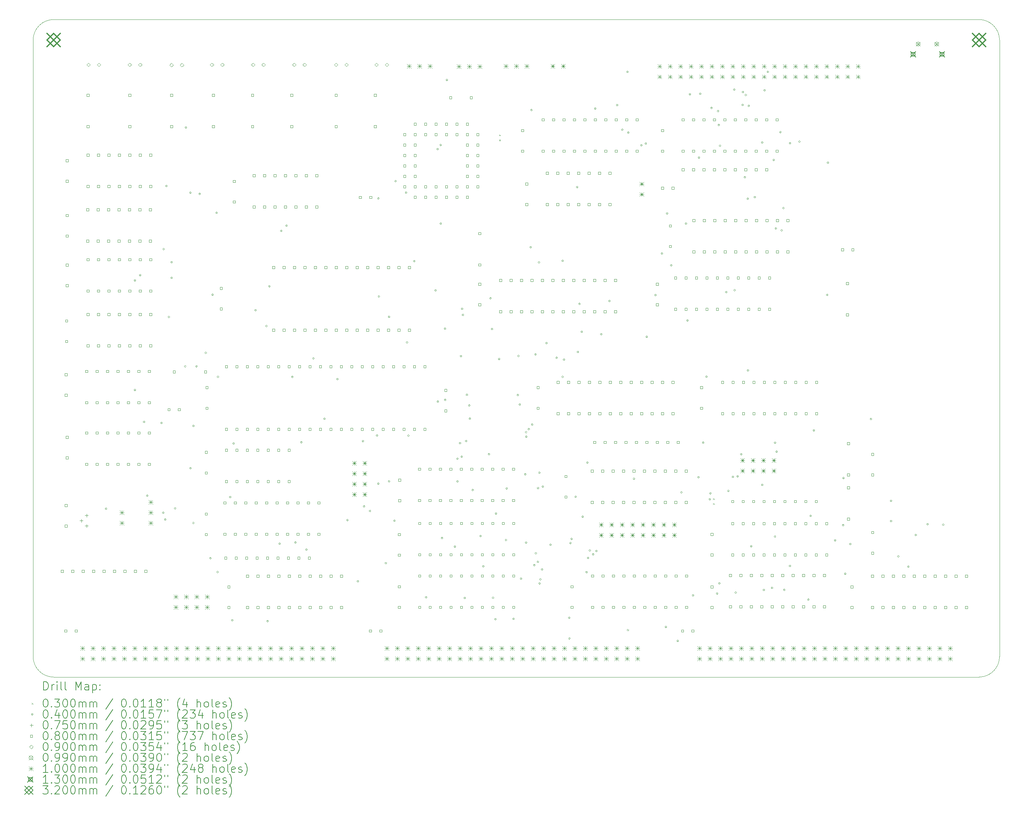
<source format=gbr>
%TF.GenerationSoftware,KiCad,Pcbnew,(6.0.11)*%
%TF.CreationDate,2023-12-18T18:03:03-06:00*%
%TF.ProjectId,processor.65816,70726f63-6573-4736-9f72-2e3635383136,v1.00*%
%TF.SameCoordinates,Original*%
%TF.FileFunction,Drillmap*%
%TF.FilePolarity,Positive*%
%FSLAX45Y45*%
G04 Gerber Fmt 4.5, Leading zero omitted, Abs format (unit mm)*
G04 Created by KiCad (PCBNEW (6.0.11)) date 2023-12-18 18:03:03*
%MOMM*%
%LPD*%
G01*
G04 APERTURE LIST*
%ADD10C,0.050000*%
%ADD11C,0.200000*%
%ADD12C,0.030000*%
%ADD13C,0.040000*%
%ADD14C,0.075000*%
%ADD15C,0.080000*%
%ADD16C,0.090000*%
%ADD17C,0.099000*%
%ADD18C,0.100000*%
%ADD19C,0.130000*%
%ADD20C,0.320000*%
G04 APERTURE END LIST*
D10*
X3500000Y-7500000D02*
X3500000Y-22500000D01*
X4000000Y-23000000D02*
X26500000Y-23000000D01*
X27000000Y-22500000D02*
X27000000Y-7500000D01*
X26500000Y-7000000D02*
X4000000Y-7000000D01*
X26500000Y-23000000D02*
G75*
G03*
X27000000Y-22500000I0J500000D01*
G01*
X3500000Y-22500000D02*
G75*
G03*
X4000000Y-23000000I500000J0D01*
G01*
X4000000Y-7000000D02*
G75*
G03*
X3500000Y-7500000I0J-500000D01*
G01*
X27000000Y-7500000D02*
G75*
G03*
X26500000Y-7000000I-500000J0D01*
G01*
D11*
D12*
X14835000Y-9800000D02*
X14865000Y-9830000D01*
X14865000Y-9800000D02*
X14835000Y-9830000D01*
X14835000Y-9920000D02*
X14865000Y-9950000D01*
X14865000Y-9920000D02*
X14835000Y-9950000D01*
X20035000Y-18650000D02*
X20065000Y-18680000D01*
X20065000Y-18650000D02*
X20035000Y-18680000D01*
X20035000Y-18770000D02*
X20065000Y-18800000D01*
X20065000Y-18770000D02*
X20035000Y-18800000D01*
D13*
X5294060Y-18903150D02*
G75*
G03*
X5294060Y-18903150I-20000J0D01*
G01*
X5996500Y-13348000D02*
G75*
G03*
X5996500Y-13348000I-20000J0D01*
G01*
X5996500Y-16015000D02*
G75*
G03*
X5996500Y-16015000I-20000J0D01*
G01*
X6123500Y-13221000D02*
G75*
G03*
X6123500Y-13221000I-20000J0D01*
G01*
X6217980Y-16789190D02*
G75*
G03*
X6217980Y-16789190I-20000J0D01*
G01*
X6295520Y-18586440D02*
G75*
G03*
X6295520Y-18586440I-20000J0D01*
G01*
X6639760Y-16814990D02*
G75*
G03*
X6639760Y-16814990I-20000J0D01*
G01*
X6684220Y-18999500D02*
G75*
G03*
X6684220Y-18999500I-20000J0D01*
G01*
X6695000Y-12586000D02*
G75*
G03*
X6695000Y-12586000I-20000J0D01*
G01*
X6733300Y-19166620D02*
G75*
G03*
X6733300Y-19166620I-20000J0D01*
G01*
X6759820Y-11049040D02*
G75*
G03*
X6759820Y-11049040I-20000J0D01*
G01*
X6822000Y-14237000D02*
G75*
G03*
X6822000Y-14237000I-20000J0D01*
G01*
X6885500Y-12903500D02*
G75*
G03*
X6885500Y-12903500I-20000J0D01*
G01*
X6885500Y-13284500D02*
G75*
G03*
X6885500Y-13284500I-20000J0D01*
G01*
X6972290Y-18893630D02*
G75*
G03*
X6972290Y-18893630I-20000J0D01*
G01*
X7217850Y-15439480D02*
G75*
G03*
X7217850Y-15439480I-20000J0D01*
G01*
X7234860Y-9626600D02*
G75*
G03*
X7234860Y-9626600I-20000J0D01*
G01*
X7344860Y-11213520D02*
G75*
G03*
X7344860Y-11213520I-20000J0D01*
G01*
X7346700Y-17918580D02*
G75*
G03*
X7346700Y-17918580I-20000J0D01*
G01*
X7415210Y-19249550D02*
G75*
G03*
X7415210Y-19249550I-20000J0D01*
G01*
X7417380Y-16888120D02*
G75*
G03*
X7417380Y-16888120I-20000J0D01*
G01*
X7492390Y-15438200D02*
G75*
G03*
X7492390Y-15438200I-20000J0D01*
G01*
X7571160Y-11242350D02*
G75*
G03*
X7571160Y-11242350I-20000J0D01*
G01*
X7718980Y-15109050D02*
G75*
G03*
X7718980Y-15109050I-20000J0D01*
G01*
X7830310Y-20106360D02*
G75*
G03*
X7830310Y-20106360I-20000J0D01*
G01*
X7882860Y-13694570D02*
G75*
G03*
X7882860Y-13694570I-20000J0D01*
G01*
X7981410Y-11703410D02*
G75*
G03*
X7981410Y-11703410I-20000J0D01*
G01*
X8006220Y-20445150D02*
G75*
G03*
X8006220Y-20445150I-20000J0D01*
G01*
X8015420Y-15693720D02*
G75*
G03*
X8015420Y-15693720I-20000J0D01*
G01*
X8312860Y-18617720D02*
G75*
G03*
X8312860Y-18617720I-20000J0D01*
G01*
X8363450Y-21617300D02*
G75*
G03*
X8363450Y-21617300I-20000J0D01*
G01*
X8393110Y-17314530D02*
G75*
G03*
X8393110Y-17314530I-20000J0D01*
G01*
X8926920Y-14073420D02*
G75*
G03*
X8926920Y-14073420I-20000J0D01*
G01*
X9190530Y-14457630D02*
G75*
G03*
X9190530Y-14457630I-20000J0D01*
G01*
X9221020Y-21639780D02*
G75*
G03*
X9221020Y-21639780I-20000J0D01*
G01*
X9265990Y-13491900D02*
G75*
G03*
X9265990Y-13491900I-20000J0D01*
G01*
X9514120Y-19754070D02*
G75*
G03*
X9514120Y-19754070I-20000J0D01*
G01*
X9552500Y-12141500D02*
G75*
G03*
X9552500Y-12141500I-20000J0D01*
G01*
X9679500Y-12014500D02*
G75*
G03*
X9679500Y-12014500I-20000J0D01*
G01*
X9821450Y-15695530D02*
G75*
G03*
X9821450Y-15695530I-20000J0D01*
G01*
X9899650Y-19726150D02*
G75*
G03*
X9899650Y-19726150I-20000J0D01*
G01*
X10042840Y-17287380D02*
G75*
G03*
X10042840Y-17287380I-20000J0D01*
G01*
X10166320Y-19897010D02*
G75*
G03*
X10166320Y-19897010I-20000J0D01*
G01*
X10336260Y-15246290D02*
G75*
G03*
X10336260Y-15246290I-20000J0D01*
G01*
X10603750Y-16713920D02*
G75*
G03*
X10603750Y-16713920I-20000J0D01*
G01*
X10920310Y-15750080D02*
G75*
G03*
X10920310Y-15750080I-20000J0D01*
G01*
X11162950Y-19181200D02*
G75*
G03*
X11162950Y-19181200I-20000J0D01*
G01*
X11417010Y-20668640D02*
G75*
G03*
X11417010Y-20668640I-20000J0D01*
G01*
X11539070Y-17259630D02*
G75*
G03*
X11539070Y-17259630I-20000J0D01*
G01*
X11568190Y-18846050D02*
G75*
G03*
X11568190Y-18846050I-20000J0D01*
G01*
X11712020Y-18957010D02*
G75*
G03*
X11712020Y-18957010I-20000J0D01*
G01*
X11881180Y-17121350D02*
G75*
G03*
X11881180Y-17121350I-20000J0D01*
G01*
X11914710Y-18291930D02*
G75*
G03*
X11914710Y-18291930I-20000J0D01*
G01*
X11915490Y-11352660D02*
G75*
G03*
X11915490Y-11352660I-20000J0D01*
G01*
X11928210Y-13738450D02*
G75*
G03*
X11928210Y-13738450I-20000J0D01*
G01*
X12095960Y-20225530D02*
G75*
G03*
X12095960Y-20225530I-20000J0D01*
G01*
X12175460Y-14235050D02*
G75*
G03*
X12175460Y-14235050I-20000J0D01*
G01*
X12176110Y-18238080D02*
G75*
G03*
X12176110Y-18238080I-20000J0D01*
G01*
X12304900Y-19196710D02*
G75*
G03*
X12304900Y-19196710I-20000J0D01*
G01*
X12331830Y-10933010D02*
G75*
G03*
X12331830Y-10933010I-20000J0D01*
G01*
X12589400Y-11209660D02*
G75*
G03*
X12589400Y-11209660I-20000J0D01*
G01*
X12611510Y-14855300D02*
G75*
G03*
X12611510Y-14855300I-20000J0D01*
G01*
X12645770Y-17124940D02*
G75*
G03*
X12645770Y-17124940I-20000J0D01*
G01*
X12786760Y-12878490D02*
G75*
G03*
X12786760Y-12878490I-20000J0D01*
G01*
X13075530Y-21059440D02*
G75*
G03*
X13075530Y-21059440I-20000J0D01*
G01*
X13304620Y-13591300D02*
G75*
G03*
X13304620Y-13591300I-20000J0D01*
G01*
X13356160Y-10153210D02*
G75*
G03*
X13356160Y-10153210I-20000J0D01*
G01*
X13362300Y-16295970D02*
G75*
G03*
X13362300Y-16295970I-20000J0D01*
G01*
X13430130Y-11963430D02*
G75*
G03*
X13430130Y-11963430I-20000J0D01*
G01*
X13431070Y-10054340D02*
G75*
G03*
X13431070Y-10054340I-20000J0D01*
G01*
X13462870Y-19616860D02*
G75*
G03*
X13462870Y-19616860I-20000J0D01*
G01*
X13535390Y-14523240D02*
G75*
G03*
X13535390Y-14523240I-20000J0D01*
G01*
X13538810Y-16253560D02*
G75*
G03*
X13538810Y-16253560I-20000J0D01*
G01*
X13580610Y-8470260D02*
G75*
G03*
X13580610Y-8470260I-20000J0D01*
G01*
X13776620Y-19825440D02*
G75*
G03*
X13776620Y-19825440I-20000J0D01*
G01*
X13836890Y-18238210D02*
G75*
G03*
X13836890Y-18238210I-20000J0D01*
G01*
X13838650Y-17685890D02*
G75*
G03*
X13838650Y-17685890I-20000J0D01*
G01*
X13900960Y-17306910D02*
G75*
G03*
X13900960Y-17306910I-20000J0D01*
G01*
X13923870Y-15189610D02*
G75*
G03*
X13923870Y-15189610I-20000J0D01*
G01*
X13941740Y-17637330D02*
G75*
G03*
X13941740Y-17637330I-20000J0D01*
G01*
X13951300Y-14038290D02*
G75*
G03*
X13951300Y-14038290I-20000J0D01*
G01*
X13972640Y-14187130D02*
G75*
G03*
X13972640Y-14187130I-20000J0D01*
G01*
X14014320Y-21075930D02*
G75*
G03*
X14014320Y-21075930I-20000J0D01*
G01*
X14048770Y-17256190D02*
G75*
G03*
X14048770Y-17256190I-20000J0D01*
G01*
X14068440Y-16132360D02*
G75*
G03*
X14068440Y-16132360I-20000J0D01*
G01*
X14126410Y-16390370D02*
G75*
G03*
X14126410Y-16390370I-20000J0D01*
G01*
X14139860Y-16712200D02*
G75*
G03*
X14139860Y-16712200I-20000J0D01*
G01*
X14210390Y-18448060D02*
G75*
G03*
X14210390Y-18448060I-20000J0D01*
G01*
X14401930Y-19567880D02*
G75*
G03*
X14401930Y-19567880I-20000J0D01*
G01*
X14467820Y-20302780D02*
G75*
G03*
X14467820Y-20302780I-20000J0D01*
G01*
X14603750Y-17574870D02*
G75*
G03*
X14603750Y-17574870I-20000J0D01*
G01*
X14641970Y-13782020D02*
G75*
G03*
X14641970Y-13782020I-20000J0D01*
G01*
X14678500Y-14530310D02*
G75*
G03*
X14678500Y-14530310I-20000J0D01*
G01*
X14704340Y-21070890D02*
G75*
G03*
X14704340Y-21070890I-20000J0D01*
G01*
X14760460Y-21590090D02*
G75*
G03*
X14760460Y-21590090I-20000J0D01*
G01*
X14775350Y-19021520D02*
G75*
G03*
X14775350Y-19021520I-20000J0D01*
G01*
X14851450Y-15260460D02*
G75*
G03*
X14851450Y-15260460I-20000J0D01*
G01*
X15018600Y-19665630D02*
G75*
G03*
X15018600Y-19665630I-20000J0D01*
G01*
X15035610Y-18410180D02*
G75*
G03*
X15035610Y-18410180I-20000J0D01*
G01*
X15199830Y-21582210D02*
G75*
G03*
X15199830Y-21582210I-20000J0D01*
G01*
X15305560Y-16136170D02*
G75*
G03*
X15305560Y-16136170I-20000J0D01*
G01*
X15321760Y-15186460D02*
G75*
G03*
X15321760Y-15186460I-20000J0D01*
G01*
X15351490Y-16367360D02*
G75*
G03*
X15351490Y-16367360I-20000J0D01*
G01*
X15383970Y-20604770D02*
G75*
G03*
X15383970Y-20604770I-20000J0D01*
G01*
X15485140Y-18066150D02*
G75*
G03*
X15485140Y-18066150I-20000J0D01*
G01*
X15506460Y-17040340D02*
G75*
G03*
X15506460Y-17040340I-20000J0D01*
G01*
X15507540Y-19726230D02*
G75*
G03*
X15507540Y-19726230I-20000J0D01*
G01*
X15512020Y-17148970D02*
G75*
G03*
X15512020Y-17148970I-20000J0D01*
G01*
X15573540Y-16965970D02*
G75*
G03*
X15573540Y-16965970I-20000J0D01*
G01*
X15619120Y-12541960D02*
G75*
G03*
X15619120Y-12541960I-20000J0D01*
G01*
X15638120Y-9202660D02*
G75*
G03*
X15638120Y-9202660I-20000J0D01*
G01*
X15654230Y-16855630D02*
G75*
G03*
X15654230Y-16855630I-20000J0D01*
G01*
X15706310Y-20276380D02*
G75*
G03*
X15706310Y-20276380I-20000J0D01*
G01*
X15736410Y-15148850D02*
G75*
G03*
X15736410Y-15148850I-20000J0D01*
G01*
X15743960Y-19985920D02*
G75*
G03*
X15743960Y-19985920I-20000J0D01*
G01*
X15794790Y-20196690D02*
G75*
G03*
X15794790Y-20196690I-20000J0D01*
G01*
X15797660Y-18401610D02*
G75*
G03*
X15797660Y-18401610I-20000J0D01*
G01*
X15821330Y-12909180D02*
G75*
G03*
X15821330Y-12909180I-20000J0D01*
G01*
X15832180Y-18027770D02*
G75*
G03*
X15832180Y-18027770I-20000J0D01*
G01*
X15835900Y-20721450D02*
G75*
G03*
X15835900Y-20721450I-20000J0D01*
G01*
X15855330Y-20621220D02*
G75*
G03*
X15855330Y-20621220I-20000J0D01*
G01*
X15895070Y-20379380D02*
G75*
G03*
X15895070Y-20379380I-20000J0D01*
G01*
X15913470Y-18363320D02*
G75*
G03*
X15913470Y-18363320I-20000J0D01*
G01*
X16002520Y-14872900D02*
G75*
G03*
X16002520Y-14872900I-20000J0D01*
G01*
X16102770Y-19780090D02*
G75*
G03*
X16102770Y-19780090I-20000J0D01*
G01*
X16250490Y-15229470D02*
G75*
G03*
X16250490Y-15229470I-20000J0D01*
G01*
X16396150Y-12870470D02*
G75*
G03*
X16396150Y-12870470I-20000J0D01*
G01*
X16396460Y-15693080D02*
G75*
G03*
X16396460Y-15693080I-20000J0D01*
G01*
X16429210Y-15274220D02*
G75*
G03*
X16429210Y-15274220I-20000J0D01*
G01*
X16556900Y-21555590D02*
G75*
G03*
X16556900Y-21555590I-20000J0D01*
G01*
X16559520Y-22059960D02*
G75*
G03*
X16559520Y-22059960I-20000J0D01*
G01*
X16585130Y-19739710D02*
G75*
G03*
X16585130Y-19739710I-20000J0D01*
G01*
X16614920Y-19638360D02*
G75*
G03*
X16614920Y-19638360I-20000J0D01*
G01*
X16712950Y-18612580D02*
G75*
G03*
X16712950Y-18612580I-20000J0D01*
G01*
X16750260Y-11078520D02*
G75*
G03*
X16750260Y-11078520I-20000J0D01*
G01*
X16765860Y-15089420D02*
G75*
G03*
X16765860Y-15089420I-20000J0D01*
G01*
X16806480Y-13918800D02*
G75*
G03*
X16806480Y-13918800I-20000J0D01*
G01*
X16859360Y-14597200D02*
G75*
G03*
X16859360Y-14597200I-20000J0D01*
G01*
X16882300Y-19096730D02*
G75*
G03*
X16882300Y-19096730I-20000J0D01*
G01*
X16977070Y-20447290D02*
G75*
G03*
X16977070Y-20447290I-20000J0D01*
G01*
X16998830Y-17779320D02*
G75*
G03*
X16998830Y-17779320I-20000J0D01*
G01*
X17015030Y-20101270D02*
G75*
G03*
X17015030Y-20101270I-20000J0D01*
G01*
X17056480Y-19918190D02*
G75*
G03*
X17056480Y-19918190I-20000J0D01*
G01*
X17137180Y-20013790D02*
G75*
G03*
X17137180Y-20013790I-20000J0D01*
G01*
X17189080Y-9165860D02*
G75*
G03*
X17189080Y-9165860I-20000J0D01*
G01*
X17216650Y-19933680D02*
G75*
G03*
X17216650Y-19933680I-20000J0D01*
G01*
X17334900Y-14656360D02*
G75*
G03*
X17334900Y-14656360I-20000J0D01*
G01*
X17536790Y-13848140D02*
G75*
G03*
X17536790Y-13848140I-20000J0D01*
G01*
X17720250Y-9081820D02*
G75*
G03*
X17720250Y-9081820I-20000J0D01*
G01*
X17846720Y-9680550D02*
G75*
G03*
X17846720Y-9680550I-20000J0D01*
G01*
X17975130Y-8272690D02*
G75*
G03*
X17975130Y-8272690I-20000J0D01*
G01*
X17983560Y-21857720D02*
G75*
G03*
X17983560Y-21857720I-20000J0D01*
G01*
X17992430Y-9753060D02*
G75*
G03*
X17992430Y-9753060I-20000J0D01*
G01*
X18130730Y-18173940D02*
G75*
G03*
X18130730Y-18173940I-20000J0D01*
G01*
X18313870Y-10059900D02*
G75*
G03*
X18313870Y-10059900I-20000J0D01*
G01*
X18416680Y-10017430D02*
G75*
G03*
X18416680Y-10017430I-20000J0D01*
G01*
X18442340Y-14719190D02*
G75*
G03*
X18442340Y-14719190I-20000J0D01*
G01*
X18651850Y-13704250D02*
G75*
G03*
X18651850Y-13704250I-20000J0D01*
G01*
X18810010Y-12694130D02*
G75*
G03*
X18810010Y-12694130I-20000J0D01*
G01*
X18907450Y-21780490D02*
G75*
G03*
X18907450Y-21780490I-20000J0D01*
G01*
X18937010Y-11716620D02*
G75*
G03*
X18937010Y-11716620I-20000J0D01*
G01*
X19035750Y-12981690D02*
G75*
G03*
X19035750Y-12981690I-20000J0D01*
G01*
X19195950Y-22119270D02*
G75*
G03*
X19195950Y-22119270I-20000J0D01*
G01*
X19285110Y-18505960D02*
G75*
G03*
X19285110Y-18505960I-20000J0D01*
G01*
X19394880Y-11964540D02*
G75*
G03*
X19394880Y-11964540I-20000J0D01*
G01*
X19432280Y-14320950D02*
G75*
G03*
X19432280Y-14320950I-20000J0D01*
G01*
X19490750Y-8816780D02*
G75*
G03*
X19490750Y-8816780I-20000J0D01*
G01*
X19565650Y-21011230D02*
G75*
G03*
X19565650Y-21011230I-20000J0D01*
G01*
X19700820Y-18135010D02*
G75*
G03*
X19700820Y-18135010I-20000J0D01*
G01*
X19710060Y-10359370D02*
G75*
G03*
X19710060Y-10359370I-20000J0D01*
G01*
X19742500Y-8806230D02*
G75*
G03*
X19742500Y-8806230I-20000J0D01*
G01*
X19812950Y-17296720D02*
G75*
G03*
X19812950Y-17296720I-20000J0D01*
G01*
X19894990Y-15690970D02*
G75*
G03*
X19894990Y-15690970I-20000J0D01*
G01*
X19975520Y-18673480D02*
G75*
G03*
X19975520Y-18673480I-20000J0D01*
G01*
X19988640Y-18528460D02*
G75*
G03*
X19988640Y-18528460I-20000J0D01*
G01*
X20016940Y-9151500D02*
G75*
G03*
X20016940Y-9151500I-20000J0D01*
G01*
X20152430Y-20966170D02*
G75*
G03*
X20152430Y-20966170I-20000J0D01*
G01*
X20173540Y-9227320D02*
G75*
G03*
X20173540Y-9227320I-20000J0D01*
G01*
X20194520Y-9567080D02*
G75*
G03*
X20194520Y-9567080I-20000J0D01*
G01*
X20208910Y-20719290D02*
G75*
G03*
X20208910Y-20719290I-20000J0D01*
G01*
X20222660Y-10071460D02*
G75*
G03*
X20222660Y-10071460I-20000J0D01*
G01*
X20373630Y-13631740D02*
G75*
G03*
X20373630Y-13631740I-20000J0D01*
G01*
X20425440Y-18469730D02*
G75*
G03*
X20425440Y-18469730I-20000J0D01*
G01*
X20536260Y-18129530D02*
G75*
G03*
X20536260Y-18129530I-20000J0D01*
G01*
X20569280Y-8706710D02*
G75*
G03*
X20569280Y-8706710I-20000J0D01*
G01*
X20578270Y-13586320D02*
G75*
G03*
X20578270Y-13586320I-20000J0D01*
G01*
X20604360Y-20943440D02*
G75*
G03*
X20604360Y-20943440I-20000J0D01*
G01*
X20652480Y-18115020D02*
G75*
G03*
X20652480Y-18115020I-20000J0D01*
G01*
X20739550Y-17577490D02*
G75*
G03*
X20739550Y-17577490I-20000J0D01*
G01*
X20772940Y-9078990D02*
G75*
G03*
X20772940Y-9078990I-20000J0D01*
G01*
X20778480Y-8764650D02*
G75*
G03*
X20778480Y-8764650I-20000J0D01*
G01*
X20825850Y-10836040D02*
G75*
G03*
X20825850Y-10836040I-20000J0D01*
G01*
X20849780Y-8835940D02*
G75*
G03*
X20849780Y-8835940I-20000J0D01*
G01*
X20897690Y-11361810D02*
G75*
G03*
X20897690Y-11361810I-20000J0D01*
G01*
X20902060Y-15538650D02*
G75*
G03*
X20902060Y-15538650I-20000J0D01*
G01*
X20924130Y-9099890D02*
G75*
G03*
X20924130Y-9099890I-20000J0D01*
G01*
X20982430Y-19815360D02*
G75*
G03*
X20982430Y-19815360I-20000J0D01*
G01*
X21069300Y-11321030D02*
G75*
G03*
X21069300Y-11321030I-20000J0D01*
G01*
X21249590Y-9992190D02*
G75*
G03*
X21249590Y-9992190I-20000J0D01*
G01*
X21252030Y-18323490D02*
G75*
G03*
X21252030Y-18323490I-20000J0D01*
G01*
X21288900Y-20879980D02*
G75*
G03*
X21288900Y-20879980I-20000J0D01*
G01*
X21305800Y-8721500D02*
G75*
G03*
X21305800Y-8721500I-20000J0D01*
G01*
X21386760Y-8274230D02*
G75*
G03*
X21386760Y-8274230I-20000J0D01*
G01*
X21489320Y-20829110D02*
G75*
G03*
X21489320Y-20829110I-20000J0D01*
G01*
X21528540Y-10417880D02*
G75*
G03*
X21528540Y-10417880I-20000J0D01*
G01*
X21559710Y-19580610D02*
G75*
G03*
X21559710Y-19580610I-20000J0D01*
G01*
X21561220Y-17296720D02*
G75*
G03*
X21561220Y-17296720I-20000J0D01*
G01*
X21581690Y-12083760D02*
G75*
G03*
X21581690Y-12083760I-20000J0D01*
G01*
X21599020Y-17511890D02*
G75*
G03*
X21599020Y-17511890I-20000J0D01*
G01*
X21691070Y-9740790D02*
G75*
G03*
X21691070Y-9740790I-20000J0D01*
G01*
X21721610Y-12129050D02*
G75*
G03*
X21721610Y-12129050I-20000J0D01*
G01*
X21763230Y-11588820D02*
G75*
G03*
X21763230Y-11588820I-20000J0D01*
G01*
X21784390Y-20877810D02*
G75*
G03*
X21784390Y-20877810I-20000J0D01*
G01*
X21923930Y-20295650D02*
G75*
G03*
X21923930Y-20295650I-20000J0D01*
G01*
X21925440Y-10008140D02*
G75*
G03*
X21925440Y-10008140I-20000J0D01*
G01*
X22153880Y-9971880D02*
G75*
G03*
X22153880Y-9971880I-20000J0D01*
G01*
X22372210Y-21113840D02*
G75*
G03*
X22372210Y-21113840I-20000J0D01*
G01*
X22428090Y-19075430D02*
G75*
G03*
X22428090Y-19075430I-20000J0D01*
G01*
X22505260Y-16997370D02*
G75*
G03*
X22505260Y-16997370I-20000J0D01*
G01*
X22828020Y-13701360D02*
G75*
G03*
X22828020Y-13701360I-20000J0D01*
G01*
X22847240Y-10482240D02*
G75*
G03*
X22847240Y-10482240I-20000J0D01*
G01*
X23021560Y-19673020D02*
G75*
G03*
X23021560Y-19673020I-20000J0D01*
G01*
X23215560Y-19302450D02*
G75*
G03*
X23215560Y-19302450I-20000J0D01*
G01*
X23224990Y-18156220D02*
G75*
G03*
X23224990Y-18156220I-20000J0D01*
G01*
X23268610Y-20485370D02*
G75*
G03*
X23268610Y-20485370I-20000J0D01*
G01*
X23393050Y-19762820D02*
G75*
G03*
X23393050Y-19762820I-20000J0D01*
G01*
X23892110Y-16720610D02*
G75*
G03*
X23892110Y-16720610I-20000J0D01*
G01*
X24381260Y-18711670D02*
G75*
G03*
X24381260Y-18711670I-20000J0D01*
G01*
X24381750Y-19203990D02*
G75*
G03*
X24381750Y-19203990I-20000J0D01*
G01*
X24559680Y-20063000D02*
G75*
G03*
X24559680Y-20063000I-20000J0D01*
G01*
X24800580Y-20312340D02*
G75*
G03*
X24800580Y-20312340I-20000J0D01*
G01*
X24984160Y-19541020D02*
G75*
G03*
X24984160Y-19541020I-20000J0D01*
G01*
X25271100Y-19281000D02*
G75*
G03*
X25271100Y-19281000I-20000J0D01*
G01*
X25650600Y-19292250D02*
G75*
G03*
X25650600Y-19292250I-20000J0D01*
G01*
D14*
X4673000Y-19155500D02*
X4673000Y-19230500D01*
X4635500Y-19193000D02*
X4710500Y-19193000D01*
X4800000Y-19028500D02*
X4800000Y-19103500D01*
X4762500Y-19066000D02*
X4837500Y-19066000D01*
X4800000Y-19282500D02*
X4800000Y-19357500D01*
X4762500Y-19320000D02*
X4837500Y-19320000D01*
D15*
X4235785Y-20453285D02*
X4235785Y-20396716D01*
X4179215Y-20396716D01*
X4179215Y-20453285D01*
X4235785Y-20453285D01*
X4321245Y-21903285D02*
X4321245Y-21846716D01*
X4264676Y-21846716D01*
X4264676Y-21903285D01*
X4321245Y-21903285D01*
X4328285Y-15666284D02*
X4328285Y-15609715D01*
X4271716Y-15609715D01*
X4271716Y-15666284D01*
X4328285Y-15666284D01*
X4328285Y-16166284D02*
X4328285Y-16109715D01*
X4271716Y-16109715D01*
X4271716Y-16166284D01*
X4328285Y-16166284D01*
X4328285Y-18848285D02*
X4328285Y-18791716D01*
X4271716Y-18791716D01*
X4271716Y-18848285D01*
X4328285Y-18848285D01*
X4328285Y-19348285D02*
X4328285Y-19291716D01*
X4271716Y-19291716D01*
X4271716Y-19348285D01*
X4328285Y-19348285D01*
X4340785Y-14358284D02*
X4340785Y-14301715D01*
X4284216Y-14301715D01*
X4284216Y-14358284D01*
X4340785Y-14358284D01*
X4340785Y-14858284D02*
X4340785Y-14801715D01*
X4284216Y-14801715D01*
X4284216Y-14858284D01*
X4340785Y-14858284D01*
X4353785Y-10459285D02*
X4353785Y-10402716D01*
X4297216Y-10402716D01*
X4297216Y-10459285D01*
X4353785Y-10459285D01*
X4353785Y-10959285D02*
X4353785Y-10902716D01*
X4297216Y-10902716D01*
X4297216Y-10959285D01*
X4353785Y-10959285D01*
X4353785Y-11792784D02*
X4353785Y-11736215D01*
X4297216Y-11736215D01*
X4297216Y-11792784D01*
X4353785Y-11792784D01*
X4353785Y-12292784D02*
X4353785Y-12236215D01*
X4297216Y-12236215D01*
X4297216Y-12292784D01*
X4353785Y-12292784D01*
X4353785Y-12999284D02*
X4353785Y-12942715D01*
X4297216Y-12942715D01*
X4297216Y-12999284D01*
X4353785Y-12999284D01*
X4353785Y-13499284D02*
X4353785Y-13442715D01*
X4297216Y-13442715D01*
X4297216Y-13499284D01*
X4353785Y-13499284D01*
X4353785Y-17190285D02*
X4353785Y-17133716D01*
X4297216Y-17133716D01*
X4297216Y-17190285D01*
X4353785Y-17190285D01*
X4353785Y-17690285D02*
X4353785Y-17633716D01*
X4297216Y-17633716D01*
X4297216Y-17690285D01*
X4353785Y-17690285D01*
X4489785Y-20453285D02*
X4489785Y-20396716D01*
X4433216Y-20396716D01*
X4433216Y-20453285D01*
X4489785Y-20453285D01*
X4571245Y-21903285D02*
X4571245Y-21846716D01*
X4514676Y-21846716D01*
X4514676Y-21903285D01*
X4571245Y-21903285D01*
X4743785Y-20453285D02*
X4743785Y-20396716D01*
X4687216Y-20396716D01*
X4687216Y-20453285D01*
X4743785Y-20453285D01*
X4828285Y-15586284D02*
X4828285Y-15529715D01*
X4771716Y-15529715D01*
X4771716Y-15586284D01*
X4828285Y-15586284D01*
X4828285Y-16348284D02*
X4828285Y-16291715D01*
X4771716Y-16291715D01*
X4771716Y-16348284D01*
X4828285Y-16348284D01*
X4828285Y-17086285D02*
X4828285Y-17029716D01*
X4771716Y-17029716D01*
X4771716Y-17086285D01*
X4828285Y-17086285D01*
X4828285Y-17848285D02*
X4828285Y-17791716D01*
X4771716Y-17791716D01*
X4771716Y-17848285D01*
X4828285Y-17848285D01*
X4853785Y-11653784D02*
X4853785Y-11597215D01*
X4797216Y-11597215D01*
X4797216Y-11653784D01*
X4853785Y-11653784D01*
X4853785Y-12415784D02*
X4853785Y-12359215D01*
X4797216Y-12359215D01*
X4797216Y-12415784D01*
X4853785Y-12415784D01*
X4861285Y-10327285D02*
X4861285Y-10270716D01*
X4804716Y-10270716D01*
X4804716Y-10327285D01*
X4861285Y-10327285D01*
X4861285Y-11089285D02*
X4861285Y-11032716D01*
X4804716Y-11032716D01*
X4804716Y-11089285D01*
X4861285Y-11089285D01*
X4861785Y-8867785D02*
X4861785Y-8811216D01*
X4805216Y-8811216D01*
X4805216Y-8867785D01*
X4861785Y-8867785D01*
X4861785Y-9629785D02*
X4861785Y-9573216D01*
X4805216Y-9573216D01*
X4805216Y-9629785D01*
X4861785Y-9629785D01*
X4861785Y-12868284D02*
X4861785Y-12811715D01*
X4805216Y-12811715D01*
X4805216Y-12868284D01*
X4861785Y-12868284D01*
X4861785Y-13630284D02*
X4861785Y-13573715D01*
X4805216Y-13573715D01*
X4805216Y-13630284D01*
X4861785Y-13630284D01*
X4861785Y-14201784D02*
X4861785Y-14145215D01*
X4805216Y-14145215D01*
X4805216Y-14201784D01*
X4861785Y-14201784D01*
X4861785Y-14963784D02*
X4861785Y-14907215D01*
X4805216Y-14907215D01*
X4805216Y-14963784D01*
X4861785Y-14963784D01*
X4997785Y-20453285D02*
X4997785Y-20396716D01*
X4941216Y-20396716D01*
X4941216Y-20453285D01*
X4997785Y-20453285D01*
X5082285Y-15586284D02*
X5082285Y-15529715D01*
X5025716Y-15529715D01*
X5025716Y-15586284D01*
X5082285Y-15586284D01*
X5082285Y-16348284D02*
X5082285Y-16291715D01*
X5025716Y-16291715D01*
X5025716Y-16348284D01*
X5082285Y-16348284D01*
X5082285Y-17086285D02*
X5082285Y-17029716D01*
X5025716Y-17029716D01*
X5025716Y-17086285D01*
X5082285Y-17086285D01*
X5082285Y-17848285D02*
X5082285Y-17791716D01*
X5025716Y-17791716D01*
X5025716Y-17848285D01*
X5082285Y-17848285D01*
X5107785Y-11653784D02*
X5107785Y-11597215D01*
X5051216Y-11597215D01*
X5051216Y-11653784D01*
X5107785Y-11653784D01*
X5107785Y-12415784D02*
X5107785Y-12359215D01*
X5051216Y-12359215D01*
X5051216Y-12415784D01*
X5107785Y-12415784D01*
X5115285Y-10327285D02*
X5115285Y-10270716D01*
X5058716Y-10270716D01*
X5058716Y-10327285D01*
X5115285Y-10327285D01*
X5115285Y-11089285D02*
X5115285Y-11032716D01*
X5058716Y-11032716D01*
X5058716Y-11089285D01*
X5115285Y-11089285D01*
X5115785Y-12868284D02*
X5115785Y-12811715D01*
X5059216Y-12811715D01*
X5059216Y-12868284D01*
X5115785Y-12868284D01*
X5115785Y-13630284D02*
X5115785Y-13573715D01*
X5059216Y-13573715D01*
X5059216Y-13630284D01*
X5115785Y-13630284D01*
X5115785Y-14201784D02*
X5115785Y-14145215D01*
X5059216Y-14145215D01*
X5059216Y-14201784D01*
X5115785Y-14201784D01*
X5115785Y-14963784D02*
X5115785Y-14907215D01*
X5059216Y-14907215D01*
X5059216Y-14963784D01*
X5115785Y-14963784D01*
X5251785Y-20453285D02*
X5251785Y-20396716D01*
X5195216Y-20396716D01*
X5195216Y-20453285D01*
X5251785Y-20453285D01*
X5336285Y-15586284D02*
X5336285Y-15529715D01*
X5279716Y-15529715D01*
X5279716Y-15586284D01*
X5336285Y-15586284D01*
X5336285Y-16348284D02*
X5336285Y-16291715D01*
X5279716Y-16291715D01*
X5279716Y-16348284D01*
X5336285Y-16348284D01*
X5336285Y-17086285D02*
X5336285Y-17029716D01*
X5279716Y-17029716D01*
X5279716Y-17086285D01*
X5336285Y-17086285D01*
X5336285Y-17848285D02*
X5336285Y-17791716D01*
X5279716Y-17791716D01*
X5279716Y-17848285D01*
X5336285Y-17848285D01*
X5361785Y-11653784D02*
X5361785Y-11597215D01*
X5305216Y-11597215D01*
X5305216Y-11653784D01*
X5361785Y-11653784D01*
X5361785Y-12415784D02*
X5361785Y-12359215D01*
X5305216Y-12359215D01*
X5305216Y-12415784D01*
X5361785Y-12415784D01*
X5369285Y-10327285D02*
X5369285Y-10270716D01*
X5312716Y-10270716D01*
X5312716Y-10327285D01*
X5369285Y-10327285D01*
X5369285Y-11089285D02*
X5369285Y-11032716D01*
X5312716Y-11032716D01*
X5312716Y-11089285D01*
X5369285Y-11089285D01*
X5369785Y-12868284D02*
X5369785Y-12811715D01*
X5313216Y-12811715D01*
X5313216Y-12868284D01*
X5369785Y-12868284D01*
X5369785Y-13630284D02*
X5369785Y-13573715D01*
X5313216Y-13573715D01*
X5313216Y-13630284D01*
X5369785Y-13630284D01*
X5369785Y-14201784D02*
X5369785Y-14145215D01*
X5313216Y-14145215D01*
X5313216Y-14201784D01*
X5369785Y-14201784D01*
X5369785Y-14963784D02*
X5369785Y-14907215D01*
X5313216Y-14907215D01*
X5313216Y-14963784D01*
X5369785Y-14963784D01*
X5505785Y-20453285D02*
X5505785Y-20396716D01*
X5449216Y-20396716D01*
X5449216Y-20453285D01*
X5505785Y-20453285D01*
X5590285Y-15586284D02*
X5590285Y-15529715D01*
X5533716Y-15529715D01*
X5533716Y-15586284D01*
X5590285Y-15586284D01*
X5590285Y-16348284D02*
X5590285Y-16291715D01*
X5533716Y-16291715D01*
X5533716Y-16348284D01*
X5590285Y-16348284D01*
X5590285Y-17086285D02*
X5590285Y-17029716D01*
X5533716Y-17029716D01*
X5533716Y-17086285D01*
X5590285Y-17086285D01*
X5590285Y-17848285D02*
X5590285Y-17791716D01*
X5533716Y-17791716D01*
X5533716Y-17848285D01*
X5590285Y-17848285D01*
X5615784Y-11653784D02*
X5615784Y-11597215D01*
X5559216Y-11597215D01*
X5559216Y-11653784D01*
X5615784Y-11653784D01*
X5615784Y-12415784D02*
X5615784Y-12359215D01*
X5559216Y-12359215D01*
X5559216Y-12415784D01*
X5615784Y-12415784D01*
X5623284Y-10327285D02*
X5623284Y-10270716D01*
X5566716Y-10270716D01*
X5566716Y-10327285D01*
X5623284Y-10327285D01*
X5623284Y-11089285D02*
X5623284Y-11032716D01*
X5566716Y-11032716D01*
X5566716Y-11089285D01*
X5623284Y-11089285D01*
X5623784Y-12868284D02*
X5623784Y-12811715D01*
X5567216Y-12811715D01*
X5567216Y-12868284D01*
X5623784Y-12868284D01*
X5623784Y-13630284D02*
X5623784Y-13573715D01*
X5567216Y-13573715D01*
X5567216Y-13630284D01*
X5623784Y-13630284D01*
X5623784Y-14201784D02*
X5623784Y-14145215D01*
X5567216Y-14145215D01*
X5567216Y-14201784D01*
X5623784Y-14201784D01*
X5623784Y-14963784D02*
X5623784Y-14907215D01*
X5567216Y-14907215D01*
X5567216Y-14963784D01*
X5623784Y-14963784D01*
X5759784Y-20453285D02*
X5759784Y-20396716D01*
X5703215Y-20396716D01*
X5703215Y-20453285D01*
X5759784Y-20453285D01*
X5844284Y-15586284D02*
X5844284Y-15529715D01*
X5787715Y-15529715D01*
X5787715Y-15586284D01*
X5844284Y-15586284D01*
X5844284Y-16348284D02*
X5844284Y-16291715D01*
X5787715Y-16291715D01*
X5787715Y-16348284D01*
X5844284Y-16348284D01*
X5844284Y-17086285D02*
X5844284Y-17029716D01*
X5787715Y-17029716D01*
X5787715Y-17086285D01*
X5844284Y-17086285D01*
X5844284Y-17848285D02*
X5844284Y-17791716D01*
X5787715Y-17791716D01*
X5787715Y-17848285D01*
X5844284Y-17848285D01*
X5869784Y-11653784D02*
X5869784Y-11597215D01*
X5813215Y-11597215D01*
X5813215Y-11653784D01*
X5869784Y-11653784D01*
X5869784Y-12415784D02*
X5869784Y-12359215D01*
X5813215Y-12359215D01*
X5813215Y-12415784D01*
X5869784Y-12415784D01*
X5877284Y-10327285D02*
X5877284Y-10270716D01*
X5820715Y-10270716D01*
X5820715Y-10327285D01*
X5877284Y-10327285D01*
X5877284Y-11089285D02*
X5877284Y-11032716D01*
X5820715Y-11032716D01*
X5820715Y-11089285D01*
X5877284Y-11089285D01*
X5877784Y-8867785D02*
X5877784Y-8811216D01*
X5821215Y-8811216D01*
X5821215Y-8867785D01*
X5877784Y-8867785D01*
X5877784Y-9629785D02*
X5877784Y-9573216D01*
X5821215Y-9573216D01*
X5821215Y-9629785D01*
X5877784Y-9629785D01*
X5877784Y-12868284D02*
X5877784Y-12811715D01*
X5821215Y-12811715D01*
X5821215Y-12868284D01*
X5877784Y-12868284D01*
X5877784Y-13630284D02*
X5877784Y-13573715D01*
X5821215Y-13573715D01*
X5821215Y-13630284D01*
X5877784Y-13630284D01*
X5877784Y-14201784D02*
X5877784Y-14145215D01*
X5821215Y-14145215D01*
X5821215Y-14201784D01*
X5877784Y-14201784D01*
X5877784Y-14963784D02*
X5877784Y-14907215D01*
X5821215Y-14907215D01*
X5821215Y-14963784D01*
X5877784Y-14963784D01*
X6013784Y-20453285D02*
X6013784Y-20396716D01*
X5957215Y-20396716D01*
X5957215Y-20453285D01*
X6013784Y-20453285D01*
X6098284Y-15586284D02*
X6098284Y-15529715D01*
X6041715Y-15529715D01*
X6041715Y-15586284D01*
X6098284Y-15586284D01*
X6098284Y-16348284D02*
X6098284Y-16291715D01*
X6041715Y-16291715D01*
X6041715Y-16348284D01*
X6098284Y-16348284D01*
X6098284Y-17086285D02*
X6098284Y-17029716D01*
X6041715Y-17029716D01*
X6041715Y-17086285D01*
X6098284Y-17086285D01*
X6098284Y-17848285D02*
X6098284Y-17791716D01*
X6041715Y-17791716D01*
X6041715Y-17848285D01*
X6098284Y-17848285D01*
X6123784Y-11653784D02*
X6123784Y-11597215D01*
X6067215Y-11597215D01*
X6067215Y-11653784D01*
X6123784Y-11653784D01*
X6123784Y-12415784D02*
X6123784Y-12359215D01*
X6067215Y-12359215D01*
X6067215Y-12415784D01*
X6123784Y-12415784D01*
X6131284Y-10327285D02*
X6131284Y-10270716D01*
X6074715Y-10270716D01*
X6074715Y-10327285D01*
X6131284Y-10327285D01*
X6131284Y-11089285D02*
X6131284Y-11032716D01*
X6074715Y-11032716D01*
X6074715Y-11089285D01*
X6131284Y-11089285D01*
X6131784Y-12868284D02*
X6131784Y-12811715D01*
X6075215Y-12811715D01*
X6075215Y-12868284D01*
X6131784Y-12868284D01*
X6131784Y-13630284D02*
X6131784Y-13573715D01*
X6075215Y-13573715D01*
X6075215Y-13630284D01*
X6131784Y-13630284D01*
X6131784Y-14201784D02*
X6131784Y-14145215D01*
X6075215Y-14145215D01*
X6075215Y-14201784D01*
X6131784Y-14201784D01*
X6131784Y-14963784D02*
X6131784Y-14907215D01*
X6075215Y-14907215D01*
X6075215Y-14963784D01*
X6131784Y-14963784D01*
X6267784Y-20453285D02*
X6267784Y-20396716D01*
X6211215Y-20396716D01*
X6211215Y-20453285D01*
X6267784Y-20453285D01*
X6352284Y-15586284D02*
X6352284Y-15529715D01*
X6295715Y-15529715D01*
X6295715Y-15586284D01*
X6352284Y-15586284D01*
X6352284Y-16348284D02*
X6352284Y-16291715D01*
X6295715Y-16291715D01*
X6295715Y-16348284D01*
X6352284Y-16348284D01*
X6352284Y-17086285D02*
X6352284Y-17029716D01*
X6295715Y-17029716D01*
X6295715Y-17086285D01*
X6352284Y-17086285D01*
X6352284Y-17848285D02*
X6352284Y-17791716D01*
X6295715Y-17791716D01*
X6295715Y-17848285D01*
X6352284Y-17848285D01*
X6377784Y-11653784D02*
X6377784Y-11597215D01*
X6321215Y-11597215D01*
X6321215Y-11653784D01*
X6377784Y-11653784D01*
X6377784Y-12415784D02*
X6377784Y-12359215D01*
X6321215Y-12359215D01*
X6321215Y-12415784D01*
X6377784Y-12415784D01*
X6385284Y-10327285D02*
X6385284Y-10270716D01*
X6328715Y-10270716D01*
X6328715Y-10327285D01*
X6385284Y-10327285D01*
X6385284Y-11089285D02*
X6385284Y-11032716D01*
X6328715Y-11032716D01*
X6328715Y-11089285D01*
X6385284Y-11089285D01*
X6385784Y-12868284D02*
X6385784Y-12811715D01*
X6329215Y-12811715D01*
X6329215Y-12868284D01*
X6385784Y-12868284D01*
X6385784Y-13630284D02*
X6385784Y-13573715D01*
X6329215Y-13573715D01*
X6329215Y-13630284D01*
X6385784Y-13630284D01*
X6385784Y-14201784D02*
X6385784Y-14145215D01*
X6329215Y-14145215D01*
X6329215Y-14201784D01*
X6385784Y-14201784D01*
X6385784Y-14963784D02*
X6385784Y-14907215D01*
X6329215Y-14907215D01*
X6329215Y-14963784D01*
X6385784Y-14963784D01*
X6830274Y-16518284D02*
X6830274Y-16461715D01*
X6773705Y-16461715D01*
X6773705Y-16518284D01*
X6830274Y-16518284D01*
X6893784Y-8867785D02*
X6893784Y-8811216D01*
X6837215Y-8811216D01*
X6837215Y-8867785D01*
X6893784Y-8867785D01*
X6893784Y-9629785D02*
X6893784Y-9573216D01*
X6837215Y-9573216D01*
X6837215Y-9629785D01*
X6893784Y-9629785D01*
X6957284Y-15598784D02*
X6957284Y-15542215D01*
X6900715Y-15542215D01*
X6900715Y-15598784D01*
X6957284Y-15598784D01*
X7080274Y-16518284D02*
X7080274Y-16461715D01*
X7023705Y-16461715D01*
X7023705Y-16518284D01*
X7080274Y-16518284D01*
X7719284Y-15598784D02*
X7719284Y-15542215D01*
X7662715Y-15542215D01*
X7662715Y-15598784D01*
X7719284Y-15598784D01*
X7735784Y-17558285D02*
X7735784Y-17501716D01*
X7679215Y-17501716D01*
X7679215Y-17558285D01*
X7735784Y-17558285D01*
X7735784Y-18058285D02*
X7735784Y-18001716D01*
X7679215Y-18001716D01*
X7679215Y-18058285D01*
X7735784Y-18058285D01*
X7735784Y-19058285D02*
X7735784Y-19001716D01*
X7679215Y-19001716D01*
X7679215Y-19058285D01*
X7735784Y-19058285D01*
X7735784Y-19558285D02*
X7735784Y-19501716D01*
X7679215Y-19501716D01*
X7679215Y-19558285D01*
X7735784Y-19558285D01*
X7753284Y-15983284D02*
X7753284Y-15926715D01*
X7696715Y-15926715D01*
X7696715Y-15983284D01*
X7753284Y-15983284D01*
X7753284Y-16483284D02*
X7753284Y-16426715D01*
X7696715Y-16426715D01*
X7696715Y-16483284D01*
X7753284Y-16483284D01*
X7909784Y-8867785D02*
X7909784Y-8811216D01*
X7853215Y-8811216D01*
X7853215Y-8867785D01*
X7909784Y-8867785D01*
X7909784Y-9629785D02*
X7909784Y-9573216D01*
X7853215Y-9573216D01*
X7853215Y-9629785D01*
X7909784Y-9629785D01*
X8100284Y-13567284D02*
X8100284Y-13510715D01*
X8043715Y-13510715D01*
X8043715Y-13567284D01*
X8100284Y-13567284D01*
X8100284Y-14067284D02*
X8100284Y-14010715D01*
X8043715Y-14010715D01*
X8043715Y-14067284D01*
X8100284Y-14067284D01*
X8185784Y-18786285D02*
X8185784Y-18729716D01*
X8129215Y-18729716D01*
X8129215Y-18786285D01*
X8185784Y-18786285D01*
X8185784Y-19548285D02*
X8185784Y-19491716D01*
X8129215Y-19491716D01*
X8129215Y-19548285D01*
X8185784Y-19548285D01*
X8208284Y-20128285D02*
X8208284Y-20071716D01*
X8151715Y-20071716D01*
X8151715Y-20128285D01*
X8208284Y-20128285D01*
X8226784Y-17502785D02*
X8226784Y-17446216D01*
X8170215Y-17446216D01*
X8170215Y-17502785D01*
X8226784Y-17502785D01*
X8226784Y-18264785D02*
X8226784Y-18208216D01*
X8170215Y-18208216D01*
X8170215Y-18264785D01*
X8226784Y-18264785D01*
X8227284Y-15471784D02*
X8227284Y-15415215D01*
X8170715Y-15415215D01*
X8170715Y-15471784D01*
X8227284Y-15471784D01*
X8227284Y-16995785D02*
X8227284Y-16939216D01*
X8170715Y-16939216D01*
X8170715Y-16995785D01*
X8227284Y-16995785D01*
X8285784Y-20830785D02*
X8285784Y-20774216D01*
X8229215Y-20774216D01*
X8229215Y-20830785D01*
X8285784Y-20830785D01*
X8285784Y-21330785D02*
X8285784Y-21274216D01*
X8229215Y-21274216D01*
X8229215Y-21330785D01*
X8285784Y-21330785D01*
X8417785Y-10963285D02*
X8417785Y-10906716D01*
X8361215Y-10906716D01*
X8361215Y-10963285D01*
X8417785Y-10963285D01*
X8417785Y-11463284D02*
X8417785Y-11406715D01*
X8361215Y-11406715D01*
X8361215Y-11463284D01*
X8417785Y-11463284D01*
X8439785Y-18786285D02*
X8439785Y-18729716D01*
X8383215Y-18729716D01*
X8383215Y-18786285D01*
X8439785Y-18786285D01*
X8439785Y-19548285D02*
X8439785Y-19491716D01*
X8383215Y-19491716D01*
X8383215Y-19548285D01*
X8439785Y-19548285D01*
X8462285Y-20128285D02*
X8462285Y-20071716D01*
X8405716Y-20071716D01*
X8405716Y-20128285D01*
X8462285Y-20128285D01*
X8480785Y-17502785D02*
X8480785Y-17446216D01*
X8424216Y-17446216D01*
X8424216Y-17502785D01*
X8480785Y-17502785D01*
X8480785Y-18264785D02*
X8480785Y-18208216D01*
X8424216Y-18208216D01*
X8424216Y-18264785D01*
X8480785Y-18264785D01*
X8481285Y-15471784D02*
X8481285Y-15415215D01*
X8424716Y-15415215D01*
X8424716Y-15471784D01*
X8481285Y-15471784D01*
X8481285Y-16995785D02*
X8481285Y-16939216D01*
X8424716Y-16939216D01*
X8424716Y-16995785D01*
X8481285Y-16995785D01*
X8693785Y-18786285D02*
X8693785Y-18729716D01*
X8637216Y-18729716D01*
X8637216Y-18786285D01*
X8693785Y-18786285D01*
X8693785Y-19548285D02*
X8693785Y-19491716D01*
X8637216Y-19491716D01*
X8637216Y-19548285D01*
X8693785Y-19548285D01*
X8716285Y-20128285D02*
X8716285Y-20071716D01*
X8659716Y-20071716D01*
X8659716Y-20128285D01*
X8716285Y-20128285D01*
X8734785Y-17502785D02*
X8734785Y-17446216D01*
X8678216Y-17446216D01*
X8678216Y-17502785D01*
X8734785Y-17502785D01*
X8734785Y-18264785D02*
X8734785Y-18208216D01*
X8678216Y-18208216D01*
X8678216Y-18264785D01*
X8734785Y-18264785D01*
X8735285Y-15471784D02*
X8735285Y-15415215D01*
X8678716Y-15415215D01*
X8678716Y-15471784D01*
X8735285Y-15471784D01*
X8735285Y-16995785D02*
X8735285Y-16939216D01*
X8678716Y-16939216D01*
X8678716Y-16995785D01*
X8735285Y-16995785D01*
X8735785Y-20568785D02*
X8735785Y-20512216D01*
X8679216Y-20512216D01*
X8679216Y-20568785D01*
X8735785Y-20568785D01*
X8735785Y-21330785D02*
X8735785Y-21274216D01*
X8679216Y-21274216D01*
X8679216Y-21330785D01*
X8735785Y-21330785D01*
X8862285Y-8867785D02*
X8862285Y-8811216D01*
X8805716Y-8811216D01*
X8805716Y-8867785D01*
X8862285Y-8867785D01*
X8862285Y-9629785D02*
X8862285Y-9573216D01*
X8805716Y-9573216D01*
X8805716Y-9629785D01*
X8862285Y-9629785D01*
X8896785Y-10821785D02*
X8896785Y-10765216D01*
X8840216Y-10765216D01*
X8840216Y-10821785D01*
X8896785Y-10821785D01*
X8896785Y-11583784D02*
X8896785Y-11527215D01*
X8840216Y-11527215D01*
X8840216Y-11583784D01*
X8896785Y-11583784D01*
X8947785Y-18786285D02*
X8947785Y-18729716D01*
X8891216Y-18729716D01*
X8891216Y-18786285D01*
X8947785Y-18786285D01*
X8947785Y-19548285D02*
X8947785Y-19491716D01*
X8891216Y-19491716D01*
X8891216Y-19548285D01*
X8947785Y-19548285D01*
X8970285Y-20128285D02*
X8970285Y-20071716D01*
X8913716Y-20071716D01*
X8913716Y-20128285D01*
X8970285Y-20128285D01*
X8988785Y-17502785D02*
X8988785Y-17446216D01*
X8932216Y-17446216D01*
X8932216Y-17502785D01*
X8988785Y-17502785D01*
X8988785Y-18264785D02*
X8988785Y-18208216D01*
X8932216Y-18208216D01*
X8932216Y-18264785D01*
X8988785Y-18264785D01*
X8989285Y-15471784D02*
X8989285Y-15415215D01*
X8932716Y-15415215D01*
X8932716Y-15471784D01*
X8989285Y-15471784D01*
X8989285Y-16995785D02*
X8989285Y-16939216D01*
X8932716Y-16939216D01*
X8932716Y-16995785D01*
X8989285Y-16995785D01*
X8989785Y-20568785D02*
X8989785Y-20512216D01*
X8933216Y-20512216D01*
X8933216Y-20568785D01*
X8989785Y-20568785D01*
X8989785Y-21330785D02*
X8989785Y-21274216D01*
X8933216Y-21274216D01*
X8933216Y-21330785D01*
X8989785Y-21330785D01*
X9150785Y-10821785D02*
X9150785Y-10765216D01*
X9094216Y-10765216D01*
X9094216Y-10821785D01*
X9150785Y-10821785D01*
X9150785Y-11583784D02*
X9150785Y-11527215D01*
X9094216Y-11527215D01*
X9094216Y-11583784D01*
X9150785Y-11583784D01*
X9201785Y-18786285D02*
X9201785Y-18729716D01*
X9145216Y-18729716D01*
X9145216Y-18786285D01*
X9201785Y-18786285D01*
X9201785Y-19548285D02*
X9201785Y-19491716D01*
X9145216Y-19491716D01*
X9145216Y-19548285D01*
X9201785Y-19548285D01*
X9224285Y-20128285D02*
X9224285Y-20071716D01*
X9167716Y-20071716D01*
X9167716Y-20128285D01*
X9224285Y-20128285D01*
X9242785Y-17502785D02*
X9242785Y-17446216D01*
X9186216Y-17446216D01*
X9186216Y-17502785D01*
X9242785Y-17502785D01*
X9242785Y-18264785D02*
X9242785Y-18208216D01*
X9186216Y-18208216D01*
X9186216Y-18264785D01*
X9242785Y-18264785D01*
X9243285Y-15471784D02*
X9243285Y-15415215D01*
X9186716Y-15415215D01*
X9186716Y-15471784D01*
X9243285Y-15471784D01*
X9243285Y-16995785D02*
X9243285Y-16939216D01*
X9186716Y-16939216D01*
X9186716Y-16995785D01*
X9243285Y-16995785D01*
X9243785Y-20568785D02*
X9243785Y-20512216D01*
X9187216Y-20512216D01*
X9187216Y-20568785D01*
X9243785Y-20568785D01*
X9243785Y-21330785D02*
X9243785Y-21274216D01*
X9187216Y-21274216D01*
X9187216Y-21330785D01*
X9243785Y-21330785D01*
X9371285Y-13059284D02*
X9371285Y-13002715D01*
X9314716Y-13002715D01*
X9314716Y-13059284D01*
X9371285Y-13059284D01*
X9371285Y-14583284D02*
X9371285Y-14526715D01*
X9314716Y-14526715D01*
X9314716Y-14583284D01*
X9371285Y-14583284D01*
X9404785Y-10821785D02*
X9404785Y-10765216D01*
X9348216Y-10765216D01*
X9348216Y-10821785D01*
X9404785Y-10821785D01*
X9404785Y-11583784D02*
X9404785Y-11527215D01*
X9348216Y-11527215D01*
X9348216Y-11583784D01*
X9404785Y-11583784D01*
X9455785Y-18786285D02*
X9455785Y-18729716D01*
X9399216Y-18729716D01*
X9399216Y-18786285D01*
X9455785Y-18786285D01*
X9455785Y-19548285D02*
X9455785Y-19491716D01*
X9399216Y-19491716D01*
X9399216Y-19548285D01*
X9455785Y-19548285D01*
X9478285Y-20128285D02*
X9478285Y-20071716D01*
X9421716Y-20071716D01*
X9421716Y-20128285D01*
X9478285Y-20128285D01*
X9496785Y-17502785D02*
X9496785Y-17446216D01*
X9440216Y-17446216D01*
X9440216Y-17502785D01*
X9496785Y-17502785D01*
X9496785Y-18264785D02*
X9496785Y-18208216D01*
X9440216Y-18208216D01*
X9440216Y-18264785D01*
X9496785Y-18264785D01*
X9497285Y-15471784D02*
X9497285Y-15415215D01*
X9440716Y-15415215D01*
X9440716Y-15471784D01*
X9497285Y-15471784D01*
X9497285Y-16995785D02*
X9497285Y-16939216D01*
X9440716Y-16939216D01*
X9440716Y-16995785D01*
X9497285Y-16995785D01*
X9497785Y-20568785D02*
X9497785Y-20512216D01*
X9441216Y-20512216D01*
X9441216Y-20568785D01*
X9497785Y-20568785D01*
X9497785Y-21330785D02*
X9497785Y-21274216D01*
X9441216Y-21274216D01*
X9441216Y-21330785D01*
X9497785Y-21330785D01*
X9625285Y-13059284D02*
X9625285Y-13002715D01*
X9568716Y-13002715D01*
X9568716Y-13059284D01*
X9625285Y-13059284D01*
X9625285Y-14583284D02*
X9625285Y-14526715D01*
X9568716Y-14526715D01*
X9568716Y-14583284D01*
X9625285Y-14583284D01*
X9658785Y-10821785D02*
X9658785Y-10765216D01*
X9602216Y-10765216D01*
X9602216Y-10821785D01*
X9658785Y-10821785D01*
X9658785Y-11583784D02*
X9658785Y-11527215D01*
X9602216Y-11527215D01*
X9602216Y-11583784D01*
X9658785Y-11583784D01*
X9709785Y-18786285D02*
X9709785Y-18729716D01*
X9653216Y-18729716D01*
X9653216Y-18786285D01*
X9709785Y-18786285D01*
X9709785Y-19548285D02*
X9709785Y-19491716D01*
X9653216Y-19491716D01*
X9653216Y-19548285D01*
X9709785Y-19548285D01*
X9732285Y-20128285D02*
X9732285Y-20071716D01*
X9675716Y-20071716D01*
X9675716Y-20128285D01*
X9732285Y-20128285D01*
X9750785Y-17502785D02*
X9750785Y-17446216D01*
X9694216Y-17446216D01*
X9694216Y-17502785D01*
X9750785Y-17502785D01*
X9750785Y-18264785D02*
X9750785Y-18208216D01*
X9694216Y-18208216D01*
X9694216Y-18264785D01*
X9750785Y-18264785D01*
X9751285Y-15471784D02*
X9751285Y-15415215D01*
X9694716Y-15415215D01*
X9694716Y-15471784D01*
X9751285Y-15471784D01*
X9751285Y-16995785D02*
X9751285Y-16939216D01*
X9694716Y-16939216D01*
X9694716Y-16995785D01*
X9751285Y-16995785D01*
X9751785Y-20568785D02*
X9751785Y-20512216D01*
X9695216Y-20512216D01*
X9695216Y-20568785D01*
X9751785Y-20568785D01*
X9751785Y-21330785D02*
X9751785Y-21274216D01*
X9695216Y-21274216D01*
X9695216Y-21330785D01*
X9751785Y-21330785D01*
X9814785Y-8867785D02*
X9814785Y-8811216D01*
X9758216Y-8811216D01*
X9758216Y-8867785D01*
X9814785Y-8867785D01*
X9814785Y-9629785D02*
X9814785Y-9573216D01*
X9758216Y-9573216D01*
X9758216Y-9629785D01*
X9814785Y-9629785D01*
X9879285Y-13059284D02*
X9879285Y-13002715D01*
X9822716Y-13002715D01*
X9822716Y-13059284D01*
X9879285Y-13059284D01*
X9879285Y-14583284D02*
X9879285Y-14526715D01*
X9822716Y-14526715D01*
X9822716Y-14583284D01*
X9879285Y-14583284D01*
X9912785Y-10821785D02*
X9912785Y-10765216D01*
X9856216Y-10765216D01*
X9856216Y-10821785D01*
X9912785Y-10821785D01*
X9912785Y-11583784D02*
X9912785Y-11527215D01*
X9856216Y-11527215D01*
X9856216Y-11583784D01*
X9912785Y-11583784D01*
X9963785Y-18786285D02*
X9963785Y-18729716D01*
X9907216Y-18729716D01*
X9907216Y-18786285D01*
X9963785Y-18786285D01*
X9963785Y-19548285D02*
X9963785Y-19491716D01*
X9907216Y-19491716D01*
X9907216Y-19548285D01*
X9963785Y-19548285D01*
X9986285Y-20128285D02*
X9986285Y-20071716D01*
X9929716Y-20071716D01*
X9929716Y-20128285D01*
X9986285Y-20128285D01*
X10005285Y-15471784D02*
X10005285Y-15415215D01*
X9948716Y-15415215D01*
X9948716Y-15471784D01*
X10005285Y-15471784D01*
X10005285Y-16995785D02*
X10005285Y-16939216D01*
X9948716Y-16939216D01*
X9948716Y-16995785D01*
X10005285Y-16995785D01*
X10005785Y-20568785D02*
X10005785Y-20512216D01*
X9949216Y-20512216D01*
X9949216Y-20568785D01*
X10005785Y-20568785D01*
X10005785Y-21330785D02*
X10005785Y-21274216D01*
X9949216Y-21274216D01*
X9949216Y-21330785D01*
X10005785Y-21330785D01*
X10133285Y-13059284D02*
X10133285Y-13002715D01*
X10076716Y-13002715D01*
X10076716Y-13059284D01*
X10133285Y-13059284D01*
X10133285Y-14583284D02*
X10133285Y-14526715D01*
X10076716Y-14526715D01*
X10076716Y-14583284D01*
X10133285Y-14583284D01*
X10166785Y-10821785D02*
X10166785Y-10765216D01*
X10110216Y-10765216D01*
X10110216Y-10821785D01*
X10166785Y-10821785D01*
X10166785Y-11583784D02*
X10166785Y-11527215D01*
X10110216Y-11527215D01*
X10110216Y-11583784D01*
X10166785Y-11583784D01*
X10217785Y-18786285D02*
X10217785Y-18729716D01*
X10161216Y-18729716D01*
X10161216Y-18786285D01*
X10217785Y-18786285D01*
X10217785Y-19548285D02*
X10217785Y-19491716D01*
X10161216Y-19491716D01*
X10161216Y-19548285D01*
X10217785Y-19548285D01*
X10240285Y-20128285D02*
X10240285Y-20071716D01*
X10183716Y-20071716D01*
X10183716Y-20128285D01*
X10240285Y-20128285D01*
X10259285Y-15471784D02*
X10259285Y-15415215D01*
X10202716Y-15415215D01*
X10202716Y-15471784D01*
X10259285Y-15471784D01*
X10259285Y-16995785D02*
X10259285Y-16939216D01*
X10202716Y-16939216D01*
X10202716Y-16995785D01*
X10259285Y-16995785D01*
X10259785Y-20568785D02*
X10259785Y-20512216D01*
X10203216Y-20512216D01*
X10203216Y-20568785D01*
X10259785Y-20568785D01*
X10259785Y-21330785D02*
X10259785Y-21274216D01*
X10203216Y-21274216D01*
X10203216Y-21330785D01*
X10259785Y-21330785D01*
X10387285Y-13059284D02*
X10387285Y-13002715D01*
X10330716Y-13002715D01*
X10330716Y-13059284D01*
X10387285Y-13059284D01*
X10387285Y-14583284D02*
X10387285Y-14526715D01*
X10330716Y-14526715D01*
X10330716Y-14583284D01*
X10387285Y-14583284D01*
X10420785Y-10821785D02*
X10420785Y-10765216D01*
X10364216Y-10765216D01*
X10364216Y-10821785D01*
X10420785Y-10821785D01*
X10420785Y-11583784D02*
X10420785Y-11527215D01*
X10364216Y-11527215D01*
X10364216Y-11583784D01*
X10420785Y-11583784D01*
X10471785Y-18786285D02*
X10471785Y-18729716D01*
X10415216Y-18729716D01*
X10415216Y-18786285D01*
X10471785Y-18786285D01*
X10471785Y-19548285D02*
X10471785Y-19491716D01*
X10415216Y-19491716D01*
X10415216Y-19548285D01*
X10471785Y-19548285D01*
X10513285Y-15471784D02*
X10513285Y-15415215D01*
X10456716Y-15415215D01*
X10456716Y-15471784D01*
X10513285Y-15471784D01*
X10513285Y-16995785D02*
X10513285Y-16939216D01*
X10456716Y-16939216D01*
X10456716Y-16995785D01*
X10513285Y-16995785D01*
X10513785Y-20568785D02*
X10513785Y-20512216D01*
X10457216Y-20512216D01*
X10457216Y-20568785D01*
X10513785Y-20568785D01*
X10513785Y-21330785D02*
X10513785Y-21274216D01*
X10457216Y-21274216D01*
X10457216Y-21330785D01*
X10513785Y-21330785D01*
X10641285Y-13059284D02*
X10641285Y-13002715D01*
X10584716Y-13002715D01*
X10584716Y-13059284D01*
X10641285Y-13059284D01*
X10641285Y-14583284D02*
X10641285Y-14526715D01*
X10584716Y-14526715D01*
X10584716Y-14583284D01*
X10641285Y-14583284D01*
X10767285Y-15471784D02*
X10767285Y-15415215D01*
X10710716Y-15415215D01*
X10710716Y-15471784D01*
X10767285Y-15471784D01*
X10767285Y-16995785D02*
X10767285Y-16939216D01*
X10710716Y-16939216D01*
X10710716Y-16995785D01*
X10767285Y-16995785D01*
X10767785Y-20568785D02*
X10767785Y-20512216D01*
X10711216Y-20512216D01*
X10711216Y-20568785D01*
X10767785Y-20568785D01*
X10767785Y-21330785D02*
X10767785Y-21274216D01*
X10711216Y-21274216D01*
X10711216Y-21330785D01*
X10767785Y-21330785D01*
X10894285Y-8867785D02*
X10894285Y-8811216D01*
X10837716Y-8811216D01*
X10837716Y-8867785D01*
X10894285Y-8867785D01*
X10894285Y-9629785D02*
X10894285Y-9573216D01*
X10837716Y-9573216D01*
X10837716Y-9629785D01*
X10894285Y-9629785D01*
X10895285Y-13059284D02*
X10895285Y-13002715D01*
X10838716Y-13002715D01*
X10838716Y-13059284D01*
X10895285Y-13059284D01*
X10895285Y-14583284D02*
X10895285Y-14526715D01*
X10838716Y-14526715D01*
X10838716Y-14583284D01*
X10895285Y-14583284D01*
X11021285Y-15471784D02*
X11021285Y-15415215D01*
X10964716Y-15415215D01*
X10964716Y-15471784D01*
X11021285Y-15471784D01*
X11021285Y-16995785D02*
X11021285Y-16939216D01*
X10964716Y-16939216D01*
X10964716Y-16995785D01*
X11021285Y-16995785D01*
X11021785Y-20568785D02*
X11021785Y-20512216D01*
X10965216Y-20512216D01*
X10965216Y-20568785D01*
X11021785Y-20568785D01*
X11021785Y-21330785D02*
X11021785Y-21274216D01*
X10965216Y-21274216D01*
X10965216Y-21330785D01*
X11021785Y-21330785D01*
X11149285Y-13059284D02*
X11149285Y-13002715D01*
X11092716Y-13002715D01*
X11092716Y-13059284D01*
X11149285Y-13059284D01*
X11149285Y-14583284D02*
X11149285Y-14526715D01*
X11092716Y-14526715D01*
X11092716Y-14583284D01*
X11149285Y-14583284D01*
X11275284Y-15471784D02*
X11275284Y-15415215D01*
X11218715Y-15415215D01*
X11218715Y-15471784D01*
X11275284Y-15471784D01*
X11275284Y-16995785D02*
X11275284Y-16939216D01*
X11218715Y-16939216D01*
X11218715Y-16995785D01*
X11275284Y-16995785D01*
X11403284Y-13059284D02*
X11403284Y-13002715D01*
X11346715Y-13002715D01*
X11346715Y-13059284D01*
X11403284Y-13059284D01*
X11403284Y-14583284D02*
X11403284Y-14526715D01*
X11346715Y-14526715D01*
X11346715Y-14583284D01*
X11403284Y-14583284D01*
X11482774Y-11353284D02*
X11482774Y-11296715D01*
X11426205Y-11296715D01*
X11426205Y-11353284D01*
X11482774Y-11353284D01*
X11529284Y-15471784D02*
X11529284Y-15415215D01*
X11472715Y-15415215D01*
X11472715Y-15471784D01*
X11529284Y-15471784D01*
X11529284Y-16995785D02*
X11529284Y-16939216D01*
X11472715Y-16939216D01*
X11472715Y-16995785D01*
X11529284Y-16995785D01*
X11657284Y-13059284D02*
X11657284Y-13002715D01*
X11600715Y-13002715D01*
X11600715Y-13059284D01*
X11657284Y-13059284D01*
X11657284Y-14583284D02*
X11657284Y-14526715D01*
X11600715Y-14526715D01*
X11600715Y-14583284D01*
X11657284Y-14583284D01*
X11728284Y-21903285D02*
X11728284Y-21846716D01*
X11671715Y-21846716D01*
X11671715Y-21903285D01*
X11728284Y-21903285D01*
X11732774Y-11353284D02*
X11732774Y-11296715D01*
X11676205Y-11296715D01*
X11676205Y-11353284D01*
X11732774Y-11353284D01*
X11783284Y-15471784D02*
X11783284Y-15415215D01*
X11726715Y-15415215D01*
X11726715Y-15471784D01*
X11783284Y-15471784D01*
X11783284Y-16995785D02*
X11783284Y-16939216D01*
X11726715Y-16939216D01*
X11726715Y-16995785D01*
X11783284Y-16995785D01*
X11846784Y-8867785D02*
X11846784Y-8811216D01*
X11790215Y-8811216D01*
X11790215Y-8867785D01*
X11846784Y-8867785D01*
X11846784Y-9629785D02*
X11846784Y-9573216D01*
X11790215Y-9573216D01*
X11790215Y-9629785D01*
X11846784Y-9629785D01*
X11911284Y-13059284D02*
X11911284Y-13002715D01*
X11854715Y-13002715D01*
X11854715Y-13059284D01*
X11911284Y-13059284D01*
X11911284Y-14583284D02*
X11911284Y-14526715D01*
X11854715Y-14526715D01*
X11854715Y-14583284D01*
X11911284Y-14583284D01*
X11978284Y-21903285D02*
X11978284Y-21846716D01*
X11921715Y-21846716D01*
X11921715Y-21903285D01*
X11978284Y-21903285D01*
X12037284Y-15471784D02*
X12037284Y-15415215D01*
X11980715Y-15415215D01*
X11980715Y-15471784D01*
X12037284Y-15471784D01*
X12037284Y-16995785D02*
X12037284Y-16939216D01*
X11980715Y-16939216D01*
X11980715Y-16995785D01*
X12037284Y-16995785D01*
X12165284Y-13059284D02*
X12165284Y-13002715D01*
X12108715Y-13002715D01*
X12108715Y-13059284D01*
X12165284Y-13059284D01*
X12165284Y-14583284D02*
X12165284Y-14526715D01*
X12108715Y-14526715D01*
X12108715Y-14583284D01*
X12165284Y-14583284D01*
X12291284Y-15471784D02*
X12291284Y-15415215D01*
X12234715Y-15415215D01*
X12234715Y-15471784D01*
X12291284Y-15471784D01*
X12291284Y-16995785D02*
X12291284Y-16939216D01*
X12234715Y-16939216D01*
X12234715Y-16995785D01*
X12291284Y-16995785D01*
X12419284Y-13059284D02*
X12419284Y-13002715D01*
X12362715Y-13002715D01*
X12362715Y-13059284D01*
X12419284Y-13059284D01*
X12419284Y-14583284D02*
X12419284Y-14526715D01*
X12362715Y-14526715D01*
X12362715Y-14583284D01*
X12419284Y-14583284D01*
X12428284Y-19558285D02*
X12428284Y-19501716D01*
X12371715Y-19501716D01*
X12371715Y-19558285D01*
X12428284Y-19558285D01*
X12428284Y-20058285D02*
X12428284Y-20001716D01*
X12371715Y-20001716D01*
X12371715Y-20058285D01*
X12428284Y-20058285D01*
X12428284Y-20828285D02*
X12428284Y-20771716D01*
X12371715Y-20771716D01*
X12371715Y-20828285D01*
X12428284Y-20828285D01*
X12428284Y-21328285D02*
X12428284Y-21271716D01*
X12371715Y-21271716D01*
X12371715Y-21328285D01*
X12428284Y-21328285D01*
X12435784Y-18233285D02*
X12435784Y-18176716D01*
X12379215Y-18176716D01*
X12379215Y-18233285D01*
X12435784Y-18233285D01*
X12435784Y-18733285D02*
X12435784Y-18676716D01*
X12379215Y-18676716D01*
X12379215Y-18733285D01*
X12435784Y-18733285D01*
X12545284Y-15471784D02*
X12545284Y-15415215D01*
X12488715Y-15415215D01*
X12488715Y-15471784D01*
X12545284Y-15471784D01*
X12545284Y-16995785D02*
X12545284Y-16939216D01*
X12488715Y-16939216D01*
X12488715Y-16995785D01*
X12545284Y-16995785D01*
X12562284Y-9828285D02*
X12562284Y-9771716D01*
X12505715Y-9771716D01*
X12505715Y-9828285D01*
X12562284Y-9828285D01*
X12562284Y-10082285D02*
X12562284Y-10025716D01*
X12505715Y-10025716D01*
X12505715Y-10082285D01*
X12562284Y-10082285D01*
X12562284Y-10336285D02*
X12562284Y-10279716D01*
X12505715Y-10279716D01*
X12505715Y-10336285D01*
X12562284Y-10336285D01*
X12562284Y-10590285D02*
X12562284Y-10533716D01*
X12505715Y-10533716D01*
X12505715Y-10590285D01*
X12562284Y-10590285D01*
X12562284Y-10844285D02*
X12562284Y-10787716D01*
X12505715Y-10787716D01*
X12505715Y-10844285D01*
X12562284Y-10844285D01*
X12562284Y-11098285D02*
X12562284Y-11041716D01*
X12505715Y-11041716D01*
X12505715Y-11098285D01*
X12562284Y-11098285D01*
X12673284Y-13059284D02*
X12673284Y-13002715D01*
X12616715Y-13002715D01*
X12616715Y-13059284D01*
X12673284Y-13059284D01*
X12673284Y-14583284D02*
X12673284Y-14526715D01*
X12616715Y-14526715D01*
X12616715Y-14583284D01*
X12673284Y-14583284D01*
X12799284Y-15471784D02*
X12799284Y-15415215D01*
X12742715Y-15415215D01*
X12742715Y-15471784D01*
X12799284Y-15471784D01*
X12799284Y-16995785D02*
X12799284Y-16939216D01*
X12742715Y-16939216D01*
X12742715Y-16995785D01*
X12799284Y-16995785D01*
X12816284Y-9574285D02*
X12816284Y-9517716D01*
X12759715Y-9517716D01*
X12759715Y-9574285D01*
X12816284Y-9574285D01*
X12816284Y-9828285D02*
X12816284Y-9771716D01*
X12759715Y-9771716D01*
X12759715Y-9828285D01*
X12816284Y-9828285D01*
X12816284Y-10082285D02*
X12816284Y-10025716D01*
X12759715Y-10025716D01*
X12759715Y-10082285D01*
X12816284Y-10082285D01*
X12816284Y-10336285D02*
X12816284Y-10279716D01*
X12759715Y-10279716D01*
X12759715Y-10336285D01*
X12816284Y-10336285D01*
X12816284Y-10590285D02*
X12816284Y-10533716D01*
X12759715Y-10533716D01*
X12759715Y-10590285D01*
X12816284Y-10590285D01*
X12816284Y-10844285D02*
X12816284Y-10787716D01*
X12759715Y-10787716D01*
X12759715Y-10844285D01*
X12816284Y-10844285D01*
X12816284Y-11098285D02*
X12816284Y-11041716D01*
X12759715Y-11041716D01*
X12759715Y-11098285D01*
X12816284Y-11098285D01*
X12816284Y-11352284D02*
X12816284Y-11295715D01*
X12759715Y-11295715D01*
X12759715Y-11352284D01*
X12816284Y-11352284D01*
X12923284Y-17966285D02*
X12923284Y-17909716D01*
X12866715Y-17909716D01*
X12866715Y-17966285D01*
X12923284Y-17966285D01*
X12923284Y-18728285D02*
X12923284Y-18671716D01*
X12866715Y-18671716D01*
X12866715Y-18728285D01*
X12923284Y-18728285D01*
X12925784Y-19286285D02*
X12925784Y-19229716D01*
X12869215Y-19229716D01*
X12869215Y-19286285D01*
X12925784Y-19286285D01*
X12925784Y-20048285D02*
X12925784Y-19991716D01*
X12869215Y-19991716D01*
X12869215Y-20048285D01*
X12925784Y-20048285D01*
X12925784Y-20566285D02*
X12925784Y-20509716D01*
X12869215Y-20509716D01*
X12869215Y-20566285D01*
X12925784Y-20566285D01*
X12925784Y-21328285D02*
X12925784Y-21271716D01*
X12869215Y-21271716D01*
X12869215Y-21328285D01*
X12925784Y-21328285D01*
X13053284Y-15471784D02*
X13053284Y-15415215D01*
X12996715Y-15415215D01*
X12996715Y-15471784D01*
X13053284Y-15471784D01*
X13053284Y-16995785D02*
X13053284Y-16939216D01*
X12996715Y-16939216D01*
X12996715Y-16995785D01*
X13053284Y-16995785D01*
X13070284Y-9574285D02*
X13070284Y-9517716D01*
X13013715Y-9517716D01*
X13013715Y-9574285D01*
X13070284Y-9574285D01*
X13070284Y-9828285D02*
X13070284Y-9771716D01*
X13013715Y-9771716D01*
X13013715Y-9828285D01*
X13070284Y-9828285D01*
X13070284Y-11098285D02*
X13070284Y-11041716D01*
X13013715Y-11041716D01*
X13013715Y-11098285D01*
X13070284Y-11098285D01*
X13070284Y-11352284D02*
X13070284Y-11295715D01*
X13013715Y-11295715D01*
X13013715Y-11352284D01*
X13070284Y-11352284D01*
X13177284Y-17966285D02*
X13177284Y-17909716D01*
X13120715Y-17909716D01*
X13120715Y-17966285D01*
X13177284Y-17966285D01*
X13177284Y-18728285D02*
X13177284Y-18671716D01*
X13120715Y-18671716D01*
X13120715Y-18728285D01*
X13177284Y-18728285D01*
X13179784Y-19286285D02*
X13179784Y-19229716D01*
X13123215Y-19229716D01*
X13123215Y-19286285D01*
X13179784Y-19286285D01*
X13179784Y-20048285D02*
X13179784Y-19991716D01*
X13123215Y-19991716D01*
X13123215Y-20048285D01*
X13179784Y-20048285D01*
X13179784Y-20566285D02*
X13179784Y-20509716D01*
X13123215Y-20509716D01*
X13123215Y-20566285D01*
X13179784Y-20566285D01*
X13179784Y-21328285D02*
X13179784Y-21271716D01*
X13123215Y-21271716D01*
X13123215Y-21328285D01*
X13179784Y-21328285D01*
X13324284Y-9574285D02*
X13324284Y-9517716D01*
X13267715Y-9517716D01*
X13267715Y-9574285D01*
X13324284Y-9574285D01*
X13324284Y-9828285D02*
X13324284Y-9771716D01*
X13267715Y-9771716D01*
X13267715Y-9828285D01*
X13324284Y-9828285D01*
X13324284Y-11098285D02*
X13324284Y-11041716D01*
X13267715Y-11041716D01*
X13267715Y-11098285D01*
X13324284Y-11098285D01*
X13324284Y-11352284D02*
X13324284Y-11295715D01*
X13267715Y-11295715D01*
X13267715Y-11352284D01*
X13324284Y-11352284D01*
X13431284Y-17966285D02*
X13431284Y-17909716D01*
X13374715Y-17909716D01*
X13374715Y-17966285D01*
X13431284Y-17966285D01*
X13431284Y-18728285D02*
X13431284Y-18671716D01*
X13374715Y-18671716D01*
X13374715Y-18728285D01*
X13431284Y-18728285D01*
X13433784Y-19286285D02*
X13433784Y-19229716D01*
X13377215Y-19229716D01*
X13377215Y-19286285D01*
X13433784Y-19286285D01*
X13433784Y-20048285D02*
X13433784Y-19991716D01*
X13377215Y-19991716D01*
X13377215Y-20048285D01*
X13433784Y-20048285D01*
X13433784Y-20566285D02*
X13433784Y-20509716D01*
X13377215Y-20509716D01*
X13377215Y-20566285D01*
X13433784Y-20566285D01*
X13433784Y-21328285D02*
X13433784Y-21271716D01*
X13377215Y-21271716D01*
X13377215Y-21328285D01*
X13433784Y-21328285D01*
X13561284Y-16047284D02*
X13561284Y-15990715D01*
X13504715Y-15990715D01*
X13504715Y-16047284D01*
X13561284Y-16047284D01*
X13561284Y-16547284D02*
X13561284Y-16490715D01*
X13504715Y-16490715D01*
X13504715Y-16547284D01*
X13561284Y-16547284D01*
X13578284Y-9574285D02*
X13578284Y-9517716D01*
X13521715Y-9517716D01*
X13521715Y-9574285D01*
X13578284Y-9574285D01*
X13578284Y-9828285D02*
X13578284Y-9771716D01*
X13521715Y-9771716D01*
X13521715Y-9828285D01*
X13578284Y-9828285D01*
X13578284Y-11098285D02*
X13578284Y-11041716D01*
X13521715Y-11041716D01*
X13521715Y-11098285D01*
X13578284Y-11098285D01*
X13578284Y-11352284D02*
X13578284Y-11295715D01*
X13521715Y-11295715D01*
X13521715Y-11352284D01*
X13578284Y-11352284D01*
X13678284Y-8928285D02*
X13678284Y-8871716D01*
X13621715Y-8871716D01*
X13621715Y-8928285D01*
X13678284Y-8928285D01*
X13685284Y-17966285D02*
X13685284Y-17909716D01*
X13628715Y-17909716D01*
X13628715Y-17966285D01*
X13685284Y-17966285D01*
X13685284Y-18728285D02*
X13685284Y-18671716D01*
X13628715Y-18671716D01*
X13628715Y-18728285D01*
X13685284Y-18728285D01*
X13687784Y-19286285D02*
X13687784Y-19229716D01*
X13631215Y-19229716D01*
X13631215Y-19286285D01*
X13687784Y-19286285D01*
X13687784Y-20048285D02*
X13687784Y-19991716D01*
X13631215Y-19991716D01*
X13631215Y-20048285D01*
X13687784Y-20048285D01*
X13687784Y-20566285D02*
X13687784Y-20509716D01*
X13631215Y-20509716D01*
X13631215Y-20566285D01*
X13687784Y-20566285D01*
X13687784Y-21328285D02*
X13687784Y-21271716D01*
X13631215Y-21271716D01*
X13631215Y-21328285D01*
X13687784Y-21328285D01*
X13832284Y-9574285D02*
X13832284Y-9517716D01*
X13775715Y-9517716D01*
X13775715Y-9574285D01*
X13832284Y-9574285D01*
X13832284Y-9828285D02*
X13832284Y-9771716D01*
X13775715Y-9771716D01*
X13775715Y-9828285D01*
X13832284Y-9828285D01*
X13832284Y-11098285D02*
X13832284Y-11041716D01*
X13775715Y-11041716D01*
X13775715Y-11098285D01*
X13832284Y-11098285D01*
X13832284Y-11352284D02*
X13832284Y-11295715D01*
X13775715Y-11295715D01*
X13775715Y-11352284D01*
X13832284Y-11352284D01*
X13939284Y-17966285D02*
X13939284Y-17909716D01*
X13882715Y-17909716D01*
X13882715Y-17966285D01*
X13939284Y-17966285D01*
X13939284Y-18728285D02*
X13939284Y-18671716D01*
X13882715Y-18671716D01*
X13882715Y-18728285D01*
X13939284Y-18728285D01*
X13941784Y-19286285D02*
X13941784Y-19229716D01*
X13885215Y-19229716D01*
X13885215Y-19286285D01*
X13941784Y-19286285D01*
X13941784Y-20048285D02*
X13941784Y-19991716D01*
X13885215Y-19991716D01*
X13885215Y-20048285D01*
X13941784Y-20048285D01*
X13941784Y-20566285D02*
X13941784Y-20509716D01*
X13885215Y-20509716D01*
X13885215Y-20566285D01*
X13941784Y-20566285D01*
X13941784Y-21328285D02*
X13941784Y-21271716D01*
X13885215Y-21271716D01*
X13885215Y-21328285D01*
X13941784Y-21328285D01*
X14086284Y-9574285D02*
X14086284Y-9517716D01*
X14029715Y-9517716D01*
X14029715Y-9574285D01*
X14086284Y-9574285D01*
X14086284Y-9828285D02*
X14086284Y-9771716D01*
X14029715Y-9771716D01*
X14029715Y-9828285D01*
X14086284Y-9828285D01*
X14086284Y-10082285D02*
X14086284Y-10025716D01*
X14029715Y-10025716D01*
X14029715Y-10082285D01*
X14086284Y-10082285D01*
X14086284Y-10336285D02*
X14086284Y-10279716D01*
X14029715Y-10279716D01*
X14029715Y-10336285D01*
X14086284Y-10336285D01*
X14086284Y-10590285D02*
X14086284Y-10533716D01*
X14029715Y-10533716D01*
X14029715Y-10590285D01*
X14086284Y-10590285D01*
X14086284Y-10844285D02*
X14086284Y-10787716D01*
X14029715Y-10787716D01*
X14029715Y-10844285D01*
X14086284Y-10844285D01*
X14086284Y-11098285D02*
X14086284Y-11041716D01*
X14029715Y-11041716D01*
X14029715Y-11098285D01*
X14086284Y-11098285D01*
X14086284Y-11352284D02*
X14086284Y-11295715D01*
X14029715Y-11295715D01*
X14029715Y-11352284D01*
X14086284Y-11352284D01*
X14178284Y-8928285D02*
X14178284Y-8871716D01*
X14121715Y-8871716D01*
X14121715Y-8928285D01*
X14178284Y-8928285D01*
X14193284Y-17966285D02*
X14193284Y-17909716D01*
X14136715Y-17909716D01*
X14136715Y-17966285D01*
X14193284Y-17966285D01*
X14193284Y-18728285D02*
X14193284Y-18671716D01*
X14136715Y-18671716D01*
X14136715Y-18728285D01*
X14193284Y-18728285D01*
X14195784Y-19286285D02*
X14195784Y-19229716D01*
X14139215Y-19229716D01*
X14139215Y-19286285D01*
X14195784Y-19286285D01*
X14195784Y-20048285D02*
X14195784Y-19991716D01*
X14139215Y-19991716D01*
X14139215Y-20048285D01*
X14195784Y-20048285D01*
X14195784Y-20566285D02*
X14195784Y-20509716D01*
X14139215Y-20509716D01*
X14139215Y-20566285D01*
X14195784Y-20566285D01*
X14195784Y-21328285D02*
X14195784Y-21271716D01*
X14139215Y-21271716D01*
X14139215Y-21328285D01*
X14195784Y-21328285D01*
X14340284Y-9828285D02*
X14340284Y-9771716D01*
X14283715Y-9771716D01*
X14283715Y-9828285D01*
X14340284Y-9828285D01*
X14340284Y-10082285D02*
X14340284Y-10025716D01*
X14283715Y-10025716D01*
X14283715Y-10082285D01*
X14340284Y-10082285D01*
X14340284Y-10336285D02*
X14340284Y-10279716D01*
X14283715Y-10279716D01*
X14283715Y-10336285D01*
X14340284Y-10336285D01*
X14340284Y-10590285D02*
X14340284Y-10533716D01*
X14283715Y-10533716D01*
X14283715Y-10590285D01*
X14340284Y-10590285D01*
X14340284Y-10844285D02*
X14340284Y-10787716D01*
X14283715Y-10787716D01*
X14283715Y-10844285D01*
X14340284Y-10844285D01*
X14340284Y-11098285D02*
X14340284Y-11041716D01*
X14283715Y-11041716D01*
X14283715Y-11098285D01*
X14340284Y-11098285D01*
X14386784Y-12233284D02*
X14386784Y-12176715D01*
X14330215Y-12176715D01*
X14330215Y-12233284D01*
X14386784Y-12233284D01*
X14386784Y-12995284D02*
X14386784Y-12938715D01*
X14330215Y-12938715D01*
X14330215Y-12995284D01*
X14386784Y-12995284D01*
X14388284Y-13468284D02*
X14388284Y-13411715D01*
X14331715Y-13411715D01*
X14331715Y-13468284D01*
X14388284Y-13468284D01*
X14388284Y-13968284D02*
X14388284Y-13911715D01*
X14331715Y-13911715D01*
X14331715Y-13968284D01*
X14388284Y-13968284D01*
X14447284Y-17966285D02*
X14447284Y-17909716D01*
X14390715Y-17909716D01*
X14390715Y-17966285D01*
X14447284Y-17966285D01*
X14447284Y-18728285D02*
X14447284Y-18671716D01*
X14390715Y-18671716D01*
X14390715Y-18728285D01*
X14447284Y-18728285D01*
X14449784Y-19286285D02*
X14449784Y-19229716D01*
X14393215Y-19229716D01*
X14393215Y-19286285D01*
X14449784Y-19286285D01*
X14449784Y-20048285D02*
X14449784Y-19991716D01*
X14393215Y-19991716D01*
X14393215Y-20048285D01*
X14449784Y-20048285D01*
X14449784Y-20566285D02*
X14449784Y-20509716D01*
X14393215Y-20509716D01*
X14393215Y-20566285D01*
X14449784Y-20566285D01*
X14449784Y-21328285D02*
X14449784Y-21271716D01*
X14393215Y-21271716D01*
X14393215Y-21328285D01*
X14449784Y-21328285D01*
X14701284Y-17966285D02*
X14701284Y-17909716D01*
X14644715Y-17909716D01*
X14644715Y-17966285D01*
X14701284Y-17966285D01*
X14701284Y-18728285D02*
X14701284Y-18671716D01*
X14644715Y-18671716D01*
X14644715Y-18728285D01*
X14701284Y-18728285D01*
X14703784Y-19286285D02*
X14703784Y-19229716D01*
X14647215Y-19229716D01*
X14647215Y-19286285D01*
X14703784Y-19286285D01*
X14703784Y-20048285D02*
X14703784Y-19991716D01*
X14647215Y-19991716D01*
X14647215Y-20048285D01*
X14703784Y-20048285D01*
X14703784Y-20566285D02*
X14703784Y-20509716D01*
X14647215Y-20509716D01*
X14647215Y-20566285D01*
X14703784Y-20566285D01*
X14703784Y-21328285D02*
X14703784Y-21271716D01*
X14647215Y-21271716D01*
X14647215Y-21328285D01*
X14703784Y-21328285D01*
X14895284Y-13375284D02*
X14895284Y-13318715D01*
X14838715Y-13318715D01*
X14838715Y-13375284D01*
X14895284Y-13375284D01*
X14895284Y-14137284D02*
X14895284Y-14080715D01*
X14838715Y-14080715D01*
X14838715Y-14137284D01*
X14895284Y-14137284D01*
X14955284Y-17966285D02*
X14955284Y-17909716D01*
X14898715Y-17909716D01*
X14898715Y-17966285D01*
X14955284Y-17966285D01*
X14955284Y-18728285D02*
X14955284Y-18671716D01*
X14898715Y-18671716D01*
X14898715Y-18728285D01*
X14955284Y-18728285D01*
X14957784Y-19286285D02*
X14957784Y-19229716D01*
X14901215Y-19229716D01*
X14901215Y-19286285D01*
X14957784Y-19286285D01*
X14957784Y-20048285D02*
X14957784Y-19991716D01*
X14901215Y-19991716D01*
X14901215Y-20048285D01*
X14957784Y-20048285D01*
X14957784Y-20566285D02*
X14957784Y-20509716D01*
X14901215Y-20509716D01*
X14901215Y-20566285D01*
X14957784Y-20566285D01*
X14957784Y-21328285D02*
X14957784Y-21271716D01*
X14901215Y-21271716D01*
X14901215Y-21328285D01*
X14957784Y-21328285D01*
X15149284Y-13375284D02*
X15149284Y-13318715D01*
X15092715Y-13318715D01*
X15092715Y-13375284D01*
X15149284Y-13375284D01*
X15149284Y-14137284D02*
X15149284Y-14080715D01*
X15092715Y-14080715D01*
X15092715Y-14137284D01*
X15149284Y-14137284D01*
X15209284Y-17966285D02*
X15209284Y-17909716D01*
X15152715Y-17909716D01*
X15152715Y-17966285D01*
X15209284Y-17966285D01*
X15209284Y-18728285D02*
X15209284Y-18671716D01*
X15152715Y-18671716D01*
X15152715Y-18728285D01*
X15209284Y-18728285D01*
X15211784Y-19286285D02*
X15211784Y-19229716D01*
X15155215Y-19229716D01*
X15155215Y-19286285D01*
X15211784Y-19286285D01*
X15211784Y-20048285D02*
X15211784Y-19991716D01*
X15155215Y-19991716D01*
X15155215Y-20048285D01*
X15211784Y-20048285D01*
X15211784Y-20566285D02*
X15211784Y-20509716D01*
X15155215Y-20509716D01*
X15155215Y-20566285D01*
X15211784Y-20566285D01*
X15211784Y-21328285D02*
X15211784Y-21271716D01*
X15155215Y-21271716D01*
X15155215Y-21328285D01*
X15211784Y-21328285D01*
X15403284Y-13375284D02*
X15403284Y-13318715D01*
X15346715Y-13318715D01*
X15346715Y-13375284D01*
X15403284Y-13375284D01*
X15403284Y-14137284D02*
X15403284Y-14080715D01*
X15346715Y-14080715D01*
X15346715Y-14137284D01*
X15403284Y-14137284D01*
X15428284Y-9728285D02*
X15428284Y-9671716D01*
X15371715Y-9671716D01*
X15371715Y-9728285D01*
X15428284Y-9728285D01*
X15428284Y-10228285D02*
X15428284Y-10171716D01*
X15371715Y-10171716D01*
X15371715Y-10228285D01*
X15428284Y-10228285D01*
X15528284Y-11028285D02*
X15528284Y-10971716D01*
X15471715Y-10971716D01*
X15471715Y-11028285D01*
X15528284Y-11028285D01*
X15528284Y-11528284D02*
X15528284Y-11471715D01*
X15471715Y-11471715D01*
X15471715Y-11528284D01*
X15528284Y-11528284D01*
X15657284Y-13375284D02*
X15657284Y-13318715D01*
X15600715Y-13318715D01*
X15600715Y-13375284D01*
X15657284Y-13375284D01*
X15657284Y-14137284D02*
X15657284Y-14080715D01*
X15600715Y-14080715D01*
X15600715Y-14137284D01*
X15657284Y-14137284D01*
X15803284Y-15983284D02*
X15803284Y-15926715D01*
X15746715Y-15926715D01*
X15746715Y-15983284D01*
X15803284Y-15983284D01*
X15803284Y-16483284D02*
X15803284Y-16426715D01*
X15746715Y-16426715D01*
X15746715Y-16483284D01*
X15803284Y-16483284D01*
X15911284Y-13375284D02*
X15911284Y-13318715D01*
X15854715Y-13318715D01*
X15854715Y-13375284D01*
X15911284Y-13375284D01*
X15911284Y-14137284D02*
X15911284Y-14080715D01*
X15854715Y-14080715D01*
X15854715Y-14137284D01*
X15911284Y-14137284D01*
X15928284Y-9466285D02*
X15928284Y-9409716D01*
X15871715Y-9409716D01*
X15871715Y-9466285D01*
X15928284Y-9466285D01*
X15928284Y-10228285D02*
X15928284Y-10171716D01*
X15871715Y-10171716D01*
X15871715Y-10228285D01*
X15928284Y-10228285D01*
X16028284Y-10766285D02*
X16028284Y-10709716D01*
X15971715Y-10709716D01*
X15971715Y-10766285D01*
X16028284Y-10766285D01*
X16028284Y-11528284D02*
X16028284Y-11471715D01*
X15971715Y-11471715D01*
X15971715Y-11528284D01*
X16028284Y-11528284D01*
X16165284Y-13375284D02*
X16165284Y-13318715D01*
X16108715Y-13318715D01*
X16108715Y-13375284D01*
X16165284Y-13375284D01*
X16165284Y-14137284D02*
X16165284Y-14080715D01*
X16108715Y-14080715D01*
X16108715Y-14137284D01*
X16165284Y-14137284D01*
X16182284Y-9466285D02*
X16182284Y-9409716D01*
X16125715Y-9409716D01*
X16125715Y-9466285D01*
X16182284Y-9466285D01*
X16182284Y-10228285D02*
X16182284Y-10171716D01*
X16125715Y-10171716D01*
X16125715Y-10228285D01*
X16182284Y-10228285D01*
X16282284Y-10766285D02*
X16282284Y-10709716D01*
X16225715Y-10709716D01*
X16225715Y-10766285D01*
X16282284Y-10766285D01*
X16282284Y-11528284D02*
X16282284Y-11471715D01*
X16225715Y-11471715D01*
X16225715Y-11528284D01*
X16282284Y-11528284D01*
X16291284Y-15851784D02*
X16291284Y-15795215D01*
X16234715Y-15795215D01*
X16234715Y-15851784D01*
X16291284Y-15851784D01*
X16291284Y-16613784D02*
X16291284Y-16557215D01*
X16234715Y-16557215D01*
X16234715Y-16613784D01*
X16291284Y-16613784D01*
X16419284Y-13375284D02*
X16419284Y-13318715D01*
X16362715Y-13318715D01*
X16362715Y-13375284D01*
X16419284Y-13375284D01*
X16419284Y-14137284D02*
X16419284Y-14080715D01*
X16362715Y-14080715D01*
X16362715Y-14137284D01*
X16419284Y-14137284D01*
X16436284Y-9466285D02*
X16436284Y-9409716D01*
X16379715Y-9409716D01*
X16379715Y-9466285D01*
X16436284Y-9466285D01*
X16436284Y-10228285D02*
X16436284Y-10171716D01*
X16379715Y-10171716D01*
X16379715Y-10228285D01*
X16436284Y-10228285D01*
X16482284Y-18142785D02*
X16482284Y-18086216D01*
X16425715Y-18086216D01*
X16425715Y-18142785D01*
X16482284Y-18142785D01*
X16482284Y-18642785D02*
X16482284Y-18586216D01*
X16425715Y-18586216D01*
X16425715Y-18642785D01*
X16482284Y-18642785D01*
X16536284Y-10766285D02*
X16536284Y-10709716D01*
X16479715Y-10709716D01*
X16479715Y-10766285D01*
X16536284Y-10766285D01*
X16536284Y-11528284D02*
X16536284Y-11471715D01*
X16479715Y-11471715D01*
X16479715Y-11528284D01*
X16536284Y-11528284D01*
X16545284Y-15851784D02*
X16545284Y-15795215D01*
X16488715Y-15795215D01*
X16488715Y-15851784D01*
X16545284Y-15851784D01*
X16545284Y-16613784D02*
X16545284Y-16557215D01*
X16488715Y-16557215D01*
X16488715Y-16613784D01*
X16545284Y-16613784D01*
X16628284Y-20828285D02*
X16628284Y-20771716D01*
X16571715Y-20771716D01*
X16571715Y-20828285D01*
X16628284Y-20828285D01*
X16628284Y-21328285D02*
X16628284Y-21271716D01*
X16571715Y-21271716D01*
X16571715Y-21328285D01*
X16628284Y-21328285D01*
X16673284Y-13375284D02*
X16673284Y-13318715D01*
X16616715Y-13318715D01*
X16616715Y-13375284D01*
X16673284Y-13375284D01*
X16673284Y-14137284D02*
X16673284Y-14080715D01*
X16616715Y-14080715D01*
X16616715Y-14137284D01*
X16673284Y-14137284D01*
X16690284Y-9466285D02*
X16690284Y-9409716D01*
X16633715Y-9409716D01*
X16633715Y-9466285D01*
X16690284Y-9466285D01*
X16690284Y-10228285D02*
X16690284Y-10171716D01*
X16633715Y-10171716D01*
X16633715Y-10228285D01*
X16690284Y-10228285D01*
X16790285Y-10766285D02*
X16790285Y-10709716D01*
X16733715Y-10709716D01*
X16733715Y-10766285D01*
X16790285Y-10766285D01*
X16790285Y-11528284D02*
X16790285Y-11471715D01*
X16733715Y-11471715D01*
X16733715Y-11528284D01*
X16790285Y-11528284D01*
X16799285Y-15851784D02*
X16799285Y-15795215D01*
X16742715Y-15795215D01*
X16742715Y-15851784D01*
X16799285Y-15851784D01*
X16799285Y-16613784D02*
X16799285Y-16557215D01*
X16742715Y-16557215D01*
X16742715Y-16613784D01*
X16799285Y-16613784D01*
X16927285Y-13375284D02*
X16927285Y-13318715D01*
X16870716Y-13318715D01*
X16870716Y-13375284D01*
X16927285Y-13375284D01*
X16927285Y-14137284D02*
X16927285Y-14080715D01*
X16870716Y-14080715D01*
X16870716Y-14137284D01*
X16927285Y-14137284D01*
X16944285Y-9466285D02*
X16944285Y-9409716D01*
X16887716Y-9409716D01*
X16887716Y-9466285D01*
X16944285Y-9466285D01*
X16944285Y-10228285D02*
X16944285Y-10171716D01*
X16887716Y-10171716D01*
X16887716Y-10228285D01*
X16944285Y-10228285D01*
X17044285Y-10766285D02*
X17044285Y-10709716D01*
X16987716Y-10709716D01*
X16987716Y-10766285D01*
X17044285Y-10766285D01*
X17044285Y-11528284D02*
X17044285Y-11471715D01*
X16987716Y-11471715D01*
X16987716Y-11528284D01*
X17044285Y-11528284D01*
X17053285Y-15851784D02*
X17053285Y-15795215D01*
X16996716Y-15795215D01*
X16996716Y-15851784D01*
X17053285Y-15851784D01*
X17053285Y-16613784D02*
X17053285Y-16557215D01*
X16996716Y-16557215D01*
X16996716Y-16613784D01*
X17053285Y-16613784D01*
X17117785Y-18010785D02*
X17117785Y-17954216D01*
X17061216Y-17954216D01*
X17061216Y-18010785D01*
X17117785Y-18010785D01*
X17117785Y-18772785D02*
X17117785Y-18716216D01*
X17061216Y-18716216D01*
X17061216Y-18772785D01*
X17117785Y-18772785D01*
X17128285Y-20566285D02*
X17128285Y-20509716D01*
X17071716Y-20509716D01*
X17071716Y-20566285D01*
X17128285Y-20566285D01*
X17128285Y-21328285D02*
X17128285Y-21271716D01*
X17071716Y-21271716D01*
X17071716Y-21328285D01*
X17128285Y-21328285D01*
X17180785Y-17313285D02*
X17180785Y-17256716D01*
X17124216Y-17256716D01*
X17124216Y-17313285D01*
X17180785Y-17313285D01*
X17181285Y-13375284D02*
X17181285Y-13318715D01*
X17124716Y-13318715D01*
X17124716Y-13375284D01*
X17181285Y-13375284D01*
X17181285Y-14137284D02*
X17181285Y-14080715D01*
X17124716Y-14080715D01*
X17124716Y-14137284D01*
X17181285Y-14137284D01*
X17198285Y-9466285D02*
X17198285Y-9409716D01*
X17141716Y-9409716D01*
X17141716Y-9466285D01*
X17198285Y-9466285D01*
X17198285Y-10228285D02*
X17198285Y-10171716D01*
X17141716Y-10171716D01*
X17141716Y-10228285D01*
X17198285Y-10228285D01*
X17298285Y-10766285D02*
X17298285Y-10709716D01*
X17241716Y-10709716D01*
X17241716Y-10766285D01*
X17298285Y-10766285D01*
X17298285Y-11528284D02*
X17298285Y-11471715D01*
X17241716Y-11471715D01*
X17241716Y-11528284D01*
X17298285Y-11528284D01*
X17307285Y-15851784D02*
X17307285Y-15795215D01*
X17250716Y-15795215D01*
X17250716Y-15851784D01*
X17307285Y-15851784D01*
X17307285Y-16613784D02*
X17307285Y-16557215D01*
X17250716Y-16557215D01*
X17250716Y-16613784D01*
X17307285Y-16613784D01*
X17371785Y-18010785D02*
X17371785Y-17954216D01*
X17315216Y-17954216D01*
X17315216Y-18010785D01*
X17371785Y-18010785D01*
X17371785Y-18772785D02*
X17371785Y-18716216D01*
X17315216Y-18716216D01*
X17315216Y-18772785D01*
X17371785Y-18772785D01*
X17382285Y-20566285D02*
X17382285Y-20509716D01*
X17325716Y-20509716D01*
X17325716Y-20566285D01*
X17382285Y-20566285D01*
X17382285Y-21328285D02*
X17382285Y-21271716D01*
X17325716Y-21271716D01*
X17325716Y-21328285D01*
X17382285Y-21328285D01*
X17434785Y-17313285D02*
X17434785Y-17256716D01*
X17378216Y-17256716D01*
X17378216Y-17313285D01*
X17434785Y-17313285D01*
X17435285Y-13375284D02*
X17435285Y-13318715D01*
X17378716Y-13318715D01*
X17378716Y-13375284D01*
X17435285Y-13375284D01*
X17435285Y-14137284D02*
X17435285Y-14080715D01*
X17378716Y-14080715D01*
X17378716Y-14137284D01*
X17435285Y-14137284D01*
X17452285Y-9466285D02*
X17452285Y-9409716D01*
X17395716Y-9409716D01*
X17395716Y-9466285D01*
X17452285Y-9466285D01*
X17452285Y-10228285D02*
X17452285Y-10171716D01*
X17395716Y-10171716D01*
X17395716Y-10228285D01*
X17452285Y-10228285D01*
X17552285Y-10766285D02*
X17552285Y-10709716D01*
X17495716Y-10709716D01*
X17495716Y-10766285D01*
X17552285Y-10766285D01*
X17552285Y-11528284D02*
X17552285Y-11471715D01*
X17495716Y-11471715D01*
X17495716Y-11528284D01*
X17552285Y-11528284D01*
X17561285Y-15851784D02*
X17561285Y-15795215D01*
X17504716Y-15795215D01*
X17504716Y-15851784D01*
X17561285Y-15851784D01*
X17561285Y-16613784D02*
X17561285Y-16557215D01*
X17504716Y-16557215D01*
X17504716Y-16613784D01*
X17561285Y-16613784D01*
X17625785Y-18010785D02*
X17625785Y-17954216D01*
X17569216Y-17954216D01*
X17569216Y-18010785D01*
X17625785Y-18010785D01*
X17625785Y-18772785D02*
X17625785Y-18716216D01*
X17569216Y-18716216D01*
X17569216Y-18772785D01*
X17625785Y-18772785D01*
X17636285Y-20566285D02*
X17636285Y-20509716D01*
X17579716Y-20509716D01*
X17579716Y-20566285D01*
X17636285Y-20566285D01*
X17636285Y-21328285D02*
X17636285Y-21271716D01*
X17579716Y-21271716D01*
X17579716Y-21328285D01*
X17636285Y-21328285D01*
X17688785Y-17313285D02*
X17688785Y-17256716D01*
X17632216Y-17256716D01*
X17632216Y-17313285D01*
X17688785Y-17313285D01*
X17689285Y-13375284D02*
X17689285Y-13318715D01*
X17632716Y-13318715D01*
X17632716Y-13375284D01*
X17689285Y-13375284D01*
X17689285Y-14137284D02*
X17689285Y-14080715D01*
X17632716Y-14080715D01*
X17632716Y-14137284D01*
X17689285Y-14137284D01*
X17706285Y-9466285D02*
X17706285Y-9409716D01*
X17649716Y-9409716D01*
X17649716Y-9466285D01*
X17706285Y-9466285D01*
X17706285Y-10228285D02*
X17706285Y-10171716D01*
X17649716Y-10171716D01*
X17649716Y-10228285D01*
X17706285Y-10228285D01*
X17815285Y-15851784D02*
X17815285Y-15795215D01*
X17758716Y-15795215D01*
X17758716Y-15851784D01*
X17815285Y-15851784D01*
X17815285Y-16613784D02*
X17815285Y-16557215D01*
X17758716Y-16557215D01*
X17758716Y-16613784D01*
X17815285Y-16613784D01*
X17879785Y-18010785D02*
X17879785Y-17954216D01*
X17823216Y-17954216D01*
X17823216Y-18010785D01*
X17879785Y-18010785D01*
X17879785Y-18772785D02*
X17879785Y-18716216D01*
X17823216Y-18716216D01*
X17823216Y-18772785D01*
X17879785Y-18772785D01*
X17890285Y-20566285D02*
X17890285Y-20509716D01*
X17833716Y-20509716D01*
X17833716Y-20566285D01*
X17890285Y-20566285D01*
X17890285Y-21328285D02*
X17890285Y-21271716D01*
X17833716Y-21271716D01*
X17833716Y-21328285D01*
X17890285Y-21328285D01*
X17942785Y-17313285D02*
X17942785Y-17256716D01*
X17886216Y-17256716D01*
X17886216Y-17313285D01*
X17942785Y-17313285D01*
X17960285Y-9466285D02*
X17960285Y-9409716D01*
X17903716Y-9409716D01*
X17903716Y-9466285D01*
X17960285Y-9466285D01*
X17960285Y-10228285D02*
X17960285Y-10171716D01*
X17903716Y-10171716D01*
X17903716Y-10228285D01*
X17960285Y-10228285D01*
X18069285Y-15851784D02*
X18069285Y-15795215D01*
X18012716Y-15795215D01*
X18012716Y-15851784D01*
X18069285Y-15851784D01*
X18069285Y-16613784D02*
X18069285Y-16557215D01*
X18012716Y-16557215D01*
X18012716Y-16613784D01*
X18069285Y-16613784D01*
X18133785Y-18010785D02*
X18133785Y-17954216D01*
X18077216Y-17954216D01*
X18077216Y-18010785D01*
X18133785Y-18010785D01*
X18133785Y-18772785D02*
X18133785Y-18716216D01*
X18077216Y-18716216D01*
X18077216Y-18772785D01*
X18133785Y-18772785D01*
X18144285Y-20566285D02*
X18144285Y-20509716D01*
X18087716Y-20509716D01*
X18087716Y-20566285D01*
X18144285Y-20566285D01*
X18144285Y-21328285D02*
X18144285Y-21271716D01*
X18087716Y-21271716D01*
X18087716Y-21328285D01*
X18144285Y-21328285D01*
X18196785Y-17313285D02*
X18196785Y-17256716D01*
X18140216Y-17256716D01*
X18140216Y-17313285D01*
X18196785Y-17313285D01*
X18214285Y-9466285D02*
X18214285Y-9409716D01*
X18157716Y-9409716D01*
X18157716Y-9466285D01*
X18214285Y-9466285D01*
X18214285Y-10228285D02*
X18214285Y-10171716D01*
X18157716Y-10171716D01*
X18157716Y-10228285D01*
X18214285Y-10228285D01*
X18323285Y-15851784D02*
X18323285Y-15795215D01*
X18266716Y-15795215D01*
X18266716Y-15851784D01*
X18323285Y-15851784D01*
X18323285Y-16613784D02*
X18323285Y-16557215D01*
X18266716Y-16557215D01*
X18266716Y-16613784D01*
X18323285Y-16613784D01*
X18387785Y-18010785D02*
X18387785Y-17954216D01*
X18331216Y-17954216D01*
X18331216Y-18010785D01*
X18387785Y-18010785D01*
X18387785Y-18772785D02*
X18387785Y-18716216D01*
X18331216Y-18716216D01*
X18331216Y-18772785D01*
X18387785Y-18772785D01*
X18398285Y-20566285D02*
X18398285Y-20509716D01*
X18341716Y-20509716D01*
X18341716Y-20566285D01*
X18398285Y-20566285D01*
X18398285Y-21328285D02*
X18398285Y-21271716D01*
X18341716Y-21271716D01*
X18341716Y-21328285D01*
X18398285Y-21328285D01*
X18450785Y-17313285D02*
X18450785Y-17256716D01*
X18394216Y-17256716D01*
X18394216Y-17313285D01*
X18450785Y-17313285D01*
X18577285Y-15851784D02*
X18577285Y-15795215D01*
X18520716Y-15795215D01*
X18520716Y-15851784D01*
X18577285Y-15851784D01*
X18577285Y-16613784D02*
X18577285Y-16557215D01*
X18520716Y-16557215D01*
X18520716Y-16613784D01*
X18577285Y-16613784D01*
X18641785Y-18010785D02*
X18641785Y-17954216D01*
X18585216Y-17954216D01*
X18585216Y-18010785D01*
X18641785Y-18010785D01*
X18641785Y-18772785D02*
X18641785Y-18716216D01*
X18585216Y-18716216D01*
X18585216Y-18772785D01*
X18641785Y-18772785D01*
X18652285Y-20566285D02*
X18652285Y-20509716D01*
X18595716Y-20509716D01*
X18595716Y-20566285D01*
X18652285Y-20566285D01*
X18652285Y-21328285D02*
X18652285Y-21271716D01*
X18595716Y-21271716D01*
X18595716Y-21328285D01*
X18652285Y-21328285D01*
X18703285Y-13468284D02*
X18703285Y-13411715D01*
X18646716Y-13411715D01*
X18646716Y-13468284D01*
X18703285Y-13468284D01*
X18703285Y-13968284D02*
X18703285Y-13911715D01*
X18646716Y-13911715D01*
X18646716Y-13968284D01*
X18703285Y-13968284D01*
X18704785Y-17313285D02*
X18704785Y-17256716D01*
X18648216Y-17256716D01*
X18648216Y-17313285D01*
X18704785Y-17313285D01*
X18828285Y-9728285D02*
X18828285Y-9671716D01*
X18771716Y-9671716D01*
X18771716Y-9728285D01*
X18828285Y-9728285D01*
X18828285Y-10228285D02*
X18828285Y-10171716D01*
X18771716Y-10171716D01*
X18771716Y-10228285D01*
X18828285Y-10228285D01*
X18831285Y-15851784D02*
X18831285Y-15795215D01*
X18774716Y-15795215D01*
X18774716Y-15851784D01*
X18831285Y-15851784D01*
X18831285Y-16613784D02*
X18831285Y-16557215D01*
X18774716Y-16557215D01*
X18774716Y-16613784D01*
X18831285Y-16613784D01*
X18832775Y-11128285D02*
X18832775Y-11071716D01*
X18776206Y-11071716D01*
X18776206Y-11128285D01*
X18832775Y-11128285D01*
X18895785Y-18010785D02*
X18895785Y-17954216D01*
X18839216Y-17954216D01*
X18839216Y-18010785D01*
X18895785Y-18010785D01*
X18895785Y-18772785D02*
X18895785Y-18716216D01*
X18839216Y-18716216D01*
X18839216Y-18772785D01*
X18895785Y-18772785D01*
X18906285Y-20566285D02*
X18906285Y-20509716D01*
X18849716Y-20509716D01*
X18849716Y-20566285D01*
X18906285Y-20566285D01*
X18906285Y-21328285D02*
X18906285Y-21271716D01*
X18849716Y-21271716D01*
X18849716Y-21328285D01*
X18906285Y-21328285D01*
X18958785Y-17313285D02*
X18958785Y-17256716D01*
X18902216Y-17256716D01*
X18902216Y-17313285D01*
X18958785Y-17313285D01*
X19022285Y-12046784D02*
X19022285Y-11990215D01*
X18965716Y-11990215D01*
X18965716Y-12046784D01*
X19022285Y-12046784D01*
X19022285Y-12546784D02*
X19022285Y-12490215D01*
X18965716Y-12490215D01*
X18965716Y-12546784D01*
X19022285Y-12546784D01*
X19082775Y-11128285D02*
X19082775Y-11071716D01*
X19026206Y-11071716D01*
X19026206Y-11128285D01*
X19082775Y-11128285D01*
X19085285Y-15851784D02*
X19085285Y-15795215D01*
X19028716Y-15795215D01*
X19028716Y-15851784D01*
X19085285Y-15851784D01*
X19085285Y-16613784D02*
X19085285Y-16557215D01*
X19028716Y-16557215D01*
X19028716Y-16613784D01*
X19085285Y-16613784D01*
X19148785Y-13311784D02*
X19148785Y-13255215D01*
X19092216Y-13255215D01*
X19092216Y-13311784D01*
X19148785Y-13311784D01*
X19148785Y-14073784D02*
X19148785Y-14017215D01*
X19092216Y-14017215D01*
X19092216Y-14073784D01*
X19148785Y-14073784D01*
X19149785Y-18010785D02*
X19149785Y-17954216D01*
X19093216Y-17954216D01*
X19093216Y-18010785D01*
X19149785Y-18010785D01*
X19149785Y-18772785D02*
X19149785Y-18716216D01*
X19093216Y-18716216D01*
X19093216Y-18772785D01*
X19149785Y-18772785D01*
X19160285Y-20566285D02*
X19160285Y-20509716D01*
X19103716Y-20509716D01*
X19103716Y-20566285D01*
X19160285Y-20566285D01*
X19160285Y-21328285D02*
X19160285Y-21271716D01*
X19103716Y-21271716D01*
X19103716Y-21328285D01*
X19160285Y-21328285D01*
X19212785Y-17313285D02*
X19212785Y-17256716D01*
X19156216Y-17256716D01*
X19156216Y-17313285D01*
X19212785Y-17313285D01*
X19316755Y-21903285D02*
X19316755Y-21846716D01*
X19260186Y-21846716D01*
X19260186Y-21903285D01*
X19316755Y-21903285D01*
X19328285Y-9466285D02*
X19328285Y-9409716D01*
X19271716Y-9409716D01*
X19271716Y-9466285D01*
X19328285Y-9466285D01*
X19328285Y-10228285D02*
X19328285Y-10171716D01*
X19271716Y-10171716D01*
X19271716Y-10228285D01*
X19328285Y-10228285D01*
X19328285Y-10678285D02*
X19328285Y-10621716D01*
X19271716Y-10621716D01*
X19271716Y-10678285D01*
X19328285Y-10678285D01*
X19402785Y-13311784D02*
X19402785Y-13255215D01*
X19346216Y-13255215D01*
X19346216Y-13311784D01*
X19402785Y-13311784D01*
X19402785Y-14073784D02*
X19402785Y-14017215D01*
X19346216Y-14017215D01*
X19346216Y-14073784D01*
X19402785Y-14073784D01*
X19403785Y-18010785D02*
X19403785Y-17954216D01*
X19347216Y-17954216D01*
X19347216Y-18010785D01*
X19403785Y-18010785D01*
X19403785Y-18772785D02*
X19403785Y-18716216D01*
X19347216Y-18716216D01*
X19347216Y-18772785D01*
X19403785Y-18772785D01*
X19414285Y-20566285D02*
X19414285Y-20509716D01*
X19357716Y-20509716D01*
X19357716Y-20566285D01*
X19414285Y-20566285D01*
X19414285Y-21328285D02*
X19414285Y-21271716D01*
X19357716Y-21271716D01*
X19357716Y-21328285D01*
X19414285Y-21328285D01*
X19566755Y-21903285D02*
X19566755Y-21846716D01*
X19510186Y-21846716D01*
X19510186Y-21903285D01*
X19566755Y-21903285D01*
X19582285Y-9466285D02*
X19582285Y-9409716D01*
X19525716Y-9409716D01*
X19525716Y-9466285D01*
X19582285Y-9466285D01*
X19582285Y-10228285D02*
X19582285Y-10171716D01*
X19525716Y-10171716D01*
X19525716Y-10228285D01*
X19582285Y-10228285D01*
X19582285Y-10678285D02*
X19582285Y-10621716D01*
X19525716Y-10621716D01*
X19525716Y-10678285D01*
X19582285Y-10678285D01*
X19594285Y-11914784D02*
X19594285Y-11858215D01*
X19537716Y-11858215D01*
X19537716Y-11914784D01*
X19594285Y-11914784D01*
X19594285Y-12676784D02*
X19594285Y-12620215D01*
X19537716Y-12620215D01*
X19537716Y-12676784D01*
X19594285Y-12676784D01*
X19656785Y-13311784D02*
X19656785Y-13255215D01*
X19600216Y-13255215D01*
X19600216Y-13311784D01*
X19656785Y-13311784D01*
X19656785Y-14073784D02*
X19656785Y-14017215D01*
X19600216Y-14017215D01*
X19600216Y-14073784D01*
X19656785Y-14073784D01*
X19778285Y-15983284D02*
X19778285Y-15926715D01*
X19721716Y-15926715D01*
X19721716Y-15983284D01*
X19778285Y-15983284D01*
X19778285Y-16483284D02*
X19778285Y-16426715D01*
X19721716Y-16426715D01*
X19721716Y-16483284D01*
X19778285Y-16483284D01*
X19836285Y-9466285D02*
X19836285Y-9409716D01*
X19779716Y-9409716D01*
X19779716Y-9466285D01*
X19836285Y-9466285D01*
X19836285Y-10228285D02*
X19836285Y-10171716D01*
X19779716Y-10171716D01*
X19779716Y-10228285D01*
X19836285Y-10228285D01*
X19836285Y-10678285D02*
X19836285Y-10621716D01*
X19779716Y-10621716D01*
X19779716Y-10678285D01*
X19836285Y-10678285D01*
X19848285Y-11914784D02*
X19848285Y-11858215D01*
X19791716Y-11858215D01*
X19791716Y-11914784D01*
X19848285Y-11914784D01*
X19848285Y-12676784D02*
X19848285Y-12620215D01*
X19791716Y-12620215D01*
X19791716Y-12676784D01*
X19848285Y-12676784D01*
X19910785Y-13311784D02*
X19910785Y-13255215D01*
X19854216Y-13255215D01*
X19854216Y-13311784D01*
X19910785Y-13311784D01*
X19910785Y-14073784D02*
X19910785Y-14017215D01*
X19854216Y-14017215D01*
X19854216Y-14073784D01*
X19910785Y-14073784D01*
X20035785Y-19553285D02*
X20035785Y-19496716D01*
X19979216Y-19496716D01*
X19979216Y-19553285D01*
X20035785Y-19553285D01*
X20035785Y-20053285D02*
X20035785Y-19996716D01*
X19979216Y-19996716D01*
X19979216Y-20053285D01*
X20035785Y-20053285D01*
X20035785Y-20833285D02*
X20035785Y-20776716D01*
X19979216Y-20776716D01*
X19979216Y-20833285D01*
X20035785Y-20833285D01*
X20035785Y-21333285D02*
X20035785Y-21276716D01*
X19979216Y-21276716D01*
X19979216Y-21333285D01*
X20035785Y-21333285D01*
X20090285Y-9466285D02*
X20090285Y-9409716D01*
X20033716Y-9409716D01*
X20033716Y-9466285D01*
X20090285Y-9466285D01*
X20090285Y-10228285D02*
X20090285Y-10171716D01*
X20033716Y-10171716D01*
X20033716Y-10228285D01*
X20090285Y-10228285D01*
X20090285Y-10678285D02*
X20090285Y-10621716D01*
X20033716Y-10621716D01*
X20033716Y-10678285D01*
X20090285Y-10678285D01*
X20102285Y-11914784D02*
X20102285Y-11858215D01*
X20045716Y-11858215D01*
X20045716Y-11914784D01*
X20102285Y-11914784D01*
X20102285Y-12676784D02*
X20102285Y-12620215D01*
X20045716Y-12620215D01*
X20045716Y-12676784D01*
X20102285Y-12676784D01*
X20164785Y-13311784D02*
X20164785Y-13255215D01*
X20108216Y-13255215D01*
X20108216Y-13311784D01*
X20164785Y-13311784D01*
X20164785Y-14073784D02*
X20164785Y-14017215D01*
X20108216Y-14017215D01*
X20108216Y-14073784D01*
X20164785Y-14073784D01*
X20292285Y-15852784D02*
X20292285Y-15796215D01*
X20235716Y-15796215D01*
X20235716Y-15852784D01*
X20292285Y-15852784D01*
X20292285Y-16614784D02*
X20292285Y-16558215D01*
X20235716Y-16558215D01*
X20235716Y-16614784D01*
X20292285Y-16614784D01*
X20344285Y-9466285D02*
X20344285Y-9409716D01*
X20287716Y-9409716D01*
X20287716Y-9466285D01*
X20344285Y-9466285D01*
X20344285Y-10228285D02*
X20344285Y-10171716D01*
X20287716Y-10171716D01*
X20287716Y-10228285D01*
X20344285Y-10228285D01*
X20344285Y-10678285D02*
X20344285Y-10621716D01*
X20287716Y-10621716D01*
X20287716Y-10678285D01*
X20344285Y-10678285D01*
X20356285Y-11914784D02*
X20356285Y-11858215D01*
X20299716Y-11858215D01*
X20299716Y-11914784D01*
X20356285Y-11914784D01*
X20356285Y-12676784D02*
X20356285Y-12620215D01*
X20299716Y-12620215D01*
X20299716Y-12676784D01*
X20356285Y-12676784D01*
X20418785Y-13311784D02*
X20418785Y-13255215D01*
X20362216Y-13255215D01*
X20362216Y-13311784D01*
X20418785Y-13311784D01*
X20418785Y-14073784D02*
X20418785Y-14017215D01*
X20362216Y-14017215D01*
X20362216Y-14073784D01*
X20418785Y-14073784D01*
X20482785Y-20551785D02*
X20482785Y-20495216D01*
X20426216Y-20495216D01*
X20426216Y-20551785D01*
X20482785Y-20551785D01*
X20482785Y-21313785D02*
X20482785Y-21257216D01*
X20426216Y-21257216D01*
X20426216Y-21313785D01*
X20482785Y-21313785D01*
X20535785Y-18753285D02*
X20535785Y-18696716D01*
X20479216Y-18696716D01*
X20479216Y-18753285D01*
X20535785Y-18753285D01*
X20535785Y-19291285D02*
X20535785Y-19234716D01*
X20479216Y-19234716D01*
X20479216Y-19291285D01*
X20535785Y-19291285D01*
X20535785Y-20053285D02*
X20535785Y-19996716D01*
X20479216Y-19996716D01*
X20479216Y-20053285D01*
X20535785Y-20053285D01*
X20546285Y-15852784D02*
X20546285Y-15796215D01*
X20489716Y-15796215D01*
X20489716Y-15852784D01*
X20546285Y-15852784D01*
X20546285Y-16614784D02*
X20546285Y-16558215D01*
X20489716Y-16558215D01*
X20489716Y-16614784D01*
X20546285Y-16614784D01*
X20598285Y-9466285D02*
X20598285Y-9409716D01*
X20541716Y-9409716D01*
X20541716Y-9466285D01*
X20598285Y-9466285D01*
X20598285Y-10228285D02*
X20598285Y-10171716D01*
X20541716Y-10171716D01*
X20541716Y-10228285D01*
X20598285Y-10228285D01*
X20598285Y-10678285D02*
X20598285Y-10621716D01*
X20541716Y-10621716D01*
X20541716Y-10678285D01*
X20598285Y-10678285D01*
X20610285Y-11914784D02*
X20610285Y-11858215D01*
X20553716Y-11858215D01*
X20553716Y-11914784D01*
X20610285Y-11914784D01*
X20610285Y-12676784D02*
X20610285Y-12620215D01*
X20553716Y-12620215D01*
X20553716Y-12676784D01*
X20610285Y-12676784D01*
X20672785Y-13311784D02*
X20672785Y-13255215D01*
X20616216Y-13255215D01*
X20616216Y-13311784D01*
X20672785Y-13311784D01*
X20672785Y-14073784D02*
X20672785Y-14017215D01*
X20616216Y-14017215D01*
X20616216Y-14073784D01*
X20672785Y-14073784D01*
X20736785Y-20551785D02*
X20736785Y-20495216D01*
X20680216Y-20495216D01*
X20680216Y-20551785D01*
X20736785Y-20551785D01*
X20736785Y-21313785D02*
X20736785Y-21257216D01*
X20680216Y-21257216D01*
X20680216Y-21313785D01*
X20736785Y-21313785D01*
X20789785Y-18753285D02*
X20789785Y-18696716D01*
X20733216Y-18696716D01*
X20733216Y-18753285D01*
X20789785Y-18753285D01*
X20789785Y-19291285D02*
X20789785Y-19234716D01*
X20733216Y-19234716D01*
X20733216Y-19291285D01*
X20789785Y-19291285D01*
X20789785Y-20053285D02*
X20789785Y-19996716D01*
X20733216Y-19996716D01*
X20733216Y-20053285D01*
X20789785Y-20053285D01*
X20800285Y-15852784D02*
X20800285Y-15796215D01*
X20743716Y-15796215D01*
X20743716Y-15852784D01*
X20800285Y-15852784D01*
X20800285Y-16614784D02*
X20800285Y-16558215D01*
X20743716Y-16558215D01*
X20743716Y-16614784D01*
X20800285Y-16614784D01*
X20852285Y-9466285D02*
X20852285Y-9409716D01*
X20795716Y-9409716D01*
X20795716Y-9466285D01*
X20852285Y-9466285D01*
X20852285Y-10228285D02*
X20852285Y-10171716D01*
X20795716Y-10171716D01*
X20795716Y-10228285D01*
X20852285Y-10228285D01*
X20852285Y-10678285D02*
X20852285Y-10621716D01*
X20795716Y-10621716D01*
X20795716Y-10678285D01*
X20852285Y-10678285D01*
X20864285Y-11914784D02*
X20864285Y-11858215D01*
X20807716Y-11858215D01*
X20807716Y-11914784D01*
X20864285Y-11914784D01*
X20864285Y-12676784D02*
X20864285Y-12620215D01*
X20807716Y-12620215D01*
X20807716Y-12676784D01*
X20864285Y-12676784D01*
X20926785Y-13311784D02*
X20926785Y-13255215D01*
X20870216Y-13255215D01*
X20870216Y-13311784D01*
X20926785Y-13311784D01*
X20926785Y-14073784D02*
X20926785Y-14017215D01*
X20870216Y-14017215D01*
X20870216Y-14073784D01*
X20926785Y-14073784D01*
X20990785Y-20551785D02*
X20990785Y-20495216D01*
X20934216Y-20495216D01*
X20934216Y-20551785D01*
X20990785Y-20551785D01*
X20990785Y-21313785D02*
X20990785Y-21257216D01*
X20934216Y-21257216D01*
X20934216Y-21313785D01*
X20990785Y-21313785D01*
X21043785Y-18753285D02*
X21043785Y-18696716D01*
X20987216Y-18696716D01*
X20987216Y-18753285D01*
X21043785Y-18753285D01*
X21043785Y-19291285D02*
X21043785Y-19234716D01*
X20987216Y-19234716D01*
X20987216Y-19291285D01*
X21043785Y-19291285D01*
X21043785Y-20053285D02*
X21043785Y-19996716D01*
X20987216Y-19996716D01*
X20987216Y-20053285D01*
X21043785Y-20053285D01*
X21054285Y-15852784D02*
X21054285Y-15796215D01*
X20997716Y-15796215D01*
X20997716Y-15852784D01*
X21054285Y-15852784D01*
X21054285Y-16614784D02*
X21054285Y-16558215D01*
X20997716Y-16558215D01*
X20997716Y-16614784D01*
X21054285Y-16614784D01*
X21106285Y-9466285D02*
X21106285Y-9409716D01*
X21049716Y-9409716D01*
X21049716Y-9466285D01*
X21106285Y-9466285D01*
X21106285Y-10228285D02*
X21106285Y-10171716D01*
X21049716Y-10171716D01*
X21049716Y-10228285D01*
X21106285Y-10228285D01*
X21106285Y-10678285D02*
X21106285Y-10621716D01*
X21049716Y-10621716D01*
X21049716Y-10678285D01*
X21106285Y-10678285D01*
X21118285Y-11914784D02*
X21118285Y-11858215D01*
X21061716Y-11858215D01*
X21061716Y-11914784D01*
X21118285Y-11914784D01*
X21118285Y-12676784D02*
X21118285Y-12620215D01*
X21061716Y-12620215D01*
X21061716Y-12676784D01*
X21118285Y-12676784D01*
X21180785Y-13311784D02*
X21180785Y-13255215D01*
X21124216Y-13255215D01*
X21124216Y-13311784D01*
X21180785Y-13311784D01*
X21180785Y-14073784D02*
X21180785Y-14017215D01*
X21124216Y-14017215D01*
X21124216Y-14073784D01*
X21180785Y-14073784D01*
X21244785Y-20551785D02*
X21244785Y-20495216D01*
X21188216Y-20495216D01*
X21188216Y-20551785D01*
X21244785Y-20551785D01*
X21244785Y-21313785D02*
X21244785Y-21257216D01*
X21188216Y-21257216D01*
X21188216Y-21313785D01*
X21244785Y-21313785D01*
X21297785Y-18753285D02*
X21297785Y-18696716D01*
X21241216Y-18696716D01*
X21241216Y-18753285D01*
X21297785Y-18753285D01*
X21297785Y-19291285D02*
X21297785Y-19234716D01*
X21241216Y-19234716D01*
X21241216Y-19291285D01*
X21297785Y-19291285D01*
X21297785Y-20053285D02*
X21297785Y-19996716D01*
X21241216Y-19996716D01*
X21241216Y-20053285D01*
X21297785Y-20053285D01*
X21308285Y-15852784D02*
X21308285Y-15796215D01*
X21251716Y-15796215D01*
X21251716Y-15852784D01*
X21308285Y-15852784D01*
X21308285Y-16614784D02*
X21308285Y-16558215D01*
X21251716Y-16558215D01*
X21251716Y-16614784D01*
X21308285Y-16614784D01*
X21360285Y-9466285D02*
X21360285Y-9409716D01*
X21303716Y-9409716D01*
X21303716Y-9466285D01*
X21360285Y-9466285D01*
X21360285Y-10228285D02*
X21360285Y-10171716D01*
X21303716Y-10171716D01*
X21303716Y-10228285D01*
X21360285Y-10228285D01*
X21360285Y-10678285D02*
X21360285Y-10621716D01*
X21303716Y-10621716D01*
X21303716Y-10678285D01*
X21360285Y-10678285D01*
X21372285Y-11914784D02*
X21372285Y-11858215D01*
X21315716Y-11858215D01*
X21315716Y-11914784D01*
X21372285Y-11914784D01*
X21372285Y-12676784D02*
X21372285Y-12620215D01*
X21315716Y-12620215D01*
X21315716Y-12676784D01*
X21372285Y-12676784D01*
X21434785Y-13311784D02*
X21434785Y-13255215D01*
X21378216Y-13255215D01*
X21378216Y-13311784D01*
X21434785Y-13311784D01*
X21434785Y-14073784D02*
X21434785Y-14017215D01*
X21378216Y-14017215D01*
X21378216Y-14073784D01*
X21434785Y-14073784D01*
X21498785Y-20551785D02*
X21498785Y-20495216D01*
X21442216Y-20495216D01*
X21442216Y-20551785D01*
X21498785Y-20551785D01*
X21498785Y-21313785D02*
X21498785Y-21257216D01*
X21442216Y-21257216D01*
X21442216Y-21313785D01*
X21498785Y-21313785D01*
X21551785Y-18753285D02*
X21551785Y-18696716D01*
X21495216Y-18696716D01*
X21495216Y-18753285D01*
X21551785Y-18753285D01*
X21551785Y-19291285D02*
X21551785Y-19234716D01*
X21495216Y-19234716D01*
X21495216Y-19291285D01*
X21551785Y-19291285D01*
X21551785Y-20053285D02*
X21551785Y-19996716D01*
X21495216Y-19996716D01*
X21495216Y-20053285D01*
X21551785Y-20053285D01*
X21562285Y-15852784D02*
X21562285Y-15796215D01*
X21505716Y-15796215D01*
X21505716Y-15852784D01*
X21562285Y-15852784D01*
X21562285Y-16614784D02*
X21562285Y-16558215D01*
X21505716Y-16558215D01*
X21505716Y-16614784D01*
X21562285Y-16614784D01*
X21614285Y-9466285D02*
X21614285Y-9409716D01*
X21557716Y-9409716D01*
X21557716Y-9466285D01*
X21614285Y-9466285D01*
X21614285Y-10228285D02*
X21614285Y-10171716D01*
X21557716Y-10171716D01*
X21557716Y-10228285D01*
X21614285Y-10228285D01*
X21626285Y-11914784D02*
X21626285Y-11858215D01*
X21569716Y-11858215D01*
X21569716Y-11914784D01*
X21626285Y-11914784D01*
X21626285Y-12676784D02*
X21626285Y-12620215D01*
X21569716Y-12620215D01*
X21569716Y-12676784D01*
X21626285Y-12676784D01*
X21752785Y-20551785D02*
X21752785Y-20495216D01*
X21696216Y-20495216D01*
X21696216Y-20551785D01*
X21752785Y-20551785D01*
X21752785Y-21313785D02*
X21752785Y-21257216D01*
X21696216Y-21257216D01*
X21696216Y-21313785D01*
X21752785Y-21313785D01*
X21805785Y-18753285D02*
X21805785Y-18696716D01*
X21749216Y-18696716D01*
X21749216Y-18753285D01*
X21805785Y-18753285D01*
X21805785Y-19291285D02*
X21805785Y-19234716D01*
X21749216Y-19234716D01*
X21749216Y-19291285D01*
X21805785Y-19291285D01*
X21805785Y-20053285D02*
X21805785Y-19996716D01*
X21749216Y-19996716D01*
X21749216Y-20053285D01*
X21805785Y-20053285D01*
X21816285Y-15852784D02*
X21816285Y-15796215D01*
X21759716Y-15796215D01*
X21759716Y-15852784D01*
X21816285Y-15852784D01*
X21816285Y-16614784D02*
X21816285Y-16558215D01*
X21759716Y-16558215D01*
X21759716Y-16614784D01*
X21816285Y-16614784D01*
X21880285Y-11914784D02*
X21880285Y-11858215D01*
X21823716Y-11858215D01*
X21823716Y-11914784D01*
X21880285Y-11914784D01*
X21880285Y-12676784D02*
X21880285Y-12620215D01*
X21823716Y-12620215D01*
X21823716Y-12676784D01*
X21880285Y-12676784D01*
X22006785Y-20551785D02*
X22006785Y-20495216D01*
X21950216Y-20495216D01*
X21950216Y-20551785D01*
X22006785Y-20551785D01*
X22006785Y-21313785D02*
X22006785Y-21257216D01*
X21950216Y-21257216D01*
X21950216Y-21313785D01*
X22006785Y-21313785D01*
X22059785Y-18753285D02*
X22059785Y-18696716D01*
X22003216Y-18696716D01*
X22003216Y-18753285D01*
X22059785Y-18753285D01*
X22059785Y-19291285D02*
X22059785Y-19234716D01*
X22003216Y-19234716D01*
X22003216Y-19291285D01*
X22059785Y-19291285D01*
X22059785Y-20053285D02*
X22059785Y-19996716D01*
X22003216Y-19996716D01*
X22003216Y-20053285D01*
X22059785Y-20053285D01*
X22070285Y-15852784D02*
X22070285Y-15796215D01*
X22013716Y-15796215D01*
X22013716Y-15852784D01*
X22070285Y-15852784D01*
X22070285Y-16614784D02*
X22070285Y-16558215D01*
X22013716Y-16558215D01*
X22013716Y-16614784D01*
X22070285Y-16614784D01*
X22260785Y-20551785D02*
X22260785Y-20495216D01*
X22204216Y-20495216D01*
X22204216Y-20551785D01*
X22260785Y-20551785D01*
X22260785Y-21313785D02*
X22260785Y-21257216D01*
X22204216Y-21257216D01*
X22204216Y-21313785D01*
X22260785Y-21313785D01*
X22313785Y-18753285D02*
X22313785Y-18696716D01*
X22257216Y-18696716D01*
X22257216Y-18753285D01*
X22313785Y-18753285D01*
X22313785Y-19291285D02*
X22313785Y-19234716D01*
X22257216Y-19234716D01*
X22257216Y-19291285D01*
X22313785Y-19291285D01*
X22313785Y-20053285D02*
X22313785Y-19996716D01*
X22257216Y-19996716D01*
X22257216Y-20053285D01*
X22313785Y-20053285D01*
X22324285Y-15852784D02*
X22324285Y-15796215D01*
X22267716Y-15796215D01*
X22267716Y-15852784D01*
X22324285Y-15852784D01*
X22324285Y-16614784D02*
X22324285Y-16558215D01*
X22267716Y-16558215D01*
X22267716Y-16614784D01*
X22324285Y-16614784D01*
X22514784Y-20551785D02*
X22514784Y-20495216D01*
X22458215Y-20495216D01*
X22458215Y-20551785D01*
X22514784Y-20551785D01*
X22514784Y-21313785D02*
X22514784Y-21257216D01*
X22458215Y-21257216D01*
X22458215Y-21313785D01*
X22514784Y-21313785D01*
X22567784Y-18753285D02*
X22567784Y-18696716D01*
X22511215Y-18696716D01*
X22511215Y-18753285D01*
X22567784Y-18753285D01*
X22567784Y-19291285D02*
X22567784Y-19234716D01*
X22511215Y-19234716D01*
X22511215Y-19291285D01*
X22567784Y-19291285D01*
X22567784Y-20053285D02*
X22567784Y-19996716D01*
X22511215Y-19996716D01*
X22511215Y-20053285D01*
X22567784Y-20053285D01*
X22578284Y-15852784D02*
X22578284Y-15796215D01*
X22521715Y-15796215D01*
X22521715Y-15852784D01*
X22578284Y-15852784D01*
X22578284Y-16614784D02*
X22578284Y-16558215D01*
X22521715Y-16558215D01*
X22521715Y-16614784D01*
X22578284Y-16614784D01*
X22768784Y-20551785D02*
X22768784Y-20495216D01*
X22712215Y-20495216D01*
X22712215Y-20551785D01*
X22768784Y-20551785D01*
X22768784Y-21313785D02*
X22768784Y-21257216D01*
X22712215Y-21257216D01*
X22712215Y-21313785D01*
X22768784Y-21313785D01*
X22821784Y-19291285D02*
X22821784Y-19234716D01*
X22765215Y-19234716D01*
X22765215Y-19291285D01*
X22821784Y-19291285D01*
X22821784Y-20053285D02*
X22821784Y-19996716D01*
X22765215Y-19996716D01*
X22765215Y-20053285D01*
X22821784Y-20053285D01*
X23207774Y-12628284D02*
X23207774Y-12571715D01*
X23151205Y-12571715D01*
X23151205Y-12628284D01*
X23207774Y-12628284D01*
X23328284Y-13447284D02*
X23328284Y-13390715D01*
X23271715Y-13390715D01*
X23271715Y-13447284D01*
X23328284Y-13447284D01*
X23328284Y-14209284D02*
X23328284Y-14152715D01*
X23271715Y-14152715D01*
X23271715Y-14209284D01*
X23328284Y-14209284D01*
X23353284Y-17341285D02*
X23353284Y-17284716D01*
X23296715Y-17284716D01*
X23296715Y-17341285D01*
X23353284Y-17341285D01*
X23353284Y-18103285D02*
X23353284Y-18046716D01*
X23296715Y-18046716D01*
X23296715Y-18103285D01*
X23353284Y-18103285D01*
X23353284Y-18416285D02*
X23353284Y-18359716D01*
X23296715Y-18359716D01*
X23296715Y-18416285D01*
X23353284Y-18416285D01*
X23353284Y-19178285D02*
X23353284Y-19121716D01*
X23296715Y-19121716D01*
X23296715Y-19178285D01*
X23353284Y-19178285D01*
X23435784Y-20833285D02*
X23435784Y-20776716D01*
X23379215Y-20776716D01*
X23379215Y-20833285D01*
X23435784Y-20833285D01*
X23435784Y-21333285D02*
X23435784Y-21276716D01*
X23379215Y-21276716D01*
X23379215Y-21333285D01*
X23435784Y-21333285D01*
X23457774Y-12628284D02*
X23457774Y-12571715D01*
X23401205Y-12571715D01*
X23401205Y-12628284D01*
X23457774Y-12628284D01*
X23935784Y-20571285D02*
X23935784Y-20514716D01*
X23879215Y-20514716D01*
X23879215Y-20571285D01*
X23935784Y-20571285D01*
X23935784Y-21333285D02*
X23935784Y-21276716D01*
X23879215Y-21276716D01*
X23879215Y-21333285D01*
X23935784Y-21333285D01*
X23940784Y-17608285D02*
X23940784Y-17551716D01*
X23884215Y-17551716D01*
X23884215Y-17608285D01*
X23940784Y-17608285D01*
X23940784Y-18108285D02*
X23940784Y-18051716D01*
X23884215Y-18051716D01*
X23884215Y-18108285D01*
X23940784Y-18108285D01*
X23940784Y-19508285D02*
X23940784Y-19451716D01*
X23884215Y-19451716D01*
X23884215Y-19508285D01*
X23940784Y-19508285D01*
X23940784Y-20008285D02*
X23940784Y-19951716D01*
X23884215Y-19951716D01*
X23884215Y-20008285D01*
X23940784Y-20008285D01*
X24189784Y-20571285D02*
X24189784Y-20514716D01*
X24133215Y-20514716D01*
X24133215Y-20571285D01*
X24189784Y-20571285D01*
X24189784Y-21333285D02*
X24189784Y-21276716D01*
X24133215Y-21276716D01*
X24133215Y-21333285D01*
X24189784Y-21333285D01*
X24443784Y-20571285D02*
X24443784Y-20514716D01*
X24387215Y-20514716D01*
X24387215Y-20571285D01*
X24443784Y-20571285D01*
X24443784Y-21333285D02*
X24443784Y-21276716D01*
X24387215Y-21276716D01*
X24387215Y-21333285D01*
X24443784Y-21333285D01*
X24697784Y-20571285D02*
X24697784Y-20514716D01*
X24641215Y-20514716D01*
X24641215Y-20571285D01*
X24697784Y-20571285D01*
X24697784Y-21333285D02*
X24697784Y-21276716D01*
X24641215Y-21276716D01*
X24641215Y-21333285D01*
X24697784Y-21333285D01*
X24951784Y-20571285D02*
X24951784Y-20514716D01*
X24895215Y-20514716D01*
X24895215Y-20571285D01*
X24951784Y-20571285D01*
X24951784Y-21333285D02*
X24951784Y-21276716D01*
X24895215Y-21276716D01*
X24895215Y-21333285D01*
X24951784Y-21333285D01*
X25205784Y-20571285D02*
X25205784Y-20514716D01*
X25149215Y-20514716D01*
X25149215Y-20571285D01*
X25205784Y-20571285D01*
X25205784Y-21333285D02*
X25205784Y-21276716D01*
X25149215Y-21276716D01*
X25149215Y-21333285D01*
X25205784Y-21333285D01*
X25459784Y-20571285D02*
X25459784Y-20514716D01*
X25403215Y-20514716D01*
X25403215Y-20571285D01*
X25459784Y-20571285D01*
X25459784Y-21333285D02*
X25459784Y-21276716D01*
X25403215Y-21276716D01*
X25403215Y-21333285D01*
X25459784Y-21333285D01*
X25713784Y-20571285D02*
X25713784Y-20514716D01*
X25657215Y-20514716D01*
X25657215Y-20571285D01*
X25713784Y-20571285D01*
X25713784Y-21333285D02*
X25713784Y-21276716D01*
X25657215Y-21276716D01*
X25657215Y-21333285D01*
X25713784Y-21333285D01*
X25967784Y-20571285D02*
X25967784Y-20514716D01*
X25911215Y-20514716D01*
X25911215Y-20571285D01*
X25967784Y-20571285D01*
X25967784Y-21333285D02*
X25967784Y-21276716D01*
X25911215Y-21276716D01*
X25911215Y-21333285D01*
X25967784Y-21333285D01*
X26221784Y-20571285D02*
X26221784Y-20514716D01*
X26165215Y-20514716D01*
X26165215Y-20571285D01*
X26221784Y-20571285D01*
X26221784Y-21333285D02*
X26221784Y-21276716D01*
X26165215Y-21276716D01*
X26165215Y-21333285D01*
X26221784Y-21333285D01*
D16*
X4846000Y-8145000D02*
X4891000Y-8100000D01*
X4846000Y-8055000D01*
X4801000Y-8100000D01*
X4846000Y-8145000D01*
X5100000Y-8145000D02*
X5145000Y-8100000D01*
X5100000Y-8055000D01*
X5055000Y-8100000D01*
X5100000Y-8145000D01*
X5846000Y-8145000D02*
X5891000Y-8100000D01*
X5846000Y-8055000D01*
X5801000Y-8100000D01*
X5846000Y-8145000D01*
X6100000Y-8145000D02*
X6145000Y-8100000D01*
X6100000Y-8055000D01*
X6055000Y-8100000D01*
X6100000Y-8145000D01*
X6863500Y-8151500D02*
X6908500Y-8106500D01*
X6863500Y-8061500D01*
X6818500Y-8106500D01*
X6863500Y-8151500D01*
X7117500Y-8151500D02*
X7162500Y-8106500D01*
X7117500Y-8061500D01*
X7072500Y-8106500D01*
X7117500Y-8151500D01*
X7846000Y-8145000D02*
X7891000Y-8100000D01*
X7846000Y-8055000D01*
X7801000Y-8100000D01*
X7846000Y-8145000D01*
X8100000Y-8145000D02*
X8145000Y-8100000D01*
X8100000Y-8055000D01*
X8055000Y-8100000D01*
X8100000Y-8145000D01*
X8846000Y-8145000D02*
X8891000Y-8100000D01*
X8846000Y-8055000D01*
X8801000Y-8100000D01*
X8846000Y-8145000D01*
X9100000Y-8145000D02*
X9145000Y-8100000D01*
X9100000Y-8055000D01*
X9055000Y-8100000D01*
X9100000Y-8145000D01*
X9846000Y-8145000D02*
X9891000Y-8100000D01*
X9846000Y-8055000D01*
X9801000Y-8100000D01*
X9846000Y-8145000D01*
X10100000Y-8145000D02*
X10145000Y-8100000D01*
X10100000Y-8055000D01*
X10055000Y-8100000D01*
X10100000Y-8145000D01*
X10864000Y-8145000D02*
X10909000Y-8100000D01*
X10864000Y-8055000D01*
X10819000Y-8100000D01*
X10864000Y-8145000D01*
X11118000Y-8145000D02*
X11163000Y-8100000D01*
X11118000Y-8055000D01*
X11073000Y-8100000D01*
X11118000Y-8145000D01*
X11846000Y-8145000D02*
X11891000Y-8100000D01*
X11846000Y-8055000D01*
X11801000Y-8100000D01*
X11846000Y-8145000D01*
X12100000Y-8145000D02*
X12145000Y-8100000D01*
X12100000Y-8055000D01*
X12055000Y-8100000D01*
X12100000Y-8145000D01*
D17*
X24973000Y-7546750D02*
X25072000Y-7645750D01*
X25072000Y-7546750D02*
X24973000Y-7645750D01*
X25072000Y-7596250D02*
G75*
G03*
X25072000Y-7596250I-49500J0D01*
G01*
X25423000Y-7546750D02*
X25522000Y-7645750D01*
X25522000Y-7546750D02*
X25423000Y-7645750D01*
X25522000Y-7596250D02*
G75*
G03*
X25522000Y-7596250I-49500J0D01*
G01*
D18*
X4654000Y-22250000D02*
X4754000Y-22350000D01*
X4754000Y-22250000D02*
X4654000Y-22350000D01*
X4704000Y-22250000D02*
X4704000Y-22350000D01*
X4654000Y-22300000D02*
X4754000Y-22300000D01*
X4654000Y-22504000D02*
X4754000Y-22604000D01*
X4754000Y-22504000D02*
X4654000Y-22604000D01*
X4704000Y-22504000D02*
X4704000Y-22604000D01*
X4654000Y-22554000D02*
X4754000Y-22554000D01*
X4908000Y-22250000D02*
X5008000Y-22350000D01*
X5008000Y-22250000D02*
X4908000Y-22350000D01*
X4958000Y-22250000D02*
X4958000Y-22350000D01*
X4908000Y-22300000D02*
X5008000Y-22300000D01*
X4908000Y-22504000D02*
X5008000Y-22604000D01*
X5008000Y-22504000D02*
X4908000Y-22604000D01*
X4958000Y-22504000D02*
X4958000Y-22604000D01*
X4908000Y-22554000D02*
X5008000Y-22554000D01*
X5162000Y-22250000D02*
X5262000Y-22350000D01*
X5262000Y-22250000D02*
X5162000Y-22350000D01*
X5212000Y-22250000D02*
X5212000Y-22350000D01*
X5162000Y-22300000D02*
X5262000Y-22300000D01*
X5162000Y-22504000D02*
X5262000Y-22604000D01*
X5262000Y-22504000D02*
X5162000Y-22604000D01*
X5212000Y-22504000D02*
X5212000Y-22604000D01*
X5162000Y-22554000D02*
X5262000Y-22554000D01*
X5416000Y-22250000D02*
X5516000Y-22350000D01*
X5516000Y-22250000D02*
X5416000Y-22350000D01*
X5466000Y-22250000D02*
X5466000Y-22350000D01*
X5416000Y-22300000D02*
X5516000Y-22300000D01*
X5416000Y-22504000D02*
X5516000Y-22604000D01*
X5516000Y-22504000D02*
X5416000Y-22604000D01*
X5466000Y-22504000D02*
X5466000Y-22604000D01*
X5416000Y-22554000D02*
X5516000Y-22554000D01*
X5609000Y-18949500D02*
X5709000Y-19049500D01*
X5709000Y-18949500D02*
X5609000Y-19049500D01*
X5659000Y-18949500D02*
X5659000Y-19049500D01*
X5609000Y-18999500D02*
X5709000Y-18999500D01*
X5609000Y-19203500D02*
X5709000Y-19303500D01*
X5709000Y-19203500D02*
X5609000Y-19303500D01*
X5659000Y-19203500D02*
X5659000Y-19303500D01*
X5609000Y-19253500D02*
X5709000Y-19253500D01*
X5670000Y-22250000D02*
X5770000Y-22350000D01*
X5770000Y-22250000D02*
X5670000Y-22350000D01*
X5720000Y-22250000D02*
X5720000Y-22350000D01*
X5670000Y-22300000D02*
X5770000Y-22300000D01*
X5670000Y-22504000D02*
X5770000Y-22604000D01*
X5770000Y-22504000D02*
X5670000Y-22604000D01*
X5720000Y-22504000D02*
X5720000Y-22604000D01*
X5670000Y-22554000D02*
X5770000Y-22554000D01*
X5924000Y-22250000D02*
X6024000Y-22350000D01*
X6024000Y-22250000D02*
X5924000Y-22350000D01*
X5974000Y-22250000D02*
X5974000Y-22350000D01*
X5924000Y-22300000D02*
X6024000Y-22300000D01*
X5924000Y-22504000D02*
X6024000Y-22604000D01*
X6024000Y-22504000D02*
X5924000Y-22604000D01*
X5974000Y-22504000D02*
X5974000Y-22604000D01*
X5924000Y-22554000D02*
X6024000Y-22554000D01*
X6178000Y-22250000D02*
X6278000Y-22350000D01*
X6278000Y-22250000D02*
X6178000Y-22350000D01*
X6228000Y-22250000D02*
X6228000Y-22350000D01*
X6178000Y-22300000D02*
X6278000Y-22300000D01*
X6178000Y-22504000D02*
X6278000Y-22604000D01*
X6278000Y-22504000D02*
X6178000Y-22604000D01*
X6228000Y-22504000D02*
X6228000Y-22604000D01*
X6178000Y-22554000D02*
X6278000Y-22554000D01*
X6307500Y-18695500D02*
X6407500Y-18795500D01*
X6407500Y-18695500D02*
X6307500Y-18795500D01*
X6357500Y-18695500D02*
X6357500Y-18795500D01*
X6307500Y-18745500D02*
X6407500Y-18745500D01*
X6307500Y-18949500D02*
X6407500Y-19049500D01*
X6407500Y-18949500D02*
X6307500Y-19049500D01*
X6357500Y-18949500D02*
X6357500Y-19049500D01*
X6307500Y-18999500D02*
X6407500Y-18999500D01*
X6307500Y-19203500D02*
X6407500Y-19303500D01*
X6407500Y-19203500D02*
X6307500Y-19303500D01*
X6357500Y-19203500D02*
X6357500Y-19303500D01*
X6307500Y-19253500D02*
X6407500Y-19253500D01*
X6432000Y-22250000D02*
X6532000Y-22350000D01*
X6532000Y-22250000D02*
X6432000Y-22350000D01*
X6482000Y-22250000D02*
X6482000Y-22350000D01*
X6432000Y-22300000D02*
X6532000Y-22300000D01*
X6432000Y-22504000D02*
X6532000Y-22604000D01*
X6532000Y-22504000D02*
X6432000Y-22604000D01*
X6482000Y-22504000D02*
X6482000Y-22604000D01*
X6432000Y-22554000D02*
X6532000Y-22554000D01*
X6686000Y-22250000D02*
X6786000Y-22350000D01*
X6786000Y-22250000D02*
X6686000Y-22350000D01*
X6736000Y-22250000D02*
X6736000Y-22350000D01*
X6686000Y-22300000D02*
X6786000Y-22300000D01*
X6686000Y-22504000D02*
X6786000Y-22604000D01*
X6786000Y-22504000D02*
X6686000Y-22604000D01*
X6736000Y-22504000D02*
X6736000Y-22604000D01*
X6686000Y-22554000D02*
X6786000Y-22554000D01*
X6920000Y-20998500D02*
X7020000Y-21098500D01*
X7020000Y-20998500D02*
X6920000Y-21098500D01*
X6970000Y-20998500D02*
X6970000Y-21098500D01*
X6920000Y-21048500D02*
X7020000Y-21048500D01*
X6920000Y-21252500D02*
X7020000Y-21352500D01*
X7020000Y-21252500D02*
X6920000Y-21352500D01*
X6970000Y-21252500D02*
X6970000Y-21352500D01*
X6920000Y-21302500D02*
X7020000Y-21302500D01*
X6940000Y-22250000D02*
X7040000Y-22350000D01*
X7040000Y-22250000D02*
X6940000Y-22350000D01*
X6990000Y-22250000D02*
X6990000Y-22350000D01*
X6940000Y-22300000D02*
X7040000Y-22300000D01*
X6940000Y-22504000D02*
X7040000Y-22604000D01*
X7040000Y-22504000D02*
X6940000Y-22604000D01*
X6990000Y-22504000D02*
X6990000Y-22604000D01*
X6940000Y-22554000D02*
X7040000Y-22554000D01*
X7174000Y-20998500D02*
X7274000Y-21098500D01*
X7274000Y-20998500D02*
X7174000Y-21098500D01*
X7224000Y-20998500D02*
X7224000Y-21098500D01*
X7174000Y-21048500D02*
X7274000Y-21048500D01*
X7174000Y-21252500D02*
X7274000Y-21352500D01*
X7274000Y-21252500D02*
X7174000Y-21352500D01*
X7224000Y-21252500D02*
X7224000Y-21352500D01*
X7174000Y-21302500D02*
X7274000Y-21302500D01*
X7194000Y-22250000D02*
X7294000Y-22350000D01*
X7294000Y-22250000D02*
X7194000Y-22350000D01*
X7244000Y-22250000D02*
X7244000Y-22350000D01*
X7194000Y-22300000D02*
X7294000Y-22300000D01*
X7194000Y-22504000D02*
X7294000Y-22604000D01*
X7294000Y-22504000D02*
X7194000Y-22604000D01*
X7244000Y-22504000D02*
X7244000Y-22604000D01*
X7194000Y-22554000D02*
X7294000Y-22554000D01*
X7428000Y-20998500D02*
X7528000Y-21098500D01*
X7528000Y-20998500D02*
X7428000Y-21098500D01*
X7478000Y-20998500D02*
X7478000Y-21098500D01*
X7428000Y-21048500D02*
X7528000Y-21048500D01*
X7428000Y-21252500D02*
X7528000Y-21352500D01*
X7528000Y-21252500D02*
X7428000Y-21352500D01*
X7478000Y-21252500D02*
X7478000Y-21352500D01*
X7428000Y-21302500D02*
X7528000Y-21302500D01*
X7448000Y-22250000D02*
X7548000Y-22350000D01*
X7548000Y-22250000D02*
X7448000Y-22350000D01*
X7498000Y-22250000D02*
X7498000Y-22350000D01*
X7448000Y-22300000D02*
X7548000Y-22300000D01*
X7448000Y-22504000D02*
X7548000Y-22604000D01*
X7548000Y-22504000D02*
X7448000Y-22604000D01*
X7498000Y-22504000D02*
X7498000Y-22604000D01*
X7448000Y-22554000D02*
X7548000Y-22554000D01*
X7682000Y-20998500D02*
X7782000Y-21098500D01*
X7782000Y-20998500D02*
X7682000Y-21098500D01*
X7732000Y-20998500D02*
X7732000Y-21098500D01*
X7682000Y-21048500D02*
X7782000Y-21048500D01*
X7682000Y-21252500D02*
X7782000Y-21352500D01*
X7782000Y-21252500D02*
X7682000Y-21352500D01*
X7732000Y-21252500D02*
X7732000Y-21352500D01*
X7682000Y-21302500D02*
X7782000Y-21302500D01*
X7702000Y-22250000D02*
X7802000Y-22350000D01*
X7802000Y-22250000D02*
X7702000Y-22350000D01*
X7752000Y-22250000D02*
X7752000Y-22350000D01*
X7702000Y-22300000D02*
X7802000Y-22300000D01*
X7702000Y-22504000D02*
X7802000Y-22604000D01*
X7802000Y-22504000D02*
X7702000Y-22604000D01*
X7752000Y-22504000D02*
X7752000Y-22604000D01*
X7702000Y-22554000D02*
X7802000Y-22554000D01*
X7956000Y-22250000D02*
X8056000Y-22350000D01*
X8056000Y-22250000D02*
X7956000Y-22350000D01*
X8006000Y-22250000D02*
X8006000Y-22350000D01*
X7956000Y-22300000D02*
X8056000Y-22300000D01*
X7956000Y-22504000D02*
X8056000Y-22604000D01*
X8056000Y-22504000D02*
X7956000Y-22604000D01*
X8006000Y-22504000D02*
X8006000Y-22604000D01*
X7956000Y-22554000D02*
X8056000Y-22554000D01*
X8210000Y-22250000D02*
X8310000Y-22350000D01*
X8310000Y-22250000D02*
X8210000Y-22350000D01*
X8260000Y-22250000D02*
X8260000Y-22350000D01*
X8210000Y-22300000D02*
X8310000Y-22300000D01*
X8210000Y-22504000D02*
X8310000Y-22604000D01*
X8310000Y-22504000D02*
X8210000Y-22604000D01*
X8260000Y-22504000D02*
X8260000Y-22604000D01*
X8210000Y-22554000D02*
X8310000Y-22554000D01*
X8464000Y-22250000D02*
X8564000Y-22350000D01*
X8564000Y-22250000D02*
X8464000Y-22350000D01*
X8514000Y-22250000D02*
X8514000Y-22350000D01*
X8464000Y-22300000D02*
X8564000Y-22300000D01*
X8464000Y-22504000D02*
X8564000Y-22604000D01*
X8564000Y-22504000D02*
X8464000Y-22604000D01*
X8514000Y-22504000D02*
X8514000Y-22604000D01*
X8464000Y-22554000D02*
X8564000Y-22554000D01*
X8718000Y-22250000D02*
X8818000Y-22350000D01*
X8818000Y-22250000D02*
X8718000Y-22350000D01*
X8768000Y-22250000D02*
X8768000Y-22350000D01*
X8718000Y-22300000D02*
X8818000Y-22300000D01*
X8718000Y-22504000D02*
X8818000Y-22604000D01*
X8818000Y-22504000D02*
X8718000Y-22604000D01*
X8768000Y-22504000D02*
X8768000Y-22604000D01*
X8718000Y-22554000D02*
X8818000Y-22554000D01*
X8972000Y-22250000D02*
X9072000Y-22350000D01*
X9072000Y-22250000D02*
X8972000Y-22350000D01*
X9022000Y-22250000D02*
X9022000Y-22350000D01*
X8972000Y-22300000D02*
X9072000Y-22300000D01*
X8972000Y-22504000D02*
X9072000Y-22604000D01*
X9072000Y-22504000D02*
X8972000Y-22604000D01*
X9022000Y-22504000D02*
X9022000Y-22604000D01*
X8972000Y-22554000D02*
X9072000Y-22554000D01*
X9226000Y-22250000D02*
X9326000Y-22350000D01*
X9326000Y-22250000D02*
X9226000Y-22350000D01*
X9276000Y-22250000D02*
X9276000Y-22350000D01*
X9226000Y-22300000D02*
X9326000Y-22300000D01*
X9226000Y-22504000D02*
X9326000Y-22604000D01*
X9326000Y-22504000D02*
X9226000Y-22604000D01*
X9276000Y-22504000D02*
X9276000Y-22604000D01*
X9226000Y-22554000D02*
X9326000Y-22554000D01*
X9480000Y-22250000D02*
X9580000Y-22350000D01*
X9580000Y-22250000D02*
X9480000Y-22350000D01*
X9530000Y-22250000D02*
X9530000Y-22350000D01*
X9480000Y-22300000D02*
X9580000Y-22300000D01*
X9480000Y-22504000D02*
X9580000Y-22604000D01*
X9580000Y-22504000D02*
X9480000Y-22604000D01*
X9530000Y-22504000D02*
X9530000Y-22604000D01*
X9480000Y-22554000D02*
X9580000Y-22554000D01*
X9734000Y-22250000D02*
X9834000Y-22350000D01*
X9834000Y-22250000D02*
X9734000Y-22350000D01*
X9784000Y-22250000D02*
X9784000Y-22350000D01*
X9734000Y-22300000D02*
X9834000Y-22300000D01*
X9734000Y-22504000D02*
X9834000Y-22604000D01*
X9834000Y-22504000D02*
X9734000Y-22604000D01*
X9784000Y-22504000D02*
X9784000Y-22604000D01*
X9734000Y-22554000D02*
X9834000Y-22554000D01*
X9988000Y-22250000D02*
X10088000Y-22350000D01*
X10088000Y-22250000D02*
X9988000Y-22350000D01*
X10038000Y-22250000D02*
X10038000Y-22350000D01*
X9988000Y-22300000D02*
X10088000Y-22300000D01*
X9988000Y-22504000D02*
X10088000Y-22604000D01*
X10088000Y-22504000D02*
X9988000Y-22604000D01*
X10038000Y-22504000D02*
X10038000Y-22604000D01*
X9988000Y-22554000D02*
X10088000Y-22554000D01*
X10242000Y-22250000D02*
X10342000Y-22350000D01*
X10342000Y-22250000D02*
X10242000Y-22350000D01*
X10292000Y-22250000D02*
X10292000Y-22350000D01*
X10242000Y-22300000D02*
X10342000Y-22300000D01*
X10242000Y-22504000D02*
X10342000Y-22604000D01*
X10342000Y-22504000D02*
X10242000Y-22604000D01*
X10292000Y-22504000D02*
X10292000Y-22604000D01*
X10242000Y-22554000D02*
X10342000Y-22554000D01*
X10496000Y-22250000D02*
X10596000Y-22350000D01*
X10596000Y-22250000D02*
X10496000Y-22350000D01*
X10546000Y-22250000D02*
X10546000Y-22350000D01*
X10496000Y-22300000D02*
X10596000Y-22300000D01*
X10496000Y-22504000D02*
X10596000Y-22604000D01*
X10596000Y-22504000D02*
X10496000Y-22604000D01*
X10546000Y-22504000D02*
X10546000Y-22604000D01*
X10496000Y-22554000D02*
X10596000Y-22554000D01*
X10750000Y-22250000D02*
X10850000Y-22350000D01*
X10850000Y-22250000D02*
X10750000Y-22350000D01*
X10800000Y-22250000D02*
X10800000Y-22350000D01*
X10750000Y-22300000D02*
X10850000Y-22300000D01*
X10750000Y-22504000D02*
X10850000Y-22604000D01*
X10850000Y-22504000D02*
X10750000Y-22604000D01*
X10800000Y-22504000D02*
X10800000Y-22604000D01*
X10750000Y-22554000D02*
X10850000Y-22554000D01*
X11260000Y-17744000D02*
X11360000Y-17844000D01*
X11360000Y-17744000D02*
X11260000Y-17844000D01*
X11310000Y-17744000D02*
X11310000Y-17844000D01*
X11260000Y-17794000D02*
X11360000Y-17794000D01*
X11260000Y-17998000D02*
X11360000Y-18098000D01*
X11360000Y-17998000D02*
X11260000Y-18098000D01*
X11310000Y-17998000D02*
X11310000Y-18098000D01*
X11260000Y-18048000D02*
X11360000Y-18048000D01*
X11260000Y-18252000D02*
X11360000Y-18352000D01*
X11360000Y-18252000D02*
X11260000Y-18352000D01*
X11310000Y-18252000D02*
X11310000Y-18352000D01*
X11260000Y-18302000D02*
X11360000Y-18302000D01*
X11260000Y-18506000D02*
X11360000Y-18606000D01*
X11360000Y-18506000D02*
X11260000Y-18606000D01*
X11310000Y-18506000D02*
X11310000Y-18606000D01*
X11260000Y-18556000D02*
X11360000Y-18556000D01*
X11514000Y-17744000D02*
X11614000Y-17844000D01*
X11614000Y-17744000D02*
X11514000Y-17844000D01*
X11564000Y-17744000D02*
X11564000Y-17844000D01*
X11514000Y-17794000D02*
X11614000Y-17794000D01*
X11514000Y-17998000D02*
X11614000Y-18098000D01*
X11614000Y-17998000D02*
X11514000Y-18098000D01*
X11564000Y-17998000D02*
X11564000Y-18098000D01*
X11514000Y-18048000D02*
X11614000Y-18048000D01*
X11514000Y-18252000D02*
X11614000Y-18352000D01*
X11614000Y-18252000D02*
X11514000Y-18352000D01*
X11564000Y-18252000D02*
X11564000Y-18352000D01*
X11514000Y-18302000D02*
X11614000Y-18302000D01*
X11514000Y-18506000D02*
X11614000Y-18606000D01*
X11614000Y-18506000D02*
X11514000Y-18606000D01*
X11564000Y-18506000D02*
X11564000Y-18606000D01*
X11514000Y-18556000D02*
X11614000Y-18556000D01*
X12054000Y-22250000D02*
X12154000Y-22350000D01*
X12154000Y-22250000D02*
X12054000Y-22350000D01*
X12104000Y-22250000D02*
X12104000Y-22350000D01*
X12054000Y-22300000D02*
X12154000Y-22300000D01*
X12054000Y-22504000D02*
X12154000Y-22604000D01*
X12154000Y-22504000D02*
X12054000Y-22604000D01*
X12104000Y-22504000D02*
X12104000Y-22604000D01*
X12054000Y-22554000D02*
X12154000Y-22554000D01*
X12308000Y-22250000D02*
X12408000Y-22350000D01*
X12408000Y-22250000D02*
X12308000Y-22350000D01*
X12358000Y-22250000D02*
X12358000Y-22350000D01*
X12308000Y-22300000D02*
X12408000Y-22300000D01*
X12308000Y-22504000D02*
X12408000Y-22604000D01*
X12408000Y-22504000D02*
X12308000Y-22604000D01*
X12358000Y-22504000D02*
X12358000Y-22604000D01*
X12308000Y-22554000D02*
X12408000Y-22554000D01*
X12562000Y-22250000D02*
X12662000Y-22350000D01*
X12662000Y-22250000D02*
X12562000Y-22350000D01*
X12612000Y-22250000D02*
X12612000Y-22350000D01*
X12562000Y-22300000D02*
X12662000Y-22300000D01*
X12562000Y-22504000D02*
X12662000Y-22604000D01*
X12662000Y-22504000D02*
X12562000Y-22604000D01*
X12612000Y-22504000D02*
X12612000Y-22604000D01*
X12562000Y-22554000D02*
X12662000Y-22554000D01*
X12595500Y-8084000D02*
X12695500Y-8184000D01*
X12695500Y-8084000D02*
X12595500Y-8184000D01*
X12645500Y-8084000D02*
X12645500Y-8184000D01*
X12595500Y-8134000D02*
X12695500Y-8134000D01*
X12816000Y-22250000D02*
X12916000Y-22350000D01*
X12916000Y-22250000D02*
X12816000Y-22350000D01*
X12866000Y-22250000D02*
X12866000Y-22350000D01*
X12816000Y-22300000D02*
X12916000Y-22300000D01*
X12816000Y-22504000D02*
X12916000Y-22604000D01*
X12916000Y-22504000D02*
X12816000Y-22604000D01*
X12866000Y-22504000D02*
X12866000Y-22604000D01*
X12816000Y-22554000D02*
X12916000Y-22554000D01*
X12849500Y-8084000D02*
X12949500Y-8184000D01*
X12949500Y-8084000D02*
X12849500Y-8184000D01*
X12899500Y-8084000D02*
X12899500Y-8184000D01*
X12849500Y-8134000D02*
X12949500Y-8134000D01*
X13070000Y-22250000D02*
X13170000Y-22350000D01*
X13170000Y-22250000D02*
X13070000Y-22350000D01*
X13120000Y-22250000D02*
X13120000Y-22350000D01*
X13070000Y-22300000D02*
X13170000Y-22300000D01*
X13070000Y-22504000D02*
X13170000Y-22604000D01*
X13170000Y-22504000D02*
X13070000Y-22604000D01*
X13120000Y-22504000D02*
X13120000Y-22604000D01*
X13070000Y-22554000D02*
X13170000Y-22554000D01*
X13103500Y-8084000D02*
X13203500Y-8184000D01*
X13203500Y-8084000D02*
X13103500Y-8184000D01*
X13153500Y-8084000D02*
X13153500Y-8184000D01*
X13103500Y-8134000D02*
X13203500Y-8134000D01*
X13324000Y-22250000D02*
X13424000Y-22350000D01*
X13424000Y-22250000D02*
X13324000Y-22350000D01*
X13374000Y-22250000D02*
X13374000Y-22350000D01*
X13324000Y-22300000D02*
X13424000Y-22300000D01*
X13324000Y-22504000D02*
X13424000Y-22604000D01*
X13424000Y-22504000D02*
X13324000Y-22604000D01*
X13374000Y-22504000D02*
X13374000Y-22604000D01*
X13324000Y-22554000D02*
X13424000Y-22554000D01*
X13578000Y-22250000D02*
X13678000Y-22350000D01*
X13678000Y-22250000D02*
X13578000Y-22350000D01*
X13628000Y-22250000D02*
X13628000Y-22350000D01*
X13578000Y-22300000D02*
X13678000Y-22300000D01*
X13578000Y-22504000D02*
X13678000Y-22604000D01*
X13678000Y-22504000D02*
X13578000Y-22604000D01*
X13628000Y-22504000D02*
X13628000Y-22604000D01*
X13578000Y-22554000D02*
X13678000Y-22554000D01*
X13800500Y-8091000D02*
X13900500Y-8191000D01*
X13900500Y-8091000D02*
X13800500Y-8191000D01*
X13850500Y-8091000D02*
X13850500Y-8191000D01*
X13800500Y-8141000D02*
X13900500Y-8141000D01*
X13832000Y-22250000D02*
X13932000Y-22350000D01*
X13932000Y-22250000D02*
X13832000Y-22350000D01*
X13882000Y-22250000D02*
X13882000Y-22350000D01*
X13832000Y-22300000D02*
X13932000Y-22300000D01*
X13832000Y-22504000D02*
X13932000Y-22604000D01*
X13932000Y-22504000D02*
X13832000Y-22604000D01*
X13882000Y-22504000D02*
X13882000Y-22604000D01*
X13832000Y-22554000D02*
X13932000Y-22554000D01*
X14054500Y-8091000D02*
X14154500Y-8191000D01*
X14154500Y-8091000D02*
X14054500Y-8191000D01*
X14104500Y-8091000D02*
X14104500Y-8191000D01*
X14054500Y-8141000D02*
X14154500Y-8141000D01*
X14086000Y-22250000D02*
X14186000Y-22350000D01*
X14186000Y-22250000D02*
X14086000Y-22350000D01*
X14136000Y-22250000D02*
X14136000Y-22350000D01*
X14086000Y-22300000D02*
X14186000Y-22300000D01*
X14086000Y-22504000D02*
X14186000Y-22604000D01*
X14186000Y-22504000D02*
X14086000Y-22604000D01*
X14136000Y-22504000D02*
X14136000Y-22604000D01*
X14086000Y-22554000D02*
X14186000Y-22554000D01*
X14308500Y-8091000D02*
X14408500Y-8191000D01*
X14408500Y-8091000D02*
X14308500Y-8191000D01*
X14358500Y-8091000D02*
X14358500Y-8191000D01*
X14308500Y-8141000D02*
X14408500Y-8141000D01*
X14340000Y-22250000D02*
X14440000Y-22350000D01*
X14440000Y-22250000D02*
X14340000Y-22350000D01*
X14390000Y-22250000D02*
X14390000Y-22350000D01*
X14340000Y-22300000D02*
X14440000Y-22300000D01*
X14340000Y-22504000D02*
X14440000Y-22604000D01*
X14440000Y-22504000D02*
X14340000Y-22604000D01*
X14390000Y-22504000D02*
X14390000Y-22604000D01*
X14340000Y-22554000D02*
X14440000Y-22554000D01*
X14594000Y-22250000D02*
X14694000Y-22350000D01*
X14694000Y-22250000D02*
X14594000Y-22350000D01*
X14644000Y-22250000D02*
X14644000Y-22350000D01*
X14594000Y-22300000D02*
X14694000Y-22300000D01*
X14594000Y-22504000D02*
X14694000Y-22604000D01*
X14694000Y-22504000D02*
X14594000Y-22604000D01*
X14644000Y-22504000D02*
X14644000Y-22604000D01*
X14594000Y-22554000D02*
X14694000Y-22554000D01*
X14848000Y-22250000D02*
X14948000Y-22350000D01*
X14948000Y-22250000D02*
X14848000Y-22350000D01*
X14898000Y-22250000D02*
X14898000Y-22350000D01*
X14848000Y-22300000D02*
X14948000Y-22300000D01*
X14848000Y-22504000D02*
X14948000Y-22604000D01*
X14948000Y-22504000D02*
X14848000Y-22604000D01*
X14898000Y-22504000D02*
X14898000Y-22604000D01*
X14848000Y-22554000D02*
X14948000Y-22554000D01*
X14945000Y-8084000D02*
X15045000Y-8184000D01*
X15045000Y-8084000D02*
X14945000Y-8184000D01*
X14995000Y-8084000D02*
X14995000Y-8184000D01*
X14945000Y-8134000D02*
X15045000Y-8134000D01*
X15102000Y-22250000D02*
X15202000Y-22350000D01*
X15202000Y-22250000D02*
X15102000Y-22350000D01*
X15152000Y-22250000D02*
X15152000Y-22350000D01*
X15102000Y-22300000D02*
X15202000Y-22300000D01*
X15102000Y-22504000D02*
X15202000Y-22604000D01*
X15202000Y-22504000D02*
X15102000Y-22604000D01*
X15152000Y-22504000D02*
X15152000Y-22604000D01*
X15102000Y-22554000D02*
X15202000Y-22554000D01*
X15199000Y-8084000D02*
X15299000Y-8184000D01*
X15299000Y-8084000D02*
X15199000Y-8184000D01*
X15249000Y-8084000D02*
X15249000Y-8184000D01*
X15199000Y-8134000D02*
X15299000Y-8134000D01*
X15356000Y-22250000D02*
X15456000Y-22350000D01*
X15456000Y-22250000D02*
X15356000Y-22350000D01*
X15406000Y-22250000D02*
X15406000Y-22350000D01*
X15356000Y-22300000D02*
X15456000Y-22300000D01*
X15356000Y-22504000D02*
X15456000Y-22604000D01*
X15456000Y-22504000D02*
X15356000Y-22604000D01*
X15406000Y-22504000D02*
X15406000Y-22604000D01*
X15356000Y-22554000D02*
X15456000Y-22554000D01*
X15453000Y-8084000D02*
X15553000Y-8184000D01*
X15553000Y-8084000D02*
X15453000Y-8184000D01*
X15503000Y-8084000D02*
X15503000Y-8184000D01*
X15453000Y-8134000D02*
X15553000Y-8134000D01*
X15610000Y-22250000D02*
X15710000Y-22350000D01*
X15710000Y-22250000D02*
X15610000Y-22350000D01*
X15660000Y-22250000D02*
X15660000Y-22350000D01*
X15610000Y-22300000D02*
X15710000Y-22300000D01*
X15610000Y-22504000D02*
X15710000Y-22604000D01*
X15710000Y-22504000D02*
X15610000Y-22604000D01*
X15660000Y-22504000D02*
X15660000Y-22604000D01*
X15610000Y-22554000D02*
X15710000Y-22554000D01*
X15864000Y-22250000D02*
X15964000Y-22350000D01*
X15964000Y-22250000D02*
X15864000Y-22350000D01*
X15914000Y-22250000D02*
X15914000Y-22350000D01*
X15864000Y-22300000D02*
X15964000Y-22300000D01*
X15864000Y-22504000D02*
X15964000Y-22604000D01*
X15964000Y-22504000D02*
X15864000Y-22604000D01*
X15914000Y-22504000D02*
X15914000Y-22604000D01*
X15864000Y-22554000D02*
X15964000Y-22554000D01*
X16086000Y-8084000D02*
X16186000Y-8184000D01*
X16186000Y-8084000D02*
X16086000Y-8184000D01*
X16136000Y-8084000D02*
X16136000Y-8184000D01*
X16086000Y-8134000D02*
X16186000Y-8134000D01*
X16118000Y-22250000D02*
X16218000Y-22350000D01*
X16218000Y-22250000D02*
X16118000Y-22350000D01*
X16168000Y-22250000D02*
X16168000Y-22350000D01*
X16118000Y-22300000D02*
X16218000Y-22300000D01*
X16118000Y-22504000D02*
X16218000Y-22604000D01*
X16218000Y-22504000D02*
X16118000Y-22604000D01*
X16168000Y-22504000D02*
X16168000Y-22604000D01*
X16118000Y-22554000D02*
X16218000Y-22554000D01*
X16340000Y-8084000D02*
X16440000Y-8184000D01*
X16440000Y-8084000D02*
X16340000Y-8184000D01*
X16390000Y-8084000D02*
X16390000Y-8184000D01*
X16340000Y-8134000D02*
X16440000Y-8134000D01*
X16372000Y-22250000D02*
X16472000Y-22350000D01*
X16472000Y-22250000D02*
X16372000Y-22350000D01*
X16422000Y-22250000D02*
X16422000Y-22350000D01*
X16372000Y-22300000D02*
X16472000Y-22300000D01*
X16372000Y-22504000D02*
X16472000Y-22604000D01*
X16472000Y-22504000D02*
X16372000Y-22604000D01*
X16422000Y-22504000D02*
X16422000Y-22604000D01*
X16372000Y-22554000D02*
X16472000Y-22554000D01*
X16626000Y-22250000D02*
X16726000Y-22350000D01*
X16726000Y-22250000D02*
X16626000Y-22350000D01*
X16676000Y-22250000D02*
X16676000Y-22350000D01*
X16626000Y-22300000D02*
X16726000Y-22300000D01*
X16626000Y-22504000D02*
X16726000Y-22604000D01*
X16726000Y-22504000D02*
X16626000Y-22604000D01*
X16676000Y-22504000D02*
X16676000Y-22604000D01*
X16626000Y-22554000D02*
X16726000Y-22554000D01*
X16880000Y-22250000D02*
X16980000Y-22350000D01*
X16980000Y-22250000D02*
X16880000Y-22350000D01*
X16930000Y-22250000D02*
X16930000Y-22350000D01*
X16880000Y-22300000D02*
X16980000Y-22300000D01*
X16880000Y-22504000D02*
X16980000Y-22604000D01*
X16980000Y-22504000D02*
X16880000Y-22604000D01*
X16930000Y-22504000D02*
X16930000Y-22604000D01*
X16880000Y-22554000D02*
X16980000Y-22554000D01*
X17134000Y-22250000D02*
X17234000Y-22350000D01*
X17234000Y-22250000D02*
X17134000Y-22350000D01*
X17184000Y-22250000D02*
X17184000Y-22350000D01*
X17134000Y-22300000D02*
X17234000Y-22300000D01*
X17134000Y-22504000D02*
X17234000Y-22604000D01*
X17234000Y-22504000D02*
X17134000Y-22604000D01*
X17184000Y-22504000D02*
X17184000Y-22604000D01*
X17134000Y-22554000D02*
X17234000Y-22554000D01*
X17262500Y-19243500D02*
X17362500Y-19343500D01*
X17362500Y-19243500D02*
X17262500Y-19343500D01*
X17312500Y-19243500D02*
X17312500Y-19343500D01*
X17262500Y-19293500D02*
X17362500Y-19293500D01*
X17262500Y-19497500D02*
X17362500Y-19597500D01*
X17362500Y-19497500D02*
X17262500Y-19597500D01*
X17312500Y-19497500D02*
X17312500Y-19597500D01*
X17262500Y-19547500D02*
X17362500Y-19547500D01*
X17388000Y-22250000D02*
X17488000Y-22350000D01*
X17488000Y-22250000D02*
X17388000Y-22350000D01*
X17438000Y-22250000D02*
X17438000Y-22350000D01*
X17388000Y-22300000D02*
X17488000Y-22300000D01*
X17388000Y-22504000D02*
X17488000Y-22604000D01*
X17488000Y-22504000D02*
X17388000Y-22604000D01*
X17438000Y-22504000D02*
X17438000Y-22604000D01*
X17388000Y-22554000D02*
X17488000Y-22554000D01*
X17516500Y-19243500D02*
X17616500Y-19343500D01*
X17616500Y-19243500D02*
X17516500Y-19343500D01*
X17566500Y-19243500D02*
X17566500Y-19343500D01*
X17516500Y-19293500D02*
X17616500Y-19293500D01*
X17516500Y-19497500D02*
X17616500Y-19597500D01*
X17616500Y-19497500D02*
X17516500Y-19597500D01*
X17566500Y-19497500D02*
X17566500Y-19597500D01*
X17516500Y-19547500D02*
X17616500Y-19547500D01*
X17642000Y-22250000D02*
X17742000Y-22350000D01*
X17742000Y-22250000D02*
X17642000Y-22350000D01*
X17692000Y-22250000D02*
X17692000Y-22350000D01*
X17642000Y-22300000D02*
X17742000Y-22300000D01*
X17642000Y-22504000D02*
X17742000Y-22604000D01*
X17742000Y-22504000D02*
X17642000Y-22604000D01*
X17692000Y-22504000D02*
X17692000Y-22604000D01*
X17642000Y-22554000D02*
X17742000Y-22554000D01*
X17770500Y-19243500D02*
X17870500Y-19343500D01*
X17870500Y-19243500D02*
X17770500Y-19343500D01*
X17820500Y-19243500D02*
X17820500Y-19343500D01*
X17770500Y-19293500D02*
X17870500Y-19293500D01*
X17770500Y-19497500D02*
X17870500Y-19597500D01*
X17870500Y-19497500D02*
X17770500Y-19597500D01*
X17820500Y-19497500D02*
X17820500Y-19597500D01*
X17770500Y-19547500D02*
X17870500Y-19547500D01*
X17896000Y-22250000D02*
X17996000Y-22350000D01*
X17996000Y-22250000D02*
X17896000Y-22350000D01*
X17946000Y-22250000D02*
X17946000Y-22350000D01*
X17896000Y-22300000D02*
X17996000Y-22300000D01*
X17896000Y-22504000D02*
X17996000Y-22604000D01*
X17996000Y-22504000D02*
X17896000Y-22604000D01*
X17946000Y-22504000D02*
X17946000Y-22604000D01*
X17896000Y-22554000D02*
X17996000Y-22554000D01*
X18024500Y-19243500D02*
X18124500Y-19343500D01*
X18124500Y-19243500D02*
X18024500Y-19343500D01*
X18074500Y-19243500D02*
X18074500Y-19343500D01*
X18024500Y-19293500D02*
X18124500Y-19293500D01*
X18024500Y-19497500D02*
X18124500Y-19597500D01*
X18124500Y-19497500D02*
X18024500Y-19597500D01*
X18074500Y-19497500D02*
X18074500Y-19597500D01*
X18024500Y-19547500D02*
X18124500Y-19547500D01*
X18150000Y-22250000D02*
X18250000Y-22350000D01*
X18250000Y-22250000D02*
X18150000Y-22350000D01*
X18200000Y-22250000D02*
X18200000Y-22350000D01*
X18150000Y-22300000D02*
X18250000Y-22300000D01*
X18150000Y-22504000D02*
X18250000Y-22604000D01*
X18250000Y-22504000D02*
X18150000Y-22604000D01*
X18200000Y-22504000D02*
X18200000Y-22604000D01*
X18150000Y-22554000D02*
X18250000Y-22554000D01*
X18250000Y-10950000D02*
X18350000Y-11050000D01*
X18350000Y-10950000D02*
X18250000Y-11050000D01*
X18300000Y-10950000D02*
X18300000Y-11050000D01*
X18250000Y-11000000D02*
X18350000Y-11000000D01*
X18250000Y-11204000D02*
X18350000Y-11304000D01*
X18350000Y-11204000D02*
X18250000Y-11304000D01*
X18300000Y-11204000D02*
X18300000Y-11304000D01*
X18250000Y-11254000D02*
X18350000Y-11254000D01*
X18278500Y-19243500D02*
X18378500Y-19343500D01*
X18378500Y-19243500D02*
X18278500Y-19343500D01*
X18328500Y-19243500D02*
X18328500Y-19343500D01*
X18278500Y-19293500D02*
X18378500Y-19293500D01*
X18278500Y-19497500D02*
X18378500Y-19597500D01*
X18378500Y-19497500D02*
X18278500Y-19597500D01*
X18328500Y-19497500D02*
X18328500Y-19597500D01*
X18278500Y-19547500D02*
X18378500Y-19547500D01*
X18532500Y-19243500D02*
X18632500Y-19343500D01*
X18632500Y-19243500D02*
X18532500Y-19343500D01*
X18582500Y-19243500D02*
X18582500Y-19343500D01*
X18532500Y-19293500D02*
X18632500Y-19293500D01*
X18532500Y-19497500D02*
X18632500Y-19597500D01*
X18632500Y-19497500D02*
X18532500Y-19597500D01*
X18582500Y-19497500D02*
X18582500Y-19597500D01*
X18532500Y-19547500D02*
X18632500Y-19547500D01*
X18685000Y-8087750D02*
X18785000Y-8187750D01*
X18785000Y-8087750D02*
X18685000Y-8187750D01*
X18735000Y-8087750D02*
X18735000Y-8187750D01*
X18685000Y-8137750D02*
X18785000Y-8137750D01*
X18685000Y-8341750D02*
X18785000Y-8441750D01*
X18785000Y-8341750D02*
X18685000Y-8441750D01*
X18735000Y-8341750D02*
X18735000Y-8441750D01*
X18685000Y-8391750D02*
X18785000Y-8391750D01*
X18786500Y-19243500D02*
X18886500Y-19343500D01*
X18886500Y-19243500D02*
X18786500Y-19343500D01*
X18836500Y-19243500D02*
X18836500Y-19343500D01*
X18786500Y-19293500D02*
X18886500Y-19293500D01*
X18786500Y-19497500D02*
X18886500Y-19597500D01*
X18886500Y-19497500D02*
X18786500Y-19597500D01*
X18836500Y-19497500D02*
X18836500Y-19597500D01*
X18786500Y-19547500D02*
X18886500Y-19547500D01*
X18939000Y-8087750D02*
X19039000Y-8187750D01*
X19039000Y-8087750D02*
X18939000Y-8187750D01*
X18989000Y-8087750D02*
X18989000Y-8187750D01*
X18939000Y-8137750D02*
X19039000Y-8137750D01*
X18939000Y-8341750D02*
X19039000Y-8441750D01*
X19039000Y-8341750D02*
X18939000Y-8441750D01*
X18989000Y-8341750D02*
X18989000Y-8441750D01*
X18939000Y-8391750D02*
X19039000Y-8391750D01*
X19040500Y-19243500D02*
X19140500Y-19343500D01*
X19140500Y-19243500D02*
X19040500Y-19343500D01*
X19090500Y-19243500D02*
X19090500Y-19343500D01*
X19040500Y-19293500D02*
X19140500Y-19293500D01*
X19040500Y-19497500D02*
X19140500Y-19597500D01*
X19140500Y-19497500D02*
X19040500Y-19597500D01*
X19090500Y-19497500D02*
X19090500Y-19597500D01*
X19040500Y-19547500D02*
X19140500Y-19547500D01*
X19193000Y-8087750D02*
X19293000Y-8187750D01*
X19293000Y-8087750D02*
X19193000Y-8187750D01*
X19243000Y-8087750D02*
X19243000Y-8187750D01*
X19193000Y-8137750D02*
X19293000Y-8137750D01*
X19193000Y-8341750D02*
X19293000Y-8441750D01*
X19293000Y-8341750D02*
X19193000Y-8441750D01*
X19243000Y-8341750D02*
X19243000Y-8441750D01*
X19193000Y-8391750D02*
X19293000Y-8391750D01*
X19447000Y-8087750D02*
X19547000Y-8187750D01*
X19547000Y-8087750D02*
X19447000Y-8187750D01*
X19497000Y-8087750D02*
X19497000Y-8187750D01*
X19447000Y-8137750D02*
X19547000Y-8137750D01*
X19447000Y-8341750D02*
X19547000Y-8441750D01*
X19547000Y-8341750D02*
X19447000Y-8441750D01*
X19497000Y-8341750D02*
X19497000Y-8441750D01*
X19447000Y-8391750D02*
X19547000Y-8391750D01*
X19654000Y-22250000D02*
X19754000Y-22350000D01*
X19754000Y-22250000D02*
X19654000Y-22350000D01*
X19704000Y-22250000D02*
X19704000Y-22350000D01*
X19654000Y-22300000D02*
X19754000Y-22300000D01*
X19654000Y-22504000D02*
X19754000Y-22604000D01*
X19754000Y-22504000D02*
X19654000Y-22604000D01*
X19704000Y-22504000D02*
X19704000Y-22604000D01*
X19654000Y-22554000D02*
X19754000Y-22554000D01*
X19701000Y-8087750D02*
X19801000Y-8187750D01*
X19801000Y-8087750D02*
X19701000Y-8187750D01*
X19751000Y-8087750D02*
X19751000Y-8187750D01*
X19701000Y-8137750D02*
X19801000Y-8137750D01*
X19701000Y-8341750D02*
X19801000Y-8441750D01*
X19801000Y-8341750D02*
X19701000Y-8441750D01*
X19751000Y-8341750D02*
X19751000Y-8441750D01*
X19701000Y-8391750D02*
X19801000Y-8391750D01*
X19908000Y-22250000D02*
X20008000Y-22350000D01*
X20008000Y-22250000D02*
X19908000Y-22350000D01*
X19958000Y-22250000D02*
X19958000Y-22350000D01*
X19908000Y-22300000D02*
X20008000Y-22300000D01*
X19908000Y-22504000D02*
X20008000Y-22604000D01*
X20008000Y-22504000D02*
X19908000Y-22604000D01*
X19958000Y-22504000D02*
X19958000Y-22604000D01*
X19908000Y-22554000D02*
X20008000Y-22554000D01*
X19955000Y-8087750D02*
X20055000Y-8187750D01*
X20055000Y-8087750D02*
X19955000Y-8187750D01*
X20005000Y-8087750D02*
X20005000Y-8187750D01*
X19955000Y-8137750D02*
X20055000Y-8137750D01*
X19955000Y-8341750D02*
X20055000Y-8441750D01*
X20055000Y-8341750D02*
X19955000Y-8441750D01*
X20005000Y-8341750D02*
X20005000Y-8441750D01*
X19955000Y-8391750D02*
X20055000Y-8391750D01*
X20162000Y-22250000D02*
X20262000Y-22350000D01*
X20262000Y-22250000D02*
X20162000Y-22350000D01*
X20212000Y-22250000D02*
X20212000Y-22350000D01*
X20162000Y-22300000D02*
X20262000Y-22300000D01*
X20162000Y-22504000D02*
X20262000Y-22604000D01*
X20262000Y-22504000D02*
X20162000Y-22604000D01*
X20212000Y-22504000D02*
X20212000Y-22604000D01*
X20162000Y-22554000D02*
X20262000Y-22554000D01*
X20209000Y-8087750D02*
X20309000Y-8187750D01*
X20309000Y-8087750D02*
X20209000Y-8187750D01*
X20259000Y-8087750D02*
X20259000Y-8187750D01*
X20209000Y-8137750D02*
X20309000Y-8137750D01*
X20209000Y-8341750D02*
X20309000Y-8441750D01*
X20309000Y-8341750D02*
X20209000Y-8441750D01*
X20259000Y-8341750D02*
X20259000Y-8441750D01*
X20209000Y-8391750D02*
X20309000Y-8391750D01*
X20416000Y-22250000D02*
X20516000Y-22350000D01*
X20516000Y-22250000D02*
X20416000Y-22350000D01*
X20466000Y-22250000D02*
X20466000Y-22350000D01*
X20416000Y-22300000D02*
X20516000Y-22300000D01*
X20416000Y-22504000D02*
X20516000Y-22604000D01*
X20516000Y-22504000D02*
X20416000Y-22604000D01*
X20466000Y-22504000D02*
X20466000Y-22604000D01*
X20416000Y-22554000D02*
X20516000Y-22554000D01*
X20463000Y-8087750D02*
X20563000Y-8187750D01*
X20563000Y-8087750D02*
X20463000Y-8187750D01*
X20513000Y-8087750D02*
X20513000Y-8187750D01*
X20463000Y-8137750D02*
X20563000Y-8137750D01*
X20463000Y-8341750D02*
X20563000Y-8441750D01*
X20563000Y-8341750D02*
X20463000Y-8441750D01*
X20513000Y-8341750D02*
X20513000Y-8441750D01*
X20463000Y-8391750D02*
X20563000Y-8391750D01*
X20670000Y-22250000D02*
X20770000Y-22350000D01*
X20770000Y-22250000D02*
X20670000Y-22350000D01*
X20720000Y-22250000D02*
X20720000Y-22350000D01*
X20670000Y-22300000D02*
X20770000Y-22300000D01*
X20670000Y-22504000D02*
X20770000Y-22604000D01*
X20770000Y-22504000D02*
X20670000Y-22604000D01*
X20720000Y-22504000D02*
X20720000Y-22604000D01*
X20670000Y-22554000D02*
X20770000Y-22554000D01*
X20700000Y-17673500D02*
X20800000Y-17773500D01*
X20800000Y-17673500D02*
X20700000Y-17773500D01*
X20750000Y-17673500D02*
X20750000Y-17773500D01*
X20700000Y-17723500D02*
X20800000Y-17723500D01*
X20700000Y-17927500D02*
X20800000Y-18027500D01*
X20800000Y-17927500D02*
X20700000Y-18027500D01*
X20750000Y-17927500D02*
X20750000Y-18027500D01*
X20700000Y-17977500D02*
X20800000Y-17977500D01*
X20717000Y-8087750D02*
X20817000Y-8187750D01*
X20817000Y-8087750D02*
X20717000Y-8187750D01*
X20767000Y-8087750D02*
X20767000Y-8187750D01*
X20717000Y-8137750D02*
X20817000Y-8137750D01*
X20717000Y-8341750D02*
X20817000Y-8441750D01*
X20817000Y-8341750D02*
X20717000Y-8441750D01*
X20767000Y-8341750D02*
X20767000Y-8441750D01*
X20717000Y-8391750D02*
X20817000Y-8391750D01*
X20924000Y-22250000D02*
X21024000Y-22350000D01*
X21024000Y-22250000D02*
X20924000Y-22350000D01*
X20974000Y-22250000D02*
X20974000Y-22350000D01*
X20924000Y-22300000D02*
X21024000Y-22300000D01*
X20924000Y-22504000D02*
X21024000Y-22604000D01*
X21024000Y-22504000D02*
X20924000Y-22604000D01*
X20974000Y-22504000D02*
X20974000Y-22604000D01*
X20924000Y-22554000D02*
X21024000Y-22554000D01*
X20954000Y-17673500D02*
X21054000Y-17773500D01*
X21054000Y-17673500D02*
X20954000Y-17773500D01*
X21004000Y-17673500D02*
X21004000Y-17773500D01*
X20954000Y-17723500D02*
X21054000Y-17723500D01*
X20954000Y-17927500D02*
X21054000Y-18027500D01*
X21054000Y-17927500D02*
X20954000Y-18027500D01*
X21004000Y-17927500D02*
X21004000Y-18027500D01*
X20954000Y-17977500D02*
X21054000Y-17977500D01*
X20971000Y-8087750D02*
X21071000Y-8187750D01*
X21071000Y-8087750D02*
X20971000Y-8187750D01*
X21021000Y-8087750D02*
X21021000Y-8187750D01*
X20971000Y-8137750D02*
X21071000Y-8137750D01*
X20971000Y-8341750D02*
X21071000Y-8441750D01*
X21071000Y-8341750D02*
X20971000Y-8441750D01*
X21021000Y-8341750D02*
X21021000Y-8441750D01*
X20971000Y-8391750D02*
X21071000Y-8391750D01*
X21178000Y-22250000D02*
X21278000Y-22350000D01*
X21278000Y-22250000D02*
X21178000Y-22350000D01*
X21228000Y-22250000D02*
X21228000Y-22350000D01*
X21178000Y-22300000D02*
X21278000Y-22300000D01*
X21178000Y-22504000D02*
X21278000Y-22604000D01*
X21278000Y-22504000D02*
X21178000Y-22604000D01*
X21228000Y-22504000D02*
X21228000Y-22604000D01*
X21178000Y-22554000D02*
X21278000Y-22554000D01*
X21208000Y-17673500D02*
X21308000Y-17773500D01*
X21308000Y-17673500D02*
X21208000Y-17773500D01*
X21258000Y-17673500D02*
X21258000Y-17773500D01*
X21208000Y-17723500D02*
X21308000Y-17723500D01*
X21208000Y-17927500D02*
X21308000Y-18027500D01*
X21308000Y-17927500D02*
X21208000Y-18027500D01*
X21258000Y-17927500D02*
X21258000Y-18027500D01*
X21208000Y-17977500D02*
X21308000Y-17977500D01*
X21225000Y-8087750D02*
X21325000Y-8187750D01*
X21325000Y-8087750D02*
X21225000Y-8187750D01*
X21275000Y-8087750D02*
X21275000Y-8187750D01*
X21225000Y-8137750D02*
X21325000Y-8137750D01*
X21225000Y-8341750D02*
X21325000Y-8441750D01*
X21325000Y-8341750D02*
X21225000Y-8441750D01*
X21275000Y-8341750D02*
X21275000Y-8441750D01*
X21225000Y-8391750D02*
X21325000Y-8391750D01*
X21432000Y-22250000D02*
X21532000Y-22350000D01*
X21532000Y-22250000D02*
X21432000Y-22350000D01*
X21482000Y-22250000D02*
X21482000Y-22350000D01*
X21432000Y-22300000D02*
X21532000Y-22300000D01*
X21432000Y-22504000D02*
X21532000Y-22604000D01*
X21532000Y-22504000D02*
X21432000Y-22604000D01*
X21482000Y-22504000D02*
X21482000Y-22604000D01*
X21432000Y-22554000D02*
X21532000Y-22554000D01*
X21462000Y-17673500D02*
X21562000Y-17773500D01*
X21562000Y-17673500D02*
X21462000Y-17773500D01*
X21512000Y-17673500D02*
X21512000Y-17773500D01*
X21462000Y-17723500D02*
X21562000Y-17723500D01*
X21462000Y-17927500D02*
X21562000Y-18027500D01*
X21562000Y-17927500D02*
X21462000Y-18027500D01*
X21512000Y-17927500D02*
X21512000Y-18027500D01*
X21462000Y-17977500D02*
X21562000Y-17977500D01*
X21479000Y-8087750D02*
X21579000Y-8187750D01*
X21579000Y-8087750D02*
X21479000Y-8187750D01*
X21529000Y-8087750D02*
X21529000Y-8187750D01*
X21479000Y-8137750D02*
X21579000Y-8137750D01*
X21479000Y-8341750D02*
X21579000Y-8441750D01*
X21579000Y-8341750D02*
X21479000Y-8441750D01*
X21529000Y-8341750D02*
X21529000Y-8441750D01*
X21479000Y-8391750D02*
X21579000Y-8391750D01*
X21686000Y-22250000D02*
X21786000Y-22350000D01*
X21786000Y-22250000D02*
X21686000Y-22350000D01*
X21736000Y-22250000D02*
X21736000Y-22350000D01*
X21686000Y-22300000D02*
X21786000Y-22300000D01*
X21686000Y-22504000D02*
X21786000Y-22604000D01*
X21786000Y-22504000D02*
X21686000Y-22604000D01*
X21736000Y-22504000D02*
X21736000Y-22604000D01*
X21686000Y-22554000D02*
X21786000Y-22554000D01*
X21733000Y-8087750D02*
X21833000Y-8187750D01*
X21833000Y-8087750D02*
X21733000Y-8187750D01*
X21783000Y-8087750D02*
X21783000Y-8187750D01*
X21733000Y-8137750D02*
X21833000Y-8137750D01*
X21733000Y-8341750D02*
X21833000Y-8441750D01*
X21833000Y-8341750D02*
X21733000Y-8441750D01*
X21783000Y-8341750D02*
X21783000Y-8441750D01*
X21733000Y-8391750D02*
X21833000Y-8391750D01*
X21940000Y-22250000D02*
X22040000Y-22350000D01*
X22040000Y-22250000D02*
X21940000Y-22350000D01*
X21990000Y-22250000D02*
X21990000Y-22350000D01*
X21940000Y-22300000D02*
X22040000Y-22300000D01*
X21940000Y-22504000D02*
X22040000Y-22604000D01*
X22040000Y-22504000D02*
X21940000Y-22604000D01*
X21990000Y-22504000D02*
X21990000Y-22604000D01*
X21940000Y-22554000D02*
X22040000Y-22554000D01*
X21987000Y-8087750D02*
X22087000Y-8187750D01*
X22087000Y-8087750D02*
X21987000Y-8187750D01*
X22037000Y-8087750D02*
X22037000Y-8187750D01*
X21987000Y-8137750D02*
X22087000Y-8137750D01*
X21987000Y-8341750D02*
X22087000Y-8441750D01*
X22087000Y-8341750D02*
X21987000Y-8441750D01*
X22037000Y-8341750D02*
X22037000Y-8441750D01*
X21987000Y-8391750D02*
X22087000Y-8391750D01*
X22194000Y-22250000D02*
X22294000Y-22350000D01*
X22294000Y-22250000D02*
X22194000Y-22350000D01*
X22244000Y-22250000D02*
X22244000Y-22350000D01*
X22194000Y-22300000D02*
X22294000Y-22300000D01*
X22194000Y-22504000D02*
X22294000Y-22604000D01*
X22294000Y-22504000D02*
X22194000Y-22604000D01*
X22244000Y-22504000D02*
X22244000Y-22604000D01*
X22194000Y-22554000D02*
X22294000Y-22554000D01*
X22241000Y-8087750D02*
X22341000Y-8187750D01*
X22341000Y-8087750D02*
X22241000Y-8187750D01*
X22291000Y-8087750D02*
X22291000Y-8187750D01*
X22241000Y-8137750D02*
X22341000Y-8137750D01*
X22241000Y-8341750D02*
X22341000Y-8441750D01*
X22341000Y-8341750D02*
X22241000Y-8441750D01*
X22291000Y-8341750D02*
X22291000Y-8441750D01*
X22241000Y-8391750D02*
X22341000Y-8391750D01*
X22448000Y-22250000D02*
X22548000Y-22350000D01*
X22548000Y-22250000D02*
X22448000Y-22350000D01*
X22498000Y-22250000D02*
X22498000Y-22350000D01*
X22448000Y-22300000D02*
X22548000Y-22300000D01*
X22448000Y-22504000D02*
X22548000Y-22604000D01*
X22548000Y-22504000D02*
X22448000Y-22604000D01*
X22498000Y-22504000D02*
X22498000Y-22604000D01*
X22448000Y-22554000D02*
X22548000Y-22554000D01*
X22495000Y-8087750D02*
X22595000Y-8187750D01*
X22595000Y-8087750D02*
X22495000Y-8187750D01*
X22545000Y-8087750D02*
X22545000Y-8187750D01*
X22495000Y-8137750D02*
X22595000Y-8137750D01*
X22495000Y-8341750D02*
X22595000Y-8441750D01*
X22595000Y-8341750D02*
X22495000Y-8441750D01*
X22545000Y-8341750D02*
X22545000Y-8441750D01*
X22495000Y-8391750D02*
X22595000Y-8391750D01*
X22702000Y-22250000D02*
X22802000Y-22350000D01*
X22802000Y-22250000D02*
X22702000Y-22350000D01*
X22752000Y-22250000D02*
X22752000Y-22350000D01*
X22702000Y-22300000D02*
X22802000Y-22300000D01*
X22702000Y-22504000D02*
X22802000Y-22604000D01*
X22802000Y-22504000D02*
X22702000Y-22604000D01*
X22752000Y-22504000D02*
X22752000Y-22604000D01*
X22702000Y-22554000D02*
X22802000Y-22554000D01*
X22749000Y-8087750D02*
X22849000Y-8187750D01*
X22849000Y-8087750D02*
X22749000Y-8187750D01*
X22799000Y-8087750D02*
X22799000Y-8187750D01*
X22749000Y-8137750D02*
X22849000Y-8137750D01*
X22749000Y-8341750D02*
X22849000Y-8441750D01*
X22849000Y-8341750D02*
X22749000Y-8441750D01*
X22799000Y-8341750D02*
X22799000Y-8441750D01*
X22749000Y-8391750D02*
X22849000Y-8391750D01*
X22956000Y-22250000D02*
X23056000Y-22350000D01*
X23056000Y-22250000D02*
X22956000Y-22350000D01*
X23006000Y-22250000D02*
X23006000Y-22350000D01*
X22956000Y-22300000D02*
X23056000Y-22300000D01*
X22956000Y-22504000D02*
X23056000Y-22604000D01*
X23056000Y-22504000D02*
X22956000Y-22604000D01*
X23006000Y-22504000D02*
X23006000Y-22604000D01*
X22956000Y-22554000D02*
X23056000Y-22554000D01*
X23003000Y-8087750D02*
X23103000Y-8187750D01*
X23103000Y-8087750D02*
X23003000Y-8187750D01*
X23053000Y-8087750D02*
X23053000Y-8187750D01*
X23003000Y-8137750D02*
X23103000Y-8137750D01*
X23003000Y-8341750D02*
X23103000Y-8441750D01*
X23103000Y-8341750D02*
X23003000Y-8441750D01*
X23053000Y-8341750D02*
X23053000Y-8441750D01*
X23003000Y-8391750D02*
X23103000Y-8391750D01*
X23210000Y-22250000D02*
X23310000Y-22350000D01*
X23310000Y-22250000D02*
X23210000Y-22350000D01*
X23260000Y-22250000D02*
X23260000Y-22350000D01*
X23210000Y-22300000D02*
X23310000Y-22300000D01*
X23210000Y-22504000D02*
X23310000Y-22604000D01*
X23310000Y-22504000D02*
X23210000Y-22604000D01*
X23260000Y-22504000D02*
X23260000Y-22604000D01*
X23210000Y-22554000D02*
X23310000Y-22554000D01*
X23257000Y-8087750D02*
X23357000Y-8187750D01*
X23357000Y-8087750D02*
X23257000Y-8187750D01*
X23307000Y-8087750D02*
X23307000Y-8187750D01*
X23257000Y-8137750D02*
X23357000Y-8137750D01*
X23257000Y-8341750D02*
X23357000Y-8441750D01*
X23357000Y-8341750D02*
X23257000Y-8441750D01*
X23307000Y-8341750D02*
X23307000Y-8441750D01*
X23257000Y-8391750D02*
X23357000Y-8391750D01*
X23464000Y-22250000D02*
X23564000Y-22350000D01*
X23564000Y-22250000D02*
X23464000Y-22350000D01*
X23514000Y-22250000D02*
X23514000Y-22350000D01*
X23464000Y-22300000D02*
X23564000Y-22300000D01*
X23464000Y-22504000D02*
X23564000Y-22604000D01*
X23564000Y-22504000D02*
X23464000Y-22604000D01*
X23514000Y-22504000D02*
X23514000Y-22604000D01*
X23464000Y-22554000D02*
X23564000Y-22554000D01*
X23511000Y-8087750D02*
X23611000Y-8187750D01*
X23611000Y-8087750D02*
X23511000Y-8187750D01*
X23561000Y-8087750D02*
X23561000Y-8187750D01*
X23511000Y-8137750D02*
X23611000Y-8137750D01*
X23511000Y-8341750D02*
X23611000Y-8441750D01*
X23611000Y-8341750D02*
X23511000Y-8441750D01*
X23561000Y-8341750D02*
X23561000Y-8441750D01*
X23511000Y-8391750D02*
X23611000Y-8391750D01*
X23718000Y-22250000D02*
X23818000Y-22350000D01*
X23818000Y-22250000D02*
X23718000Y-22350000D01*
X23768000Y-22250000D02*
X23768000Y-22350000D01*
X23718000Y-22300000D02*
X23818000Y-22300000D01*
X23718000Y-22504000D02*
X23818000Y-22604000D01*
X23818000Y-22504000D02*
X23718000Y-22604000D01*
X23768000Y-22504000D02*
X23768000Y-22604000D01*
X23718000Y-22554000D02*
X23818000Y-22554000D01*
X23972000Y-22250000D02*
X24072000Y-22350000D01*
X24072000Y-22250000D02*
X23972000Y-22350000D01*
X24022000Y-22250000D02*
X24022000Y-22350000D01*
X23972000Y-22300000D02*
X24072000Y-22300000D01*
X23972000Y-22504000D02*
X24072000Y-22604000D01*
X24072000Y-22504000D02*
X23972000Y-22604000D01*
X24022000Y-22504000D02*
X24022000Y-22604000D01*
X23972000Y-22554000D02*
X24072000Y-22554000D01*
X24226000Y-22250000D02*
X24326000Y-22350000D01*
X24326000Y-22250000D02*
X24226000Y-22350000D01*
X24276000Y-22250000D02*
X24276000Y-22350000D01*
X24226000Y-22300000D02*
X24326000Y-22300000D01*
X24226000Y-22504000D02*
X24326000Y-22604000D01*
X24326000Y-22504000D02*
X24226000Y-22604000D01*
X24276000Y-22504000D02*
X24276000Y-22604000D01*
X24226000Y-22554000D02*
X24326000Y-22554000D01*
X24480000Y-22250000D02*
X24580000Y-22350000D01*
X24580000Y-22250000D02*
X24480000Y-22350000D01*
X24530000Y-22250000D02*
X24530000Y-22350000D01*
X24480000Y-22300000D02*
X24580000Y-22300000D01*
X24480000Y-22504000D02*
X24580000Y-22604000D01*
X24580000Y-22504000D02*
X24480000Y-22604000D01*
X24530000Y-22504000D02*
X24530000Y-22604000D01*
X24480000Y-22554000D02*
X24580000Y-22554000D01*
X24734000Y-22250000D02*
X24834000Y-22350000D01*
X24834000Y-22250000D02*
X24734000Y-22350000D01*
X24784000Y-22250000D02*
X24784000Y-22350000D01*
X24734000Y-22300000D02*
X24834000Y-22300000D01*
X24734000Y-22504000D02*
X24834000Y-22604000D01*
X24834000Y-22504000D02*
X24734000Y-22604000D01*
X24784000Y-22504000D02*
X24784000Y-22604000D01*
X24734000Y-22554000D02*
X24834000Y-22554000D01*
X24988000Y-22250000D02*
X25088000Y-22350000D01*
X25088000Y-22250000D02*
X24988000Y-22350000D01*
X25038000Y-22250000D02*
X25038000Y-22350000D01*
X24988000Y-22300000D02*
X25088000Y-22300000D01*
X24988000Y-22504000D02*
X25088000Y-22604000D01*
X25088000Y-22504000D02*
X24988000Y-22604000D01*
X25038000Y-22504000D02*
X25038000Y-22604000D01*
X24988000Y-22554000D02*
X25088000Y-22554000D01*
X25242000Y-22250000D02*
X25342000Y-22350000D01*
X25342000Y-22250000D02*
X25242000Y-22350000D01*
X25292000Y-22250000D02*
X25292000Y-22350000D01*
X25242000Y-22300000D02*
X25342000Y-22300000D01*
X25242000Y-22504000D02*
X25342000Y-22604000D01*
X25342000Y-22504000D02*
X25242000Y-22604000D01*
X25292000Y-22504000D02*
X25292000Y-22604000D01*
X25242000Y-22554000D02*
X25342000Y-22554000D01*
X25496000Y-22250000D02*
X25596000Y-22350000D01*
X25596000Y-22250000D02*
X25496000Y-22350000D01*
X25546000Y-22250000D02*
X25546000Y-22350000D01*
X25496000Y-22300000D02*
X25596000Y-22300000D01*
X25496000Y-22504000D02*
X25596000Y-22604000D01*
X25596000Y-22504000D02*
X25496000Y-22604000D01*
X25546000Y-22504000D02*
X25546000Y-22604000D01*
X25496000Y-22554000D02*
X25596000Y-22554000D01*
X25750000Y-22250000D02*
X25850000Y-22350000D01*
X25850000Y-22250000D02*
X25750000Y-22350000D01*
X25800000Y-22250000D02*
X25800000Y-22350000D01*
X25750000Y-22300000D02*
X25850000Y-22300000D01*
X25750000Y-22504000D02*
X25850000Y-22604000D01*
X25850000Y-22504000D02*
X25750000Y-22604000D01*
X25800000Y-22504000D02*
X25800000Y-22604000D01*
X25750000Y-22554000D02*
X25850000Y-22554000D01*
D19*
X24832500Y-7780250D02*
X24962500Y-7910250D01*
X24962500Y-7780250D02*
X24832500Y-7910250D01*
X24943462Y-7891212D02*
X24943462Y-7799288D01*
X24851538Y-7799288D01*
X24851538Y-7891212D01*
X24943462Y-7891212D01*
X25533500Y-7780250D02*
X25663500Y-7910250D01*
X25663500Y-7780250D02*
X25533500Y-7910250D01*
X25644462Y-7891212D02*
X25644462Y-7799288D01*
X25552538Y-7799288D01*
X25552538Y-7891212D01*
X25644462Y-7891212D01*
D20*
X3840000Y-7340000D02*
X4160000Y-7660000D01*
X4160000Y-7340000D02*
X3840000Y-7660000D01*
X4000000Y-7660000D02*
X4160000Y-7500000D01*
X4000000Y-7340000D01*
X3840000Y-7500000D01*
X4000000Y-7660000D01*
X26340000Y-7340000D02*
X26660000Y-7660000D01*
X26660000Y-7340000D02*
X26340000Y-7660000D01*
X26500000Y-7660000D02*
X26660000Y-7500000D01*
X26500000Y-7340000D01*
X26340000Y-7500000D01*
X26500000Y-7660000D01*
D11*
X3755119Y-23312976D02*
X3755119Y-23112976D01*
X3802738Y-23112976D01*
X3831309Y-23122500D01*
X3850357Y-23141548D01*
X3859881Y-23160595D01*
X3869405Y-23198690D01*
X3869405Y-23227262D01*
X3859881Y-23265357D01*
X3850357Y-23284405D01*
X3831309Y-23303452D01*
X3802738Y-23312976D01*
X3755119Y-23312976D01*
X3955119Y-23312976D02*
X3955119Y-23179643D01*
X3955119Y-23217738D02*
X3964643Y-23198690D01*
X3974167Y-23189167D01*
X3993214Y-23179643D01*
X4012262Y-23179643D01*
X4078928Y-23312976D02*
X4078928Y-23179643D01*
X4078928Y-23112976D02*
X4069405Y-23122500D01*
X4078928Y-23132024D01*
X4088452Y-23122500D01*
X4078928Y-23112976D01*
X4078928Y-23132024D01*
X4202738Y-23312976D02*
X4183690Y-23303452D01*
X4174167Y-23284405D01*
X4174167Y-23112976D01*
X4307500Y-23312976D02*
X4288452Y-23303452D01*
X4278929Y-23284405D01*
X4278929Y-23112976D01*
X4536071Y-23312976D02*
X4536071Y-23112976D01*
X4602738Y-23255833D01*
X4669405Y-23112976D01*
X4669405Y-23312976D01*
X4850357Y-23312976D02*
X4850357Y-23208214D01*
X4840833Y-23189167D01*
X4821786Y-23179643D01*
X4783690Y-23179643D01*
X4764643Y-23189167D01*
X4850357Y-23303452D02*
X4831310Y-23312976D01*
X4783690Y-23312976D01*
X4764643Y-23303452D01*
X4755119Y-23284405D01*
X4755119Y-23265357D01*
X4764643Y-23246309D01*
X4783690Y-23236786D01*
X4831310Y-23236786D01*
X4850357Y-23227262D01*
X4945595Y-23179643D02*
X4945595Y-23379643D01*
X4945595Y-23189167D02*
X4964643Y-23179643D01*
X5002738Y-23179643D01*
X5021786Y-23189167D01*
X5031310Y-23198690D01*
X5040833Y-23217738D01*
X5040833Y-23274881D01*
X5031310Y-23293928D01*
X5021786Y-23303452D01*
X5002738Y-23312976D01*
X4964643Y-23312976D01*
X4945595Y-23303452D01*
X5126548Y-23293928D02*
X5136071Y-23303452D01*
X5126548Y-23312976D01*
X5117024Y-23303452D01*
X5126548Y-23293928D01*
X5126548Y-23312976D01*
X5126548Y-23189167D02*
X5136071Y-23198690D01*
X5126548Y-23208214D01*
X5117024Y-23198690D01*
X5126548Y-23189167D01*
X5126548Y-23208214D01*
D12*
X3467500Y-23627500D02*
X3497500Y-23657500D01*
X3497500Y-23627500D02*
X3467500Y-23657500D01*
D11*
X3793214Y-23532976D02*
X3812262Y-23532976D01*
X3831309Y-23542500D01*
X3840833Y-23552024D01*
X3850357Y-23571071D01*
X3859881Y-23609167D01*
X3859881Y-23656786D01*
X3850357Y-23694881D01*
X3840833Y-23713928D01*
X3831309Y-23723452D01*
X3812262Y-23732976D01*
X3793214Y-23732976D01*
X3774167Y-23723452D01*
X3764643Y-23713928D01*
X3755119Y-23694881D01*
X3745595Y-23656786D01*
X3745595Y-23609167D01*
X3755119Y-23571071D01*
X3764643Y-23552024D01*
X3774167Y-23542500D01*
X3793214Y-23532976D01*
X3945595Y-23713928D02*
X3955119Y-23723452D01*
X3945595Y-23732976D01*
X3936071Y-23723452D01*
X3945595Y-23713928D01*
X3945595Y-23732976D01*
X4021786Y-23532976D02*
X4145595Y-23532976D01*
X4078928Y-23609167D01*
X4107500Y-23609167D01*
X4126548Y-23618690D01*
X4136071Y-23628214D01*
X4145595Y-23647262D01*
X4145595Y-23694881D01*
X4136071Y-23713928D01*
X4126548Y-23723452D01*
X4107500Y-23732976D01*
X4050357Y-23732976D01*
X4031309Y-23723452D01*
X4021786Y-23713928D01*
X4269405Y-23532976D02*
X4288452Y-23532976D01*
X4307500Y-23542500D01*
X4317024Y-23552024D01*
X4326548Y-23571071D01*
X4336071Y-23609167D01*
X4336071Y-23656786D01*
X4326548Y-23694881D01*
X4317024Y-23713928D01*
X4307500Y-23723452D01*
X4288452Y-23732976D01*
X4269405Y-23732976D01*
X4250357Y-23723452D01*
X4240833Y-23713928D01*
X4231310Y-23694881D01*
X4221786Y-23656786D01*
X4221786Y-23609167D01*
X4231310Y-23571071D01*
X4240833Y-23552024D01*
X4250357Y-23542500D01*
X4269405Y-23532976D01*
X4459881Y-23532976D02*
X4478929Y-23532976D01*
X4497976Y-23542500D01*
X4507500Y-23552024D01*
X4517024Y-23571071D01*
X4526548Y-23609167D01*
X4526548Y-23656786D01*
X4517024Y-23694881D01*
X4507500Y-23713928D01*
X4497976Y-23723452D01*
X4478929Y-23732976D01*
X4459881Y-23732976D01*
X4440833Y-23723452D01*
X4431310Y-23713928D01*
X4421786Y-23694881D01*
X4412262Y-23656786D01*
X4412262Y-23609167D01*
X4421786Y-23571071D01*
X4431310Y-23552024D01*
X4440833Y-23542500D01*
X4459881Y-23532976D01*
X4612262Y-23732976D02*
X4612262Y-23599643D01*
X4612262Y-23618690D02*
X4621786Y-23609167D01*
X4640833Y-23599643D01*
X4669405Y-23599643D01*
X4688452Y-23609167D01*
X4697976Y-23628214D01*
X4697976Y-23732976D01*
X4697976Y-23628214D02*
X4707500Y-23609167D01*
X4726548Y-23599643D01*
X4755119Y-23599643D01*
X4774167Y-23609167D01*
X4783690Y-23628214D01*
X4783690Y-23732976D01*
X4878929Y-23732976D02*
X4878929Y-23599643D01*
X4878929Y-23618690D02*
X4888452Y-23609167D01*
X4907500Y-23599643D01*
X4936071Y-23599643D01*
X4955119Y-23609167D01*
X4964643Y-23628214D01*
X4964643Y-23732976D01*
X4964643Y-23628214D02*
X4974167Y-23609167D01*
X4993214Y-23599643D01*
X5021786Y-23599643D01*
X5040833Y-23609167D01*
X5050357Y-23628214D01*
X5050357Y-23732976D01*
X5440833Y-23523452D02*
X5269405Y-23780595D01*
X5697976Y-23532976D02*
X5717024Y-23532976D01*
X5736071Y-23542500D01*
X5745595Y-23552024D01*
X5755119Y-23571071D01*
X5764643Y-23609167D01*
X5764643Y-23656786D01*
X5755119Y-23694881D01*
X5745595Y-23713928D01*
X5736071Y-23723452D01*
X5717024Y-23732976D01*
X5697976Y-23732976D01*
X5678928Y-23723452D01*
X5669405Y-23713928D01*
X5659881Y-23694881D01*
X5650357Y-23656786D01*
X5650357Y-23609167D01*
X5659881Y-23571071D01*
X5669405Y-23552024D01*
X5678928Y-23542500D01*
X5697976Y-23532976D01*
X5850357Y-23713928D02*
X5859881Y-23723452D01*
X5850357Y-23732976D01*
X5840833Y-23723452D01*
X5850357Y-23713928D01*
X5850357Y-23732976D01*
X5983690Y-23532976D02*
X6002738Y-23532976D01*
X6021786Y-23542500D01*
X6031309Y-23552024D01*
X6040833Y-23571071D01*
X6050357Y-23609167D01*
X6050357Y-23656786D01*
X6040833Y-23694881D01*
X6031309Y-23713928D01*
X6021786Y-23723452D01*
X6002738Y-23732976D01*
X5983690Y-23732976D01*
X5964643Y-23723452D01*
X5955119Y-23713928D01*
X5945595Y-23694881D01*
X5936071Y-23656786D01*
X5936071Y-23609167D01*
X5945595Y-23571071D01*
X5955119Y-23552024D01*
X5964643Y-23542500D01*
X5983690Y-23532976D01*
X6240833Y-23732976D02*
X6126548Y-23732976D01*
X6183690Y-23732976D02*
X6183690Y-23532976D01*
X6164643Y-23561548D01*
X6145595Y-23580595D01*
X6126548Y-23590119D01*
X6431309Y-23732976D02*
X6317024Y-23732976D01*
X6374167Y-23732976D02*
X6374167Y-23532976D01*
X6355119Y-23561548D01*
X6336071Y-23580595D01*
X6317024Y-23590119D01*
X6545595Y-23618690D02*
X6526548Y-23609167D01*
X6517024Y-23599643D01*
X6507500Y-23580595D01*
X6507500Y-23571071D01*
X6517024Y-23552024D01*
X6526548Y-23542500D01*
X6545595Y-23532976D01*
X6583690Y-23532976D01*
X6602738Y-23542500D01*
X6612262Y-23552024D01*
X6621786Y-23571071D01*
X6621786Y-23580595D01*
X6612262Y-23599643D01*
X6602738Y-23609167D01*
X6583690Y-23618690D01*
X6545595Y-23618690D01*
X6526548Y-23628214D01*
X6517024Y-23637738D01*
X6507500Y-23656786D01*
X6507500Y-23694881D01*
X6517024Y-23713928D01*
X6526548Y-23723452D01*
X6545595Y-23732976D01*
X6583690Y-23732976D01*
X6602738Y-23723452D01*
X6612262Y-23713928D01*
X6621786Y-23694881D01*
X6621786Y-23656786D01*
X6612262Y-23637738D01*
X6602738Y-23628214D01*
X6583690Y-23618690D01*
X6697976Y-23532976D02*
X6697976Y-23571071D01*
X6774167Y-23532976D02*
X6774167Y-23571071D01*
X7069405Y-23809167D02*
X7059881Y-23799643D01*
X7040833Y-23771071D01*
X7031309Y-23752024D01*
X7021786Y-23723452D01*
X7012262Y-23675833D01*
X7012262Y-23637738D01*
X7021786Y-23590119D01*
X7031309Y-23561548D01*
X7040833Y-23542500D01*
X7059881Y-23513928D01*
X7069405Y-23504405D01*
X7231309Y-23599643D02*
X7231309Y-23732976D01*
X7183690Y-23523452D02*
X7136071Y-23666309D01*
X7259881Y-23666309D01*
X7488452Y-23732976D02*
X7488452Y-23532976D01*
X7574167Y-23732976D02*
X7574167Y-23628214D01*
X7564643Y-23609167D01*
X7545595Y-23599643D01*
X7517024Y-23599643D01*
X7497976Y-23609167D01*
X7488452Y-23618690D01*
X7697976Y-23732976D02*
X7678928Y-23723452D01*
X7669405Y-23713928D01*
X7659881Y-23694881D01*
X7659881Y-23637738D01*
X7669405Y-23618690D01*
X7678928Y-23609167D01*
X7697976Y-23599643D01*
X7726548Y-23599643D01*
X7745595Y-23609167D01*
X7755119Y-23618690D01*
X7764643Y-23637738D01*
X7764643Y-23694881D01*
X7755119Y-23713928D01*
X7745595Y-23723452D01*
X7726548Y-23732976D01*
X7697976Y-23732976D01*
X7878928Y-23732976D02*
X7859881Y-23723452D01*
X7850357Y-23704405D01*
X7850357Y-23532976D01*
X8031309Y-23723452D02*
X8012262Y-23732976D01*
X7974167Y-23732976D01*
X7955119Y-23723452D01*
X7945595Y-23704405D01*
X7945595Y-23628214D01*
X7955119Y-23609167D01*
X7974167Y-23599643D01*
X8012262Y-23599643D01*
X8031309Y-23609167D01*
X8040833Y-23628214D01*
X8040833Y-23647262D01*
X7945595Y-23666309D01*
X8117024Y-23723452D02*
X8136071Y-23732976D01*
X8174167Y-23732976D01*
X8193214Y-23723452D01*
X8202738Y-23704405D01*
X8202738Y-23694881D01*
X8193214Y-23675833D01*
X8174167Y-23666309D01*
X8145595Y-23666309D01*
X8126548Y-23656786D01*
X8117024Y-23637738D01*
X8117024Y-23628214D01*
X8126548Y-23609167D01*
X8145595Y-23599643D01*
X8174167Y-23599643D01*
X8193214Y-23609167D01*
X8269405Y-23809167D02*
X8278928Y-23799643D01*
X8297976Y-23771071D01*
X8307500Y-23752024D01*
X8317024Y-23723452D01*
X8326548Y-23675833D01*
X8326548Y-23637738D01*
X8317024Y-23590119D01*
X8307500Y-23561548D01*
X8297976Y-23542500D01*
X8278928Y-23513928D01*
X8269405Y-23504405D01*
D13*
X3497500Y-23906500D02*
G75*
G03*
X3497500Y-23906500I-20000J0D01*
G01*
D11*
X3793214Y-23796976D02*
X3812262Y-23796976D01*
X3831309Y-23806500D01*
X3840833Y-23816024D01*
X3850357Y-23835071D01*
X3859881Y-23873167D01*
X3859881Y-23920786D01*
X3850357Y-23958881D01*
X3840833Y-23977928D01*
X3831309Y-23987452D01*
X3812262Y-23996976D01*
X3793214Y-23996976D01*
X3774167Y-23987452D01*
X3764643Y-23977928D01*
X3755119Y-23958881D01*
X3745595Y-23920786D01*
X3745595Y-23873167D01*
X3755119Y-23835071D01*
X3764643Y-23816024D01*
X3774167Y-23806500D01*
X3793214Y-23796976D01*
X3945595Y-23977928D02*
X3955119Y-23987452D01*
X3945595Y-23996976D01*
X3936071Y-23987452D01*
X3945595Y-23977928D01*
X3945595Y-23996976D01*
X4126548Y-23863643D02*
X4126548Y-23996976D01*
X4078928Y-23787452D02*
X4031309Y-23930309D01*
X4155119Y-23930309D01*
X4269405Y-23796976D02*
X4288452Y-23796976D01*
X4307500Y-23806500D01*
X4317024Y-23816024D01*
X4326548Y-23835071D01*
X4336071Y-23873167D01*
X4336071Y-23920786D01*
X4326548Y-23958881D01*
X4317024Y-23977928D01*
X4307500Y-23987452D01*
X4288452Y-23996976D01*
X4269405Y-23996976D01*
X4250357Y-23987452D01*
X4240833Y-23977928D01*
X4231310Y-23958881D01*
X4221786Y-23920786D01*
X4221786Y-23873167D01*
X4231310Y-23835071D01*
X4240833Y-23816024D01*
X4250357Y-23806500D01*
X4269405Y-23796976D01*
X4459881Y-23796976D02*
X4478929Y-23796976D01*
X4497976Y-23806500D01*
X4507500Y-23816024D01*
X4517024Y-23835071D01*
X4526548Y-23873167D01*
X4526548Y-23920786D01*
X4517024Y-23958881D01*
X4507500Y-23977928D01*
X4497976Y-23987452D01*
X4478929Y-23996976D01*
X4459881Y-23996976D01*
X4440833Y-23987452D01*
X4431310Y-23977928D01*
X4421786Y-23958881D01*
X4412262Y-23920786D01*
X4412262Y-23873167D01*
X4421786Y-23835071D01*
X4431310Y-23816024D01*
X4440833Y-23806500D01*
X4459881Y-23796976D01*
X4612262Y-23996976D02*
X4612262Y-23863643D01*
X4612262Y-23882690D02*
X4621786Y-23873167D01*
X4640833Y-23863643D01*
X4669405Y-23863643D01*
X4688452Y-23873167D01*
X4697976Y-23892214D01*
X4697976Y-23996976D01*
X4697976Y-23892214D02*
X4707500Y-23873167D01*
X4726548Y-23863643D01*
X4755119Y-23863643D01*
X4774167Y-23873167D01*
X4783690Y-23892214D01*
X4783690Y-23996976D01*
X4878929Y-23996976D02*
X4878929Y-23863643D01*
X4878929Y-23882690D02*
X4888452Y-23873167D01*
X4907500Y-23863643D01*
X4936071Y-23863643D01*
X4955119Y-23873167D01*
X4964643Y-23892214D01*
X4964643Y-23996976D01*
X4964643Y-23892214D02*
X4974167Y-23873167D01*
X4993214Y-23863643D01*
X5021786Y-23863643D01*
X5040833Y-23873167D01*
X5050357Y-23892214D01*
X5050357Y-23996976D01*
X5440833Y-23787452D02*
X5269405Y-24044595D01*
X5697976Y-23796976D02*
X5717024Y-23796976D01*
X5736071Y-23806500D01*
X5745595Y-23816024D01*
X5755119Y-23835071D01*
X5764643Y-23873167D01*
X5764643Y-23920786D01*
X5755119Y-23958881D01*
X5745595Y-23977928D01*
X5736071Y-23987452D01*
X5717024Y-23996976D01*
X5697976Y-23996976D01*
X5678928Y-23987452D01*
X5669405Y-23977928D01*
X5659881Y-23958881D01*
X5650357Y-23920786D01*
X5650357Y-23873167D01*
X5659881Y-23835071D01*
X5669405Y-23816024D01*
X5678928Y-23806500D01*
X5697976Y-23796976D01*
X5850357Y-23977928D02*
X5859881Y-23987452D01*
X5850357Y-23996976D01*
X5840833Y-23987452D01*
X5850357Y-23977928D01*
X5850357Y-23996976D01*
X5983690Y-23796976D02*
X6002738Y-23796976D01*
X6021786Y-23806500D01*
X6031309Y-23816024D01*
X6040833Y-23835071D01*
X6050357Y-23873167D01*
X6050357Y-23920786D01*
X6040833Y-23958881D01*
X6031309Y-23977928D01*
X6021786Y-23987452D01*
X6002738Y-23996976D01*
X5983690Y-23996976D01*
X5964643Y-23987452D01*
X5955119Y-23977928D01*
X5945595Y-23958881D01*
X5936071Y-23920786D01*
X5936071Y-23873167D01*
X5945595Y-23835071D01*
X5955119Y-23816024D01*
X5964643Y-23806500D01*
X5983690Y-23796976D01*
X6240833Y-23996976D02*
X6126548Y-23996976D01*
X6183690Y-23996976D02*
X6183690Y-23796976D01*
X6164643Y-23825548D01*
X6145595Y-23844595D01*
X6126548Y-23854119D01*
X6421786Y-23796976D02*
X6326548Y-23796976D01*
X6317024Y-23892214D01*
X6326548Y-23882690D01*
X6345595Y-23873167D01*
X6393214Y-23873167D01*
X6412262Y-23882690D01*
X6421786Y-23892214D01*
X6431309Y-23911262D01*
X6431309Y-23958881D01*
X6421786Y-23977928D01*
X6412262Y-23987452D01*
X6393214Y-23996976D01*
X6345595Y-23996976D01*
X6326548Y-23987452D01*
X6317024Y-23977928D01*
X6497976Y-23796976D02*
X6631309Y-23796976D01*
X6545595Y-23996976D01*
X6697976Y-23796976D02*
X6697976Y-23835071D01*
X6774167Y-23796976D02*
X6774167Y-23835071D01*
X7069405Y-24073167D02*
X7059881Y-24063643D01*
X7040833Y-24035071D01*
X7031309Y-24016024D01*
X7021786Y-23987452D01*
X7012262Y-23939833D01*
X7012262Y-23901738D01*
X7021786Y-23854119D01*
X7031309Y-23825548D01*
X7040833Y-23806500D01*
X7059881Y-23777928D01*
X7069405Y-23768405D01*
X7136071Y-23816024D02*
X7145595Y-23806500D01*
X7164643Y-23796976D01*
X7212262Y-23796976D01*
X7231309Y-23806500D01*
X7240833Y-23816024D01*
X7250357Y-23835071D01*
X7250357Y-23854119D01*
X7240833Y-23882690D01*
X7126548Y-23996976D01*
X7250357Y-23996976D01*
X7317024Y-23796976D02*
X7440833Y-23796976D01*
X7374167Y-23873167D01*
X7402738Y-23873167D01*
X7421786Y-23882690D01*
X7431309Y-23892214D01*
X7440833Y-23911262D01*
X7440833Y-23958881D01*
X7431309Y-23977928D01*
X7421786Y-23987452D01*
X7402738Y-23996976D01*
X7345595Y-23996976D01*
X7326548Y-23987452D01*
X7317024Y-23977928D01*
X7612262Y-23863643D02*
X7612262Y-23996976D01*
X7564643Y-23787452D02*
X7517024Y-23930309D01*
X7640833Y-23930309D01*
X7869405Y-23996976D02*
X7869405Y-23796976D01*
X7955119Y-23996976D02*
X7955119Y-23892214D01*
X7945595Y-23873167D01*
X7926548Y-23863643D01*
X7897976Y-23863643D01*
X7878928Y-23873167D01*
X7869405Y-23882690D01*
X8078928Y-23996976D02*
X8059881Y-23987452D01*
X8050357Y-23977928D01*
X8040833Y-23958881D01*
X8040833Y-23901738D01*
X8050357Y-23882690D01*
X8059881Y-23873167D01*
X8078928Y-23863643D01*
X8107500Y-23863643D01*
X8126548Y-23873167D01*
X8136071Y-23882690D01*
X8145595Y-23901738D01*
X8145595Y-23958881D01*
X8136071Y-23977928D01*
X8126548Y-23987452D01*
X8107500Y-23996976D01*
X8078928Y-23996976D01*
X8259881Y-23996976D02*
X8240833Y-23987452D01*
X8231309Y-23968405D01*
X8231309Y-23796976D01*
X8412262Y-23987452D02*
X8393214Y-23996976D01*
X8355119Y-23996976D01*
X8336071Y-23987452D01*
X8326548Y-23968405D01*
X8326548Y-23892214D01*
X8336071Y-23873167D01*
X8355119Y-23863643D01*
X8393214Y-23863643D01*
X8412262Y-23873167D01*
X8421786Y-23892214D01*
X8421786Y-23911262D01*
X8326548Y-23930309D01*
X8497976Y-23987452D02*
X8517024Y-23996976D01*
X8555119Y-23996976D01*
X8574167Y-23987452D01*
X8583690Y-23968405D01*
X8583690Y-23958881D01*
X8574167Y-23939833D01*
X8555119Y-23930309D01*
X8526548Y-23930309D01*
X8507500Y-23920786D01*
X8497976Y-23901738D01*
X8497976Y-23892214D01*
X8507500Y-23873167D01*
X8526548Y-23863643D01*
X8555119Y-23863643D01*
X8574167Y-23873167D01*
X8650357Y-24073167D02*
X8659881Y-24063643D01*
X8678929Y-24035071D01*
X8688452Y-24016024D01*
X8697976Y-23987452D01*
X8707500Y-23939833D01*
X8707500Y-23901738D01*
X8697976Y-23854119D01*
X8688452Y-23825548D01*
X8678929Y-23806500D01*
X8659881Y-23777928D01*
X8650357Y-23768405D01*
D14*
X3460000Y-24133000D02*
X3460000Y-24208000D01*
X3422500Y-24170500D02*
X3497500Y-24170500D01*
D11*
X3793214Y-24060976D02*
X3812262Y-24060976D01*
X3831309Y-24070500D01*
X3840833Y-24080024D01*
X3850357Y-24099071D01*
X3859881Y-24137167D01*
X3859881Y-24184786D01*
X3850357Y-24222881D01*
X3840833Y-24241928D01*
X3831309Y-24251452D01*
X3812262Y-24260976D01*
X3793214Y-24260976D01*
X3774167Y-24251452D01*
X3764643Y-24241928D01*
X3755119Y-24222881D01*
X3745595Y-24184786D01*
X3745595Y-24137167D01*
X3755119Y-24099071D01*
X3764643Y-24080024D01*
X3774167Y-24070500D01*
X3793214Y-24060976D01*
X3945595Y-24241928D02*
X3955119Y-24251452D01*
X3945595Y-24260976D01*
X3936071Y-24251452D01*
X3945595Y-24241928D01*
X3945595Y-24260976D01*
X4021786Y-24060976D02*
X4155119Y-24060976D01*
X4069405Y-24260976D01*
X4326548Y-24060976D02*
X4231310Y-24060976D01*
X4221786Y-24156214D01*
X4231310Y-24146690D01*
X4250357Y-24137167D01*
X4297976Y-24137167D01*
X4317024Y-24146690D01*
X4326548Y-24156214D01*
X4336071Y-24175262D01*
X4336071Y-24222881D01*
X4326548Y-24241928D01*
X4317024Y-24251452D01*
X4297976Y-24260976D01*
X4250357Y-24260976D01*
X4231310Y-24251452D01*
X4221786Y-24241928D01*
X4459881Y-24060976D02*
X4478929Y-24060976D01*
X4497976Y-24070500D01*
X4507500Y-24080024D01*
X4517024Y-24099071D01*
X4526548Y-24137167D01*
X4526548Y-24184786D01*
X4517024Y-24222881D01*
X4507500Y-24241928D01*
X4497976Y-24251452D01*
X4478929Y-24260976D01*
X4459881Y-24260976D01*
X4440833Y-24251452D01*
X4431310Y-24241928D01*
X4421786Y-24222881D01*
X4412262Y-24184786D01*
X4412262Y-24137167D01*
X4421786Y-24099071D01*
X4431310Y-24080024D01*
X4440833Y-24070500D01*
X4459881Y-24060976D01*
X4612262Y-24260976D02*
X4612262Y-24127643D01*
X4612262Y-24146690D02*
X4621786Y-24137167D01*
X4640833Y-24127643D01*
X4669405Y-24127643D01*
X4688452Y-24137167D01*
X4697976Y-24156214D01*
X4697976Y-24260976D01*
X4697976Y-24156214D02*
X4707500Y-24137167D01*
X4726548Y-24127643D01*
X4755119Y-24127643D01*
X4774167Y-24137167D01*
X4783690Y-24156214D01*
X4783690Y-24260976D01*
X4878929Y-24260976D02*
X4878929Y-24127643D01*
X4878929Y-24146690D02*
X4888452Y-24137167D01*
X4907500Y-24127643D01*
X4936071Y-24127643D01*
X4955119Y-24137167D01*
X4964643Y-24156214D01*
X4964643Y-24260976D01*
X4964643Y-24156214D02*
X4974167Y-24137167D01*
X4993214Y-24127643D01*
X5021786Y-24127643D01*
X5040833Y-24137167D01*
X5050357Y-24156214D01*
X5050357Y-24260976D01*
X5440833Y-24051452D02*
X5269405Y-24308595D01*
X5697976Y-24060976D02*
X5717024Y-24060976D01*
X5736071Y-24070500D01*
X5745595Y-24080024D01*
X5755119Y-24099071D01*
X5764643Y-24137167D01*
X5764643Y-24184786D01*
X5755119Y-24222881D01*
X5745595Y-24241928D01*
X5736071Y-24251452D01*
X5717024Y-24260976D01*
X5697976Y-24260976D01*
X5678928Y-24251452D01*
X5669405Y-24241928D01*
X5659881Y-24222881D01*
X5650357Y-24184786D01*
X5650357Y-24137167D01*
X5659881Y-24099071D01*
X5669405Y-24080024D01*
X5678928Y-24070500D01*
X5697976Y-24060976D01*
X5850357Y-24241928D02*
X5859881Y-24251452D01*
X5850357Y-24260976D01*
X5840833Y-24251452D01*
X5850357Y-24241928D01*
X5850357Y-24260976D01*
X5983690Y-24060976D02*
X6002738Y-24060976D01*
X6021786Y-24070500D01*
X6031309Y-24080024D01*
X6040833Y-24099071D01*
X6050357Y-24137167D01*
X6050357Y-24184786D01*
X6040833Y-24222881D01*
X6031309Y-24241928D01*
X6021786Y-24251452D01*
X6002738Y-24260976D01*
X5983690Y-24260976D01*
X5964643Y-24251452D01*
X5955119Y-24241928D01*
X5945595Y-24222881D01*
X5936071Y-24184786D01*
X5936071Y-24137167D01*
X5945595Y-24099071D01*
X5955119Y-24080024D01*
X5964643Y-24070500D01*
X5983690Y-24060976D01*
X6126548Y-24080024D02*
X6136071Y-24070500D01*
X6155119Y-24060976D01*
X6202738Y-24060976D01*
X6221786Y-24070500D01*
X6231309Y-24080024D01*
X6240833Y-24099071D01*
X6240833Y-24118119D01*
X6231309Y-24146690D01*
X6117024Y-24260976D01*
X6240833Y-24260976D01*
X6336071Y-24260976D02*
X6374167Y-24260976D01*
X6393214Y-24251452D01*
X6402738Y-24241928D01*
X6421786Y-24213357D01*
X6431309Y-24175262D01*
X6431309Y-24099071D01*
X6421786Y-24080024D01*
X6412262Y-24070500D01*
X6393214Y-24060976D01*
X6355119Y-24060976D01*
X6336071Y-24070500D01*
X6326548Y-24080024D01*
X6317024Y-24099071D01*
X6317024Y-24146690D01*
X6326548Y-24165738D01*
X6336071Y-24175262D01*
X6355119Y-24184786D01*
X6393214Y-24184786D01*
X6412262Y-24175262D01*
X6421786Y-24165738D01*
X6431309Y-24146690D01*
X6612262Y-24060976D02*
X6517024Y-24060976D01*
X6507500Y-24156214D01*
X6517024Y-24146690D01*
X6536071Y-24137167D01*
X6583690Y-24137167D01*
X6602738Y-24146690D01*
X6612262Y-24156214D01*
X6621786Y-24175262D01*
X6621786Y-24222881D01*
X6612262Y-24241928D01*
X6602738Y-24251452D01*
X6583690Y-24260976D01*
X6536071Y-24260976D01*
X6517024Y-24251452D01*
X6507500Y-24241928D01*
X6697976Y-24060976D02*
X6697976Y-24099071D01*
X6774167Y-24060976D02*
X6774167Y-24099071D01*
X7069405Y-24337167D02*
X7059881Y-24327643D01*
X7040833Y-24299071D01*
X7031309Y-24280024D01*
X7021786Y-24251452D01*
X7012262Y-24203833D01*
X7012262Y-24165738D01*
X7021786Y-24118119D01*
X7031309Y-24089548D01*
X7040833Y-24070500D01*
X7059881Y-24041928D01*
X7069405Y-24032405D01*
X7126548Y-24060976D02*
X7250357Y-24060976D01*
X7183690Y-24137167D01*
X7212262Y-24137167D01*
X7231309Y-24146690D01*
X7240833Y-24156214D01*
X7250357Y-24175262D01*
X7250357Y-24222881D01*
X7240833Y-24241928D01*
X7231309Y-24251452D01*
X7212262Y-24260976D01*
X7155119Y-24260976D01*
X7136071Y-24251452D01*
X7126548Y-24241928D01*
X7488452Y-24260976D02*
X7488452Y-24060976D01*
X7574167Y-24260976D02*
X7574167Y-24156214D01*
X7564643Y-24137167D01*
X7545595Y-24127643D01*
X7517024Y-24127643D01*
X7497976Y-24137167D01*
X7488452Y-24146690D01*
X7697976Y-24260976D02*
X7678928Y-24251452D01*
X7669405Y-24241928D01*
X7659881Y-24222881D01*
X7659881Y-24165738D01*
X7669405Y-24146690D01*
X7678928Y-24137167D01*
X7697976Y-24127643D01*
X7726548Y-24127643D01*
X7745595Y-24137167D01*
X7755119Y-24146690D01*
X7764643Y-24165738D01*
X7764643Y-24222881D01*
X7755119Y-24241928D01*
X7745595Y-24251452D01*
X7726548Y-24260976D01*
X7697976Y-24260976D01*
X7878928Y-24260976D02*
X7859881Y-24251452D01*
X7850357Y-24232405D01*
X7850357Y-24060976D01*
X8031309Y-24251452D02*
X8012262Y-24260976D01*
X7974167Y-24260976D01*
X7955119Y-24251452D01*
X7945595Y-24232405D01*
X7945595Y-24156214D01*
X7955119Y-24137167D01*
X7974167Y-24127643D01*
X8012262Y-24127643D01*
X8031309Y-24137167D01*
X8040833Y-24156214D01*
X8040833Y-24175262D01*
X7945595Y-24194309D01*
X8117024Y-24251452D02*
X8136071Y-24260976D01*
X8174167Y-24260976D01*
X8193214Y-24251452D01*
X8202738Y-24232405D01*
X8202738Y-24222881D01*
X8193214Y-24203833D01*
X8174167Y-24194309D01*
X8145595Y-24194309D01*
X8126548Y-24184786D01*
X8117024Y-24165738D01*
X8117024Y-24156214D01*
X8126548Y-24137167D01*
X8145595Y-24127643D01*
X8174167Y-24127643D01*
X8193214Y-24137167D01*
X8269405Y-24337167D02*
X8278928Y-24327643D01*
X8297976Y-24299071D01*
X8307500Y-24280024D01*
X8317024Y-24251452D01*
X8326548Y-24203833D01*
X8326548Y-24165738D01*
X8317024Y-24118119D01*
X8307500Y-24089548D01*
X8297976Y-24070500D01*
X8278928Y-24041928D01*
X8269405Y-24032405D01*
D15*
X3485784Y-24462784D02*
X3485784Y-24406215D01*
X3429215Y-24406215D01*
X3429215Y-24462784D01*
X3485784Y-24462784D01*
D11*
X3793214Y-24324976D02*
X3812262Y-24324976D01*
X3831309Y-24334500D01*
X3840833Y-24344024D01*
X3850357Y-24363071D01*
X3859881Y-24401167D01*
X3859881Y-24448786D01*
X3850357Y-24486881D01*
X3840833Y-24505928D01*
X3831309Y-24515452D01*
X3812262Y-24524976D01*
X3793214Y-24524976D01*
X3774167Y-24515452D01*
X3764643Y-24505928D01*
X3755119Y-24486881D01*
X3745595Y-24448786D01*
X3745595Y-24401167D01*
X3755119Y-24363071D01*
X3764643Y-24344024D01*
X3774167Y-24334500D01*
X3793214Y-24324976D01*
X3945595Y-24505928D02*
X3955119Y-24515452D01*
X3945595Y-24524976D01*
X3936071Y-24515452D01*
X3945595Y-24505928D01*
X3945595Y-24524976D01*
X4069405Y-24410690D02*
X4050357Y-24401167D01*
X4040833Y-24391643D01*
X4031309Y-24372595D01*
X4031309Y-24363071D01*
X4040833Y-24344024D01*
X4050357Y-24334500D01*
X4069405Y-24324976D01*
X4107500Y-24324976D01*
X4126548Y-24334500D01*
X4136071Y-24344024D01*
X4145595Y-24363071D01*
X4145595Y-24372595D01*
X4136071Y-24391643D01*
X4126548Y-24401167D01*
X4107500Y-24410690D01*
X4069405Y-24410690D01*
X4050357Y-24420214D01*
X4040833Y-24429738D01*
X4031309Y-24448786D01*
X4031309Y-24486881D01*
X4040833Y-24505928D01*
X4050357Y-24515452D01*
X4069405Y-24524976D01*
X4107500Y-24524976D01*
X4126548Y-24515452D01*
X4136071Y-24505928D01*
X4145595Y-24486881D01*
X4145595Y-24448786D01*
X4136071Y-24429738D01*
X4126548Y-24420214D01*
X4107500Y-24410690D01*
X4269405Y-24324976D02*
X4288452Y-24324976D01*
X4307500Y-24334500D01*
X4317024Y-24344024D01*
X4326548Y-24363071D01*
X4336071Y-24401167D01*
X4336071Y-24448786D01*
X4326548Y-24486881D01*
X4317024Y-24505928D01*
X4307500Y-24515452D01*
X4288452Y-24524976D01*
X4269405Y-24524976D01*
X4250357Y-24515452D01*
X4240833Y-24505928D01*
X4231310Y-24486881D01*
X4221786Y-24448786D01*
X4221786Y-24401167D01*
X4231310Y-24363071D01*
X4240833Y-24344024D01*
X4250357Y-24334500D01*
X4269405Y-24324976D01*
X4459881Y-24324976D02*
X4478929Y-24324976D01*
X4497976Y-24334500D01*
X4507500Y-24344024D01*
X4517024Y-24363071D01*
X4526548Y-24401167D01*
X4526548Y-24448786D01*
X4517024Y-24486881D01*
X4507500Y-24505928D01*
X4497976Y-24515452D01*
X4478929Y-24524976D01*
X4459881Y-24524976D01*
X4440833Y-24515452D01*
X4431310Y-24505928D01*
X4421786Y-24486881D01*
X4412262Y-24448786D01*
X4412262Y-24401167D01*
X4421786Y-24363071D01*
X4431310Y-24344024D01*
X4440833Y-24334500D01*
X4459881Y-24324976D01*
X4612262Y-24524976D02*
X4612262Y-24391643D01*
X4612262Y-24410690D02*
X4621786Y-24401167D01*
X4640833Y-24391643D01*
X4669405Y-24391643D01*
X4688452Y-24401167D01*
X4697976Y-24420214D01*
X4697976Y-24524976D01*
X4697976Y-24420214D02*
X4707500Y-24401167D01*
X4726548Y-24391643D01*
X4755119Y-24391643D01*
X4774167Y-24401167D01*
X4783690Y-24420214D01*
X4783690Y-24524976D01*
X4878929Y-24524976D02*
X4878929Y-24391643D01*
X4878929Y-24410690D02*
X4888452Y-24401167D01*
X4907500Y-24391643D01*
X4936071Y-24391643D01*
X4955119Y-24401167D01*
X4964643Y-24420214D01*
X4964643Y-24524976D01*
X4964643Y-24420214D02*
X4974167Y-24401167D01*
X4993214Y-24391643D01*
X5021786Y-24391643D01*
X5040833Y-24401167D01*
X5050357Y-24420214D01*
X5050357Y-24524976D01*
X5440833Y-24315452D02*
X5269405Y-24572595D01*
X5697976Y-24324976D02*
X5717024Y-24324976D01*
X5736071Y-24334500D01*
X5745595Y-24344024D01*
X5755119Y-24363071D01*
X5764643Y-24401167D01*
X5764643Y-24448786D01*
X5755119Y-24486881D01*
X5745595Y-24505928D01*
X5736071Y-24515452D01*
X5717024Y-24524976D01*
X5697976Y-24524976D01*
X5678928Y-24515452D01*
X5669405Y-24505928D01*
X5659881Y-24486881D01*
X5650357Y-24448786D01*
X5650357Y-24401167D01*
X5659881Y-24363071D01*
X5669405Y-24344024D01*
X5678928Y-24334500D01*
X5697976Y-24324976D01*
X5850357Y-24505928D02*
X5859881Y-24515452D01*
X5850357Y-24524976D01*
X5840833Y-24515452D01*
X5850357Y-24505928D01*
X5850357Y-24524976D01*
X5983690Y-24324976D02*
X6002738Y-24324976D01*
X6021786Y-24334500D01*
X6031309Y-24344024D01*
X6040833Y-24363071D01*
X6050357Y-24401167D01*
X6050357Y-24448786D01*
X6040833Y-24486881D01*
X6031309Y-24505928D01*
X6021786Y-24515452D01*
X6002738Y-24524976D01*
X5983690Y-24524976D01*
X5964643Y-24515452D01*
X5955119Y-24505928D01*
X5945595Y-24486881D01*
X5936071Y-24448786D01*
X5936071Y-24401167D01*
X5945595Y-24363071D01*
X5955119Y-24344024D01*
X5964643Y-24334500D01*
X5983690Y-24324976D01*
X6117024Y-24324976D02*
X6240833Y-24324976D01*
X6174167Y-24401167D01*
X6202738Y-24401167D01*
X6221786Y-24410690D01*
X6231309Y-24420214D01*
X6240833Y-24439262D01*
X6240833Y-24486881D01*
X6231309Y-24505928D01*
X6221786Y-24515452D01*
X6202738Y-24524976D01*
X6145595Y-24524976D01*
X6126548Y-24515452D01*
X6117024Y-24505928D01*
X6431309Y-24524976D02*
X6317024Y-24524976D01*
X6374167Y-24524976D02*
X6374167Y-24324976D01*
X6355119Y-24353548D01*
X6336071Y-24372595D01*
X6317024Y-24382119D01*
X6612262Y-24324976D02*
X6517024Y-24324976D01*
X6507500Y-24420214D01*
X6517024Y-24410690D01*
X6536071Y-24401167D01*
X6583690Y-24401167D01*
X6602738Y-24410690D01*
X6612262Y-24420214D01*
X6621786Y-24439262D01*
X6621786Y-24486881D01*
X6612262Y-24505928D01*
X6602738Y-24515452D01*
X6583690Y-24524976D01*
X6536071Y-24524976D01*
X6517024Y-24515452D01*
X6507500Y-24505928D01*
X6697976Y-24324976D02*
X6697976Y-24363071D01*
X6774167Y-24324976D02*
X6774167Y-24363071D01*
X7069405Y-24601167D02*
X7059881Y-24591643D01*
X7040833Y-24563071D01*
X7031309Y-24544024D01*
X7021786Y-24515452D01*
X7012262Y-24467833D01*
X7012262Y-24429738D01*
X7021786Y-24382119D01*
X7031309Y-24353548D01*
X7040833Y-24334500D01*
X7059881Y-24305928D01*
X7069405Y-24296405D01*
X7126548Y-24324976D02*
X7259881Y-24324976D01*
X7174167Y-24524976D01*
X7317024Y-24324976D02*
X7440833Y-24324976D01*
X7374167Y-24401167D01*
X7402738Y-24401167D01*
X7421786Y-24410690D01*
X7431309Y-24420214D01*
X7440833Y-24439262D01*
X7440833Y-24486881D01*
X7431309Y-24505928D01*
X7421786Y-24515452D01*
X7402738Y-24524976D01*
X7345595Y-24524976D01*
X7326548Y-24515452D01*
X7317024Y-24505928D01*
X7507500Y-24324976D02*
X7640833Y-24324976D01*
X7555119Y-24524976D01*
X7869405Y-24524976D02*
X7869405Y-24324976D01*
X7955119Y-24524976D02*
X7955119Y-24420214D01*
X7945595Y-24401167D01*
X7926548Y-24391643D01*
X7897976Y-24391643D01*
X7878928Y-24401167D01*
X7869405Y-24410690D01*
X8078928Y-24524976D02*
X8059881Y-24515452D01*
X8050357Y-24505928D01*
X8040833Y-24486881D01*
X8040833Y-24429738D01*
X8050357Y-24410690D01*
X8059881Y-24401167D01*
X8078928Y-24391643D01*
X8107500Y-24391643D01*
X8126548Y-24401167D01*
X8136071Y-24410690D01*
X8145595Y-24429738D01*
X8145595Y-24486881D01*
X8136071Y-24505928D01*
X8126548Y-24515452D01*
X8107500Y-24524976D01*
X8078928Y-24524976D01*
X8259881Y-24524976D02*
X8240833Y-24515452D01*
X8231309Y-24496405D01*
X8231309Y-24324976D01*
X8412262Y-24515452D02*
X8393214Y-24524976D01*
X8355119Y-24524976D01*
X8336071Y-24515452D01*
X8326548Y-24496405D01*
X8326548Y-24420214D01*
X8336071Y-24401167D01*
X8355119Y-24391643D01*
X8393214Y-24391643D01*
X8412262Y-24401167D01*
X8421786Y-24420214D01*
X8421786Y-24439262D01*
X8326548Y-24458309D01*
X8497976Y-24515452D02*
X8517024Y-24524976D01*
X8555119Y-24524976D01*
X8574167Y-24515452D01*
X8583690Y-24496405D01*
X8583690Y-24486881D01*
X8574167Y-24467833D01*
X8555119Y-24458309D01*
X8526548Y-24458309D01*
X8507500Y-24448786D01*
X8497976Y-24429738D01*
X8497976Y-24420214D01*
X8507500Y-24401167D01*
X8526548Y-24391643D01*
X8555119Y-24391643D01*
X8574167Y-24401167D01*
X8650357Y-24601167D02*
X8659881Y-24591643D01*
X8678929Y-24563071D01*
X8688452Y-24544024D01*
X8697976Y-24515452D01*
X8707500Y-24467833D01*
X8707500Y-24429738D01*
X8697976Y-24382119D01*
X8688452Y-24353548D01*
X8678929Y-24334500D01*
X8659881Y-24305928D01*
X8650357Y-24296405D01*
D16*
X3452500Y-24743500D02*
X3497500Y-24698500D01*
X3452500Y-24653500D01*
X3407500Y-24698500D01*
X3452500Y-24743500D01*
D11*
X3793214Y-24588976D02*
X3812262Y-24588976D01*
X3831309Y-24598500D01*
X3840833Y-24608024D01*
X3850357Y-24627071D01*
X3859881Y-24665167D01*
X3859881Y-24712786D01*
X3850357Y-24750881D01*
X3840833Y-24769928D01*
X3831309Y-24779452D01*
X3812262Y-24788976D01*
X3793214Y-24788976D01*
X3774167Y-24779452D01*
X3764643Y-24769928D01*
X3755119Y-24750881D01*
X3745595Y-24712786D01*
X3745595Y-24665167D01*
X3755119Y-24627071D01*
X3764643Y-24608024D01*
X3774167Y-24598500D01*
X3793214Y-24588976D01*
X3945595Y-24769928D02*
X3955119Y-24779452D01*
X3945595Y-24788976D01*
X3936071Y-24779452D01*
X3945595Y-24769928D01*
X3945595Y-24788976D01*
X4050357Y-24788976D02*
X4088452Y-24788976D01*
X4107500Y-24779452D01*
X4117024Y-24769928D01*
X4136071Y-24741357D01*
X4145595Y-24703262D01*
X4145595Y-24627071D01*
X4136071Y-24608024D01*
X4126548Y-24598500D01*
X4107500Y-24588976D01*
X4069405Y-24588976D01*
X4050357Y-24598500D01*
X4040833Y-24608024D01*
X4031309Y-24627071D01*
X4031309Y-24674690D01*
X4040833Y-24693738D01*
X4050357Y-24703262D01*
X4069405Y-24712786D01*
X4107500Y-24712786D01*
X4126548Y-24703262D01*
X4136071Y-24693738D01*
X4145595Y-24674690D01*
X4269405Y-24588976D02*
X4288452Y-24588976D01*
X4307500Y-24598500D01*
X4317024Y-24608024D01*
X4326548Y-24627071D01*
X4336071Y-24665167D01*
X4336071Y-24712786D01*
X4326548Y-24750881D01*
X4317024Y-24769928D01*
X4307500Y-24779452D01*
X4288452Y-24788976D01*
X4269405Y-24788976D01*
X4250357Y-24779452D01*
X4240833Y-24769928D01*
X4231310Y-24750881D01*
X4221786Y-24712786D01*
X4221786Y-24665167D01*
X4231310Y-24627071D01*
X4240833Y-24608024D01*
X4250357Y-24598500D01*
X4269405Y-24588976D01*
X4459881Y-24588976D02*
X4478929Y-24588976D01*
X4497976Y-24598500D01*
X4507500Y-24608024D01*
X4517024Y-24627071D01*
X4526548Y-24665167D01*
X4526548Y-24712786D01*
X4517024Y-24750881D01*
X4507500Y-24769928D01*
X4497976Y-24779452D01*
X4478929Y-24788976D01*
X4459881Y-24788976D01*
X4440833Y-24779452D01*
X4431310Y-24769928D01*
X4421786Y-24750881D01*
X4412262Y-24712786D01*
X4412262Y-24665167D01*
X4421786Y-24627071D01*
X4431310Y-24608024D01*
X4440833Y-24598500D01*
X4459881Y-24588976D01*
X4612262Y-24788976D02*
X4612262Y-24655643D01*
X4612262Y-24674690D02*
X4621786Y-24665167D01*
X4640833Y-24655643D01*
X4669405Y-24655643D01*
X4688452Y-24665167D01*
X4697976Y-24684214D01*
X4697976Y-24788976D01*
X4697976Y-24684214D02*
X4707500Y-24665167D01*
X4726548Y-24655643D01*
X4755119Y-24655643D01*
X4774167Y-24665167D01*
X4783690Y-24684214D01*
X4783690Y-24788976D01*
X4878929Y-24788976D02*
X4878929Y-24655643D01*
X4878929Y-24674690D02*
X4888452Y-24665167D01*
X4907500Y-24655643D01*
X4936071Y-24655643D01*
X4955119Y-24665167D01*
X4964643Y-24684214D01*
X4964643Y-24788976D01*
X4964643Y-24684214D02*
X4974167Y-24665167D01*
X4993214Y-24655643D01*
X5021786Y-24655643D01*
X5040833Y-24665167D01*
X5050357Y-24684214D01*
X5050357Y-24788976D01*
X5440833Y-24579452D02*
X5269405Y-24836595D01*
X5697976Y-24588976D02*
X5717024Y-24588976D01*
X5736071Y-24598500D01*
X5745595Y-24608024D01*
X5755119Y-24627071D01*
X5764643Y-24665167D01*
X5764643Y-24712786D01*
X5755119Y-24750881D01*
X5745595Y-24769928D01*
X5736071Y-24779452D01*
X5717024Y-24788976D01*
X5697976Y-24788976D01*
X5678928Y-24779452D01*
X5669405Y-24769928D01*
X5659881Y-24750881D01*
X5650357Y-24712786D01*
X5650357Y-24665167D01*
X5659881Y-24627071D01*
X5669405Y-24608024D01*
X5678928Y-24598500D01*
X5697976Y-24588976D01*
X5850357Y-24769928D02*
X5859881Y-24779452D01*
X5850357Y-24788976D01*
X5840833Y-24779452D01*
X5850357Y-24769928D01*
X5850357Y-24788976D01*
X5983690Y-24588976D02*
X6002738Y-24588976D01*
X6021786Y-24598500D01*
X6031309Y-24608024D01*
X6040833Y-24627071D01*
X6050357Y-24665167D01*
X6050357Y-24712786D01*
X6040833Y-24750881D01*
X6031309Y-24769928D01*
X6021786Y-24779452D01*
X6002738Y-24788976D01*
X5983690Y-24788976D01*
X5964643Y-24779452D01*
X5955119Y-24769928D01*
X5945595Y-24750881D01*
X5936071Y-24712786D01*
X5936071Y-24665167D01*
X5945595Y-24627071D01*
X5955119Y-24608024D01*
X5964643Y-24598500D01*
X5983690Y-24588976D01*
X6117024Y-24588976D02*
X6240833Y-24588976D01*
X6174167Y-24665167D01*
X6202738Y-24665167D01*
X6221786Y-24674690D01*
X6231309Y-24684214D01*
X6240833Y-24703262D01*
X6240833Y-24750881D01*
X6231309Y-24769928D01*
X6221786Y-24779452D01*
X6202738Y-24788976D01*
X6145595Y-24788976D01*
X6126548Y-24779452D01*
X6117024Y-24769928D01*
X6421786Y-24588976D02*
X6326548Y-24588976D01*
X6317024Y-24684214D01*
X6326548Y-24674690D01*
X6345595Y-24665167D01*
X6393214Y-24665167D01*
X6412262Y-24674690D01*
X6421786Y-24684214D01*
X6431309Y-24703262D01*
X6431309Y-24750881D01*
X6421786Y-24769928D01*
X6412262Y-24779452D01*
X6393214Y-24788976D01*
X6345595Y-24788976D01*
X6326548Y-24779452D01*
X6317024Y-24769928D01*
X6602738Y-24655643D02*
X6602738Y-24788976D01*
X6555119Y-24579452D02*
X6507500Y-24722309D01*
X6631309Y-24722309D01*
X6697976Y-24588976D02*
X6697976Y-24627071D01*
X6774167Y-24588976D02*
X6774167Y-24627071D01*
X7069405Y-24865167D02*
X7059881Y-24855643D01*
X7040833Y-24827071D01*
X7031309Y-24808024D01*
X7021786Y-24779452D01*
X7012262Y-24731833D01*
X7012262Y-24693738D01*
X7021786Y-24646119D01*
X7031309Y-24617548D01*
X7040833Y-24598500D01*
X7059881Y-24569928D01*
X7069405Y-24560405D01*
X7250357Y-24788976D02*
X7136071Y-24788976D01*
X7193214Y-24788976D02*
X7193214Y-24588976D01*
X7174167Y-24617548D01*
X7155119Y-24636595D01*
X7136071Y-24646119D01*
X7421786Y-245889
... [32789 chars truncated]
</source>
